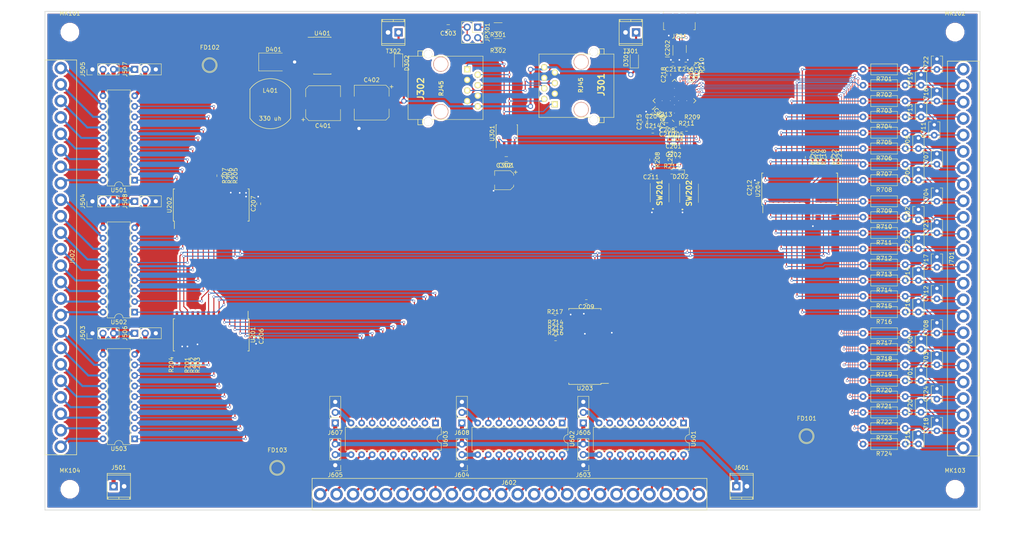
<source format=kicad_pcb>
(kicad_pcb (version 4) (host pcbnew 4.0.7+dfsg1-1ubuntu2)
  (layers (0 F.Cu signal) (31 B.Cu signal) (34 B.Paste user) (35 F.Paste user) (36 B.SilkS user) (37 F.SilkS user) (38 B.Mask user) (39 F.Mask user) (44 Edge.Cuts user))
  (net 0 "")
  (net 1 /MCU/VDD3P3)
  (net 2 GND)
  (net 3 +3V3)
  (net 4 /MCU/RESET)
  (net 5 "Net-(C214-Pad2)")
  (net 6 "Net-(C215-Pad2)")
  (net 7 /MCU/D-)
  (net 8 /MCU/D+)
  (net 9 "Net-(C218-Pad1)")
  (net 10 "Net-(C303-Pad1)")
  (net 11 "CAN +12V")
  (net 12 "Net-(C701-Pad1)")
  (net 13 "Net-(C702-Pad1)")
  (net 14 "Net-(C703-Pad1)")
  (net 15 "Net-(C704-Pad1)")
  (net 16 "Net-(C705-Pad1)")
  (net 17 "Net-(C706-Pad1)")
  (net 18 "Net-(C707-Pad1)")
  (net 19 "Net-(C708-Pad1)")
  (net 20 "Net-(C709-Pad1)")
  (net 21 "Net-(C710-Pad1)")
  (net 22 "Net-(C711-Pad1)")
  (net 23 "Net-(C712-Pad1)")
  (net 24 "Net-(C713-Pad1)")
  (net 25 "Net-(C714-Pad1)")
  (net 26 "Net-(C715-Pad1)")
  (net 27 "Net-(C716-Pad1)")
  (net 28 "Net-(C717-Pad1)")
  (net 29 "Net-(C718-Pad1)")
  (net 30 "Net-(C719-Pad1)")
  (net 31 "Net-(C720-Pad1)")
  (net 32 "Net-(C721-Pad1)")
  (net 33 "Net-(C722-Pad1)")
  (net 34 "Net-(C723-Pad1)")
  (net 35 "Net-(C724-Pad1)")
  (net 36 "Net-(D201-Pad2)")
  (net 37 "/MCU/GPIO15(Act1)")
  (net 38 "Net-(D202-Pad2)")
  (net 39 "/MCU/GPIO0(Act2)")
  (net 40 "Net-(D301-Pad2)")
  (net 41 "Net-(D302-Pad1)")
  (net 42 "Net-(D401-Pad1)")
  (net 43 "Net-(IC201-Pad1)")
  (net 44 "Net-(IC201-Pad6)")
  (net 45 /MCU/SDA)
  (net 46 /MCU/SCL)
  (net 47 "Net-(IC201-Pad11)")
  (net 48 "Net-(IC201-Pad12)")
  (net 49 /MCU/C2C0)
  (net 50 /MCU/C2C1)
  (net 51 /MCU/C2C2)
  (net 52 /MCU/C2C3)
  (net 53 /MCU/C2C4)
  (net 54 "Net-(IC201-Pad22)")
  (net 55 /MCU/C2C5)
  (net 56 /MCU/C2C6)
  (net 57 "Net-(IC201-Pad13)")
  (net 58 "Net-(IC201-Pad14)")
  (net 59 /MCU/C2C7)
  (net 60 "Net-(IC201-Pad28)")
  (net 61 "Net-(IC201-Pad42)")
  (net 62 "Net-(IC201-Pad41)")
  (net 63 "Net-(IC201-Pad39)")
  (net 64 "Net-(IC201-Pad38)")
  (net 65 "Net-(IC201-Pad40)")
  (net 66 "Net-(IC201-Pad35)")
  (net 67 "Net-(IC201-Pad34)")
  (net 68 "Net-(IC201-Pad33)")
  (net 69 "Net-(IC201-Pad36)")
  (net 70 "Net-(IC201-Pad37)")
  (net 71 "Net-(IC201-Pad30)")
  (net 72 "Net-(IC201-Pad31)")
  (net 73 "Net-(IC201-Pad32)")
  (net 74 "Net-(IC201-Pad51)")
  (net 75 "Net-(IC201-Pad49)")
  (net 76 "Net-(IC201-Pad52)")
  (net 77 "Net-(IC201-Pad50)")
  (net 78 "Net-(IC201-Pad54)")
  (net 79 "Net-(IC201-Pad45)")
  (net 80 "Net-(IC201-Pad47)")
  (net 81 "Net-(IC201-Pad44)")
  (net 82 "Net-(IC201-Pad43)")
  (net 83 "Net-(IC201-Pad48)")
  (net 84 "Net-(IC202-Pad4)")
  (net 85 "Net-(IC202-Pad6)")
  (net 86 VBUS)
  (net 87 "Net-(J201-Pad4)")
  (net 88 "/CAN Transciver/CANH")
  (net 89 "/CAN Transciver/CANL")
  (net 90 "Net-(J301-Pad4)")
  (net 91 "Net-(J301-Pad5)")
  (net 92 +VDC)
  (net 93 "Net-(J502-Pad1)")
  (net 94 "Net-(J502-Pad2)")
  (net 95 "Net-(J502-Pad3)")
  (net 96 "Net-(J502-Pad4)")
  (net 97 "Net-(J502-Pad5)")
  (net 98 "Net-(J502-Pad6)")
  (net 99 "Net-(J502-Pad7)")
  (net 100 "Net-(J502-Pad8)")
  (net 101 "Net-(J502-Pad9)")
  (net 102 "Net-(J502-Pad10)")
  (net 103 "Net-(J502-Pad11)")
  (net 104 "Net-(J502-Pad12)")
  (net 105 "Net-(J502-Pad13)")
  (net 106 "Net-(J502-Pad14)")
  (net 107 "Net-(J502-Pad15)")
  (net 108 "Net-(J502-Pad16)")
  (net 109 "Net-(J502-Pad17)")
  (net 110 "Net-(J502-Pad18)")
  (net 111 "Net-(J502-Pad19)")
  (net 112 "Net-(J502-Pad20)")
  (net 113 "Net-(J502-Pad21)")
  (net 114 "Net-(J502-Pad22)")
  (net 115 "Net-(J502-Pad23)")
  (net 116 "Net-(J502-Pad24)")
  (net 117 "Net-(J503-Pad2)")
  (net 118 "Net-(J504-Pad2)")
  (net 119 "Net-(J505-Pad2)")
  (net 120 "Net-(J506-Pad2)")
  (net 121 "Net-(J507-Pad2)")
  (net 122 "Net-(J508-Pad2)")
  (net 123 "Net-(J602-Pad1)")
  (net 124 "Net-(J602-Pad2)")
  (net 125 "Net-(J602-Pad3)")
  (net 126 "Net-(J602-Pad4)")
  (net 127 "Net-(J602-Pad5)")
  (net 128 "Net-(J602-Pad6)")
  (net 129 "Net-(J602-Pad7)")
  (net 130 "Net-(J602-Pad8)")
  (net 131 "Net-(J602-Pad9)")
  (net 132 "Net-(J602-Pad10)")
  (net 133 "Net-(J602-Pad11)")
  (net 134 "Net-(J602-Pad12)")
  (net 135 "Net-(J602-Pad13)")
  (net 136 "Net-(J602-Pad14)")
  (net 137 "Net-(J602-Pad15)")
  (net 138 "Net-(J602-Pad16)")
  (net 139 "Net-(J602-Pad17)")
  (net 140 "Net-(J602-Pad18)")
  (net 141 "Net-(J602-Pad19)")
  (net 142 "Net-(J602-Pad20)")
  (net 143 "Net-(J602-Pad21)")
  (net 144 "Net-(J602-Pad22)")
  (net 145 "Net-(J602-Pad23)")
  (net 146 "Net-(J602-Pad24)")
  (net 147 "Net-(J603-Pad2)")
  (net 148 "Net-(J604-Pad2)")
  (net 149 "Net-(J605-Pad2)")
  (net 150 "Net-(J606-Pad2)")
  (net 151 "Net-(J607-Pad2)")
  (net 152 "Net-(J608-Pad2)")
  (net 153 "Net-(JP301-Pad1)")
  (net 154 "Net-(JP301-Pad2)")
  (net 155 "Net-(R201-Pad2)")
  (net 156 "Net-(R202-Pad2)")
  (net 157 "Net-(R203-Pad2)")
  (net 158 "Net-(R204-Pad2)")
  (net 159 "Net-(R205-Pad2)")
  (net 160 "Net-(R206-Pad2)")
  (net 161 "Net-(R207-Pad2)")
  (net 162 "Net-(R214-Pad2)")
  (net 163 "Net-(R215-Pad2)")
  (net 164 "Net-(R216-Pad2)")
  (net 165 "Net-(R217-Pad2)")
  (net 166 "Net-(R218-Pad2)")
  (net 167 "Net-(R219-Pad2)")
  (net 168 "Net-(R220-Pad2)")
  (net 169 "Net-(R221-Pad2)")
  (net 170 "Net-(R222-Pad2)")
  (net 171 /MCU/C2A0)
  (net 172 /MCU/C2A1)
  (net 173 /MCU/C2A2)
  (net 174 /MCU/C2A3)
  (net 175 /MCU/C2A4)
  (net 176 /MCU/C2A5)
  (net 177 /MCU/C2A6)
  (net 178 /MCU/C2A7)
  (net 179 /MCU/C2B0)
  (net 180 /MCU/C2B1)
  (net 181 /MCU/C2B2)
  (net 182 /MCU/C2B3)
  (net 183 /MCU/C2B4)
  (net 184 /MCU/C2B5)
  (net 185 /MCU/C2B6)
  (net 186 /MCU/C2B7)
  (net 187 "/CAN Transciver/CAN_TX")
  (net 188 "/CAN Transciver/CAN_RX")
  (net 189 "Net-(U301-Pad5)")
  (net 190 "Net-(U301-Pad8)")
  (net 191 "Net-(U401-Pad1)")
  (net 192 "Net-(U401-Pad2)")
  (net 193 "Net-(U401-Pad7)")
  (net 194 "Net-(U401-Pad8)")
  (net 195 "Net-(U401-Pad9)")
  (net 196 "Net-(U401-Pad11)")
  (net 197 "Net-(U401-Pad13)")
  (net 198 "Net-(U401-Pad14)")
  (net 199 /MCU/C0A0)
  (net 200 /MCU/C0A2)
  (net 201 /MCU/C0A4)
  (net 202 /MCU/C0A6)
  (net 203 /MCU/C0B0)
  (net 204 /MCU/C0B2)
  (net 205 /MCU/C0B4)
  (net 206 /MCU/C0B6)
  (net 207 /MCU/C0C0)
  (net 208 /MCU/C0C2)
  (net 209 /MCU/C0C4)
  (net 210 /MCU/C0C6)
  (net 211 /MCU/C0B1)
  (net 212 /MCU/C0B3)
  (net 213 /MCU/C0B5)
  (net 214 /MCU/C0B7)
  (net 215 /MCU/C0C3)
  (net 216 /MCU/C0C5)
  (net 217 /MCU/C0C7)
  (net 218 /MCU/C0A1)
  (net 219 /MCU/C0A3)
  (net 220 /MCU/C0A5)
  (net 221 /MCU/C0A7)
  (net 222 /MCU/C0C1)
  (net 223 /MCU/C1A0)
  (net 224 /MCU/C1A2)
  (net 225 /MCU/C1A4)
  (net 226 /MCU/C1A6)
  (net 227 /MCU/C1B0)
  (net 228 /MCU/C1B2)
  (net 229 /MCU/C1B4)
  (net 230 /MCU/C1B6)
  (net 231 /MCU/C1C0)
  (net 232 /MCU/C1C2)
  (net 233 /MCU/C1C4)
  (net 234 /MCU/C1C6)
  (net 235 /MCU/C1B1)
  (net 236 /MCU/C1B3)
  (net 237 /MCU/C1B5)
  (net 238 /MCU/C1B7)
  (net 239 /MCU/C1C3)
  (net 240 /MCU/C1C5)
  (net 241 /MCU/C1C7)
  (net 242 /MCU/C1A1)
  (net 243 /MCU/C1A3)
  (net 244 /MCU/C1A5)
  (net 245 /MCU/C1A7)
  (net 246 /MCU/C1C1)
  (module Molex:Molex_KK_396_01x24_3.96mm_RightAngle (layer F.Cu) (at 149.8854 141.605 180)
    (fp_text reference J602 (at 0.127 2.794 180) (layer F.SilkS))
    (fp_text value "Card 1 -- Outputs")
    (pad 1 thru_hole circle (at -45.5676 0 180) (size 3 3) (drill 1.7) (layers *.Cu *.Mask) (net 123 "Net-(J602-Pad1)"))
    (pad 2 thru_hole circle (at -41.6052 0 180) (size 3 3) (drill 1.7) (layers *.Cu *.Mask) (net 124 "Net-(J602-Pad2)"))
    (pad 3 thru_hole circle (at -37.6428 0 180) (size 3 3) (drill 1.7) (layers *.Cu *.Mask) (net 125 "Net-(J602-Pad3)"))
    (pad 4 thru_hole circle (at -33.6804 0 180) (size 3 3) (drill 1.7) (layers *.Cu *.Mask) (net 126 "Net-(J602-Pad4)"))
    (pad 5 thru_hole circle (at -29.718 0 180) (size 3 3) (drill 1.7) (layers *.Cu *.Mask) (net 127 "Net-(J602-Pad5)"))
    (pad 6 thru_hole circle (at -25.7556 0 180) (size 3 3) (drill 1.7) (layers *.Cu *.Mask) (net 128 "Net-(J602-Pad6)"))
    (pad 7 thru_hole circle (at -21.7932 0 180) (size 3 3) (drill 1.7) (layers *.Cu *.Mask) (net 129 "Net-(J602-Pad7)"))
    (pad 8 thru_hole circle (at -17.8308 0 180) (size 3 3) (drill 1.7) (layers *.Cu *.Mask) (net 130 "Net-(J602-Pad8)"))
    (pad 9 thru_hole circle (at -13.8684 0 180) (size 3 3) (drill 1.7) (layers *.Cu *.Mask) (net 131 "Net-(J602-Pad9)"))
    (pad 10 thru_hole circle (at -9.906 0 180) (size 3 3) (drill 1.7) (layers *.Cu *.Mask) (net 132 "Net-(J602-Pad10)"))
    (pad 11 thru_hole circle (at -5.9436 0 180) (size 3 3) (drill 1.7) (layers *.Cu *.Mask) (net 133 "Net-(J602-Pad11)"))
    (pad 12 thru_hole circle (at -1.9812 0 180) (size 3 3) (drill 1.7) (layers *.Cu *.Mask) (net 134 "Net-(J602-Pad12)"))
    (pad 13 thru_hole circle (at 1.9812 0 180) (size 3 3) (drill 1.7) (layers *.Cu *.Mask) (net 135 "Net-(J602-Pad13)"))
    (pad 14 thru_hole circle (at 5.9436 0 180) (size 3 3) (drill 1.7) (layers *.Cu *.Mask) (net 136 "Net-(J602-Pad14)"))
    (pad 15 thru_hole circle (at 9.906 0 180) (size 3 3) (drill 1.7) (layers *.Cu *.Mask) (net 137 "Net-(J602-Pad15)"))
    (pad 16 thru_hole circle (at 13.8684 0 180) (size 3 3) (drill 1.7) (layers *.Cu *.Mask) (net 138 "Net-(J602-Pad16)"))
    (pad 17 thru_hole circle (at 17.8308 0 180) (size 3 3) (drill 1.7) (layers *.Cu *.Mask) (net 139 "Net-(J602-Pad17)"))
    (pad 18 thru_hole circle (at 21.7932 0 180) (size 3 3) (drill 1.7) (layers *.Cu *.Mask) (net 140 "Net-(J602-Pad18)"))
    (pad 19 thru_hole circle (at 25.7556 0 180) (size 3 3) (drill 1.7) (layers *.Cu *.Mask) (net 141 "Net-(J602-Pad19)"))
    (pad 20 thru_hole circle (at 29.718 0 180) (size 3 3) (drill 1.7) (layers *.Cu *.Mask) (net 142 "Net-(J602-Pad20)"))
    (pad 21 thru_hole circle (at 33.6804 0 180) (size 3 3) (drill 1.7) (layers *.Cu *.Mask) (net 143 "Net-(J602-Pad21)"))
    (pad 22 thru_hole circle (at 37.6428 0 180) (size 3 3) (drill 1.7) (layers *.Cu *.Mask) (net 144 "Net-(J602-Pad22)"))
    (pad 23 thru_hole circle (at 41.6052 0 180) (size 3 3) (drill 1.7) (layers *.Cu *.Mask) (net 145 "Net-(J602-Pad23)"))
    (pad 24 thru_hole circle (at 45.5676 0 180) (size 3 3) (drill 1.7) (layers *.Cu *.Mask) (net 146 "Net-(J602-Pad24)"))
  )
  (module Capacitors_SMD:C_0805 (layer F.Cu) (at 189.341 56.388 180)
    (fp_text reference C201 (at 0 -1.5 180) (layer F.SilkS))
    (fp_text value 10uf)
    (pad 1 smd rect (at -1 0 180) (size 1 1.25) (layers F.Cu F.Paste F.Mask) (net 1 /MCU/VDD3P3))
    (pad 2 smd rect (at 1 0 180) (size 1 1.25) (layers F.Cu F.Paste F.Mask) (net 2 GND))
  )
  (module Capacitors_SMD:C_0805 (layer F.Cu) (at 189.341 58.42 180)
    (fp_text reference C202 (at 0 -1.5 180) (layer F.SilkS))
    (fp_text value 10uf)
    (pad 1 smd rect (at -1 0 180) (size 1 1.25) (layers F.Cu F.Paste F.Mask) (net 1 /MCU/VDD3P3))
    (pad 2 smd rect (at 1 0 180) (size 1 1.25) (layers F.Cu F.Paste F.Mask) (net 2 GND))
  )
  (module Capacitors_SMD:C_0402 (layer F.Cu) (at 189.78 54.864 180)
    (fp_text reference C203 (at 0 -1.27 180) (layer F.SilkS))
    (fp_text value 1uf)
    (pad 1 smd rect (at -0.55 0 180) (size 0.6 0.5) (layers F.Cu F.Paste F.Mask) (net 1 /MCU/VDD3P3))
    (pad 2 smd rect (at 0.55 0 180) (size 0.6 0.5) (layers F.Cu F.Paste F.Mask) (net 2 GND))
  )
  (module Capacitors_SMD:C_0402 (layer F.Cu) (at 184.404 49.403 180)
    (fp_text reference C204 (at 0 -1.27 180) (layer F.SilkS))
    (fp_text value 100nf)
    (pad 1 smd rect (at -0.55 0 180) (size 0.6 0.5) (layers F.Cu F.Paste F.Mask) (net 3 +3V3))
    (pad 2 smd rect (at 0.55 0 180) (size 0.6 0.5) (layers F.Cu F.Paste F.Mask) (net 2 GND))
  )
  (module Capacitors_SMD:C_0402 (layer F.Cu) (at 189.907 53.721 180)
    (fp_text reference C205 (at 0 -1.27 180) (layer F.SilkS))
    (fp_text value 100nf)
    (pad 1 smd rect (at -0.55 0 180) (size 0.6 0.5) (layers F.Cu F.Paste F.Mask) (net 1 /MCU/VDD3P3))
    (pad 2 smd rect (at 0.55 0 180) (size 0.6 0.5) (layers F.Cu F.Paste F.Mask) (net 2 GND))
  )
  (module Capacitors_SMD:C_0402 (layer F.Cu) (at 88.9 103.59 270)
    (fp_text reference C206 (at 0 -1.27 270) (layer F.SilkS))
    (fp_text value 100nf)
    (pad 1 smd rect (at -0.55 0 270) (size 0.6 0.5) (layers F.Cu F.Paste F.Mask) (net 3 +3V3))
    (pad 2 smd rect (at 0.55 0 270) (size 0.6 0.5) (layers F.Cu F.Paste F.Mask) (net 2 GND))
  )
  (module Capacitors_SMD:C_0402 (layer F.Cu) (at 89.535 71.713 90)
    (fp_text reference C207 (at 0 -1.27 90) (layer F.SilkS))
    (fp_text value 100nf)
    (pad 1 smd rect (at -0.55 0 90) (size 0.6 0.5) (layers F.Cu F.Paste F.Mask) (net 3 +3V3))
    (pad 2 smd rect (at 0.55 0 90) (size 0.6 0.5) (layers F.Cu F.Paste F.Mask) (net 2 GND))
  )
  (module Capacitors_SMD:C_0402 (layer F.Cu) (at 187.791 52.705 180)
    (fp_text reference C208 (at 0 -1.27 180) (layer F.SilkS))
    (fp_text value 1uf)
    (pad 1 smd rect (at -0.55 0 180) (size 0.6 0.5) (layers F.Cu F.Paste F.Mask) (net 3 +3V3))
    (pad 2 smd rect (at 0.55 0 180) (size 0.6 0.5) (layers F.Cu F.Paste F.Mask) (net 2 GND))
  )
  (module Capacitors_SMD:C_0402 (layer F.Cu) (at 168.36 95.25 180)
    (fp_text reference C209 (at 0 -1.27 180) (layer F.SilkS))
    (fp_text value 100nf)
    (pad 1 smd rect (at -0.55 0 180) (size 0.6 0.5) (layers F.Cu F.Paste F.Mask) (net 3 +3V3))
    (pad 2 smd rect (at 0.55 0 180) (size 0.6 0.5) (layers F.Cu F.Paste F.Mask) (net 2 GND))
  )
  (module Capacitors_SMD:C_0402 (layer F.Cu) (at 187.791 53.721 180)
    (fp_text reference C210 (at 0 -1.27 180) (layer F.SilkS))
    (fp_text value 100pf)
    (pad 1 smd rect (at -0.55 0 180) (size 0.6 0.5) (layers F.Cu F.Paste F.Mask) (net 3 +3V3))
    (pad 2 smd rect (at 0.55 0 180) (size 0.6 0.5) (layers F.Cu F.Paste F.Mask) (net 2 GND))
  )
  (module Capacitors_SMD:C_0402 (layer F.Cu) (at 183.938 64.008 180)
    (fp_text reference C211 (at 0 -1.27 180) (layer F.SilkS))
    (fp_text value 1uf)
    (pad 1 smd rect (at -0.55 0 180) (size 0.6 0.5) (layers F.Cu F.Paste F.Mask) (net 4 /MCU/RESET))
    (pad 2 smd rect (at 0.55 0 180) (size 0.6 0.5) (layers F.Cu F.Paste F.Mask) (net 2 GND))
  )
  (module Capacitors_SMD:C_0402 (layer F.Cu) (at 208.915 67.86 90)
    (fp_text reference C212 (at 0 -1.27 90) (layer F.SilkS))
    (fp_text value 100nf)
    (pad 1 smd rect (at -0.55 0 90) (size 0.6 0.5) (layers F.Cu F.Paste F.Mask) (net 3 +3V3))
    (pad 2 smd rect (at 0.55 0 90) (size 0.6 0.5) (layers F.Cu F.Paste F.Mask) (net 2 GND))
  )
  (module Capacitors_SMD:C_0402 (layer F.Cu) (at 196.342 39.412 90)
    (fp_text reference C213 (at 0 -1.27 90) (layer F.SilkS))
    (fp_text value 100nf)
    (pad 1 smd rect (at -0.55 0 90) (size 0.6 0.5) (layers F.Cu F.Paste F.Mask) (net 3 +3V3))
    (pad 2 smd rect (at 0.55 0 90) (size 0.6 0.5) (layers F.Cu F.Paste F.Mask) (net 2 GND))
  )
  (module Capacitors_SMD:C_0402 (layer F.Cu) (at 184.362 54.229)
    (fp_text reference C214 (at 0 -1.27) (layer F.SilkS))
    (fp_text value 22pf)
    (pad 1 smd rect (at -0.55 0) (size 0.6 0.5) (layers F.Cu F.Paste F.Mask) (net 2 GND))
    (pad 2 smd rect (at 0.55 0) (size 0.6 0.5) (layers F.Cu F.Paste F.Mask) (net 5 "Net-(C214-Pad2)"))
  )
  (module Capacitors_SMD:C_0402 (layer F.Cu) (at 182.372 52.028 90)
    (fp_text reference C215 (at 0 -1.27 90) (layer F.SilkS))
    (fp_text value 22pf)
    (pad 1 smd rect (at -0.55 0 90) (size 0.6 0.5) (layers F.Cu F.Paste F.Mask) (net 2 GND))
    (pad 2 smd rect (at 0.55 0 90) (size 0.6 0.5) (layers F.Cu F.Paste F.Mask) (net 6 "Net-(C215-Pad2)"))
  )
  (module Capacitors_SMD:C_0402 (layer F.Cu) (at 192.32 38.1 180)
    (fp_text reference C216 (at 0 -1.27 180) (layer F.SilkS))
    (fp_text value 22pf)
    (pad 1 smd rect (at -0.55 0 180) (size 0.6 0.5) (layers F.Cu F.Paste F.Mask) (net 2 GND))
    (pad 2 smd rect (at 0.55 0 180) (size 0.6 0.5) (layers F.Cu F.Paste F.Mask) (net 7 /MCU/D-))
  )
  (module Capacitors_SMD:C_0402 (layer F.Cu) (at 189.23 38.1 180)
    (fp_text reference C217 (at 0 -1.27 180) (layer F.SilkS))
    (fp_text value 22pf)
    (pad 1 smd rect (at -0.55 0 180) (size 0.6 0.5) (layers F.Cu F.Paste F.Mask) (net 8 /MCU/D+))
    (pad 2 smd rect (at 0.55 0 180) (size 0.6 0.5) (layers F.Cu F.Paste F.Mask) (net 2 GND))
  )
  (module Capacitors_SMD:C_0402 (layer F.Cu) (at 188.214 40.682 90)
    (fp_text reference C218 (at 0 -1.27 90) (layer F.SilkS))
    (fp_text value 1uf)
    (pad 1 smd rect (at -0.55 0 90) (size 0.6 0.5) (layers F.Cu F.Paste F.Mask) (net 9 "Net-(C218-Pad1)"))
    (pad 2 smd rect (at 0.55 0 90) (size 0.6 0.5) (layers F.Cu F.Paste F.Mask) (net 2 GND))
  )
  (module Capacitors_SMD:C_0603 (layer F.Cu) (at 149.11 60.96 180)
    (fp_text reference C301 (at 0 -1.5 180) (layer F.SilkS))
    (fp_text value ".1 uf")
    (pad 2 smd rect (at 0.75 0 180) (size 0.8 0.75) (layers F.Cu F.Paste F.Mask) (net 2 GND))
    (pad 1 smd rect (at -0.75 0 180) (size 0.8 0.75) (layers F.Cu F.Paste F.Mask) (net 3 +3V3))
  )
  (module Capacitors_SMD:CP_Elec_4x5.7 (layer F.Cu) (at 148.59 66.04 180)
    (fp_text reference C302 (at 0 3.54 180) (layer F.SilkS))
    (fp_text value "15 uf 15V")
    (fp_text user + (at -2.77 2.01 180) (layer F.SilkS))
    (pad 1 smd rect (at -1.8 0) (size 2.6 1.6) (layers F.Cu F.Paste F.Mask) (net 3 +3V3))
    (pad 2 smd rect (at 1.8 0) (size 2.6 1.6) (layers F.Cu F.Paste F.Mask) (net 2 GND))
  )
  (module Capacitors_SMD:C_0603 (layer F.Cu) (at 135.14 29.21 180)
    (fp_text reference C303 (at 0 -1.5 180) (layer F.SilkS))
    (fp_text value "47 nf")
    (pad 2 smd rect (at 0.75 0 180) (size 0.8 0.75) (layers F.Cu F.Paste F.Mask) (net 2 GND))
    (pad 1 smd rect (at -0.75 0 180) (size 0.8 0.75) (layers F.Cu F.Paste F.Mask) (net 10 "Net-(C303-Pad1)"))
  )
  (module Capacitors_SMD:CP_Elec_8x10 (layer F.Cu) (at 105.027 47.498)
    (fp_text reference C401 (at 0 5.45) (layer F.SilkS))
    (fp_text value "220 uf 25V")
    (fp_text user + (at -4.78 3.9) (layer F.SilkS))
    (pad 1 smd rect (at -3.05 0 180) (size 4 2.5) (layers F.Cu F.Paste F.Mask) (net 3 +3V3))
    (pad 2 smd rect (at 3.05 0 180) (size 4 2.5) (layers F.Cu F.Paste F.Mask) (net 2 GND))
  )
  (module Capacitors_SMD:CP_Elec_8x10 (layer F.Cu) (at 116.715 47.371 180)
    (fp_text reference C402 (at 0 5.45 180) (layer F.SilkS))
    (fp_text value "22 uf 100V")
    (fp_text user + (at -4.78 3.9 180) (layer F.SilkS))
    (pad 1 smd rect (at -3.05 0) (size 4 2.5) (layers F.Cu F.Paste F.Mask) (net 11 "CAN +12V"))
    (pad 2 smd rect (at 3.05 0) (size 4 2.5) (layers F.Cu F.Paste F.Mask) (net 2 GND))
  )
  (module Capacitors_THT:C_Disc_D3.8mm_W2.6mm_P2.50mm (layer F.Cu) (at 248.92 114.26 90)
    (fp_text reference C701 (at 1.25 -2.61 90) (layer F.SilkS))
    (fp_text value C)
    (pad 1 thru_hole circle (at 0 0 90) (size 1.6 1.6) (drill 0.8) (layers *.Cu *.Mask) (net 12 "Net-(C701-Pad1)"))
    (pad 2 thru_hole circle (at 2.5 0 90) (size 1.6 1.6) (drill 0.8) (layers *.Cu *.Mask) (net 2 GND))
  )
  (module Capacitors_THT:C_Disc_D3.8mm_W2.6mm_P2.50mm (layer F.Cu) (at 248.285 75.565 90)
    (fp_text reference C702 (at 1.25 -2.61 90) (layer F.SilkS))
    (fp_text value C)
    (pad 1 thru_hole circle (at 0 0 90) (size 1.6 1.6) (drill 0.8) (layers *.Cu *.Mask) (net 13 "Net-(C702-Pad1)"))
    (pad 2 thru_hole circle (at 2.5 0 90) (size 1.6 1.6) (drill 0.8) (layers *.Cu *.Mask) (net 2 GND))
  )
  (module Capacitors_THT:C_Disc_D3.8mm_W2.6mm_P2.50mm (layer F.Cu) (at 252.73 110.45 90)
    (fp_text reference C703 (at 1.25 -2.61 90) (layer F.SilkS))
    (fp_text value C)
    (pad 1 thru_hole circle (at 0 0 90) (size 1.6 1.6) (drill 0.8) (layers *.Cu *.Mask) (net 14 "Net-(C703-Pad1)"))
    (pad 2 thru_hole circle (at 2.5 0 90) (size 1.6 1.6) (drill 0.8) (layers *.Cu *.Mask) (net 2 GND))
  )
  (module Capacitors_THT:C_Disc_D3.8mm_W2.6mm_P2.50mm (layer F.Cu) (at 252.73 71.12 90)
    (fp_text reference C704 (at 1.25 -2.61 90) (layer F.SilkS))
    (fp_text value C)
    (pad 1 thru_hole circle (at 0 0 90) (size 1.6 1.6) (drill 0.8) (layers *.Cu *.Mask) (net 15 "Net-(C704-Pad1)"))
    (pad 2 thru_hole circle (at 2.5 0 90) (size 1.6 1.6) (drill 0.8) (layers *.Cu *.Mask) (net 2 GND))
  )
  (module Capacitors_THT:C_Disc_D3.8mm_W2.6mm_P2.50mm (layer F.Cu) (at 248.285 66 90)
    (fp_text reference C705 (at 1.25 -2.61 90) (layer F.SilkS))
    (fp_text value C)
    (pad 1 thru_hole circle (at 0 0 90) (size 1.6 1.6) (drill 0.8) (layers *.Cu *.Mask) (net 16 "Net-(C705-Pad1)"))
    (pad 2 thru_hole circle (at 2.5 0 90) (size 1.6 1.6) (drill 0.8) (layers *.Cu *.Mask) (net 2 GND))
  )
  (module Capacitors_THT:C_Disc_D3.8mm_W2.6mm_P2.50mm (layer F.Cu) (at 248.92 106.68 90)
    (fp_text reference C706 (at 1.25 -2.61 90) (layer F.SilkS))
    (fp_text value C)
    (pad 1 thru_hole circle (at 0 0 90) (size 1.6 1.6) (drill 0.8) (layers *.Cu *.Mask) (net 17 "Net-(C706-Pad1)"))
    (pad 2 thru_hole circle (at 2.5 0 90) (size 1.6 1.6) (drill 0.8) (layers *.Cu *.Mask) (net 2 GND))
  )
  (module Capacitors_THT:C_Disc_D3.8mm_W2.6mm_P2.50mm (layer F.Cu) (at 252.73 62.19 90)
    (fp_text reference C707 (at 1.25 -2.61 90) (layer F.SilkS))
    (fp_text value C)
    (pad 1 thru_hole circle (at 0 0 90) (size 1.6 1.6) (drill 0.8) (layers *.Cu *.Mask) (net 18 "Net-(C707-Pad1)"))
    (pad 2 thru_hole circle (at 2.5 0 90) (size 1.6 1.6) (drill 0.8) (layers *.Cu *.Mask) (net 2 GND))
  )
  (module Capacitors_THT:C_Disc_D3.8mm_W2.6mm_P2.50mm (layer F.Cu) (at 252.73 102.83 90)
    (fp_text reference C708 (at 1.25 -2.61 90) (layer F.SilkS))
    (fp_text value C)
    (pad 1 thru_hole circle (at 0 0 90) (size 1.6 1.6) (drill 0.8) (layers *.Cu *.Mask) (net 19 "Net-(C708-Pad1)"))
    (pad 2 thru_hole circle (at 2.5 0 90) (size 1.6 1.6) (drill 0.8) (layers *.Cu *.Mask) (net 2 GND))
  )
  (module Capacitors_THT:C_Disc_D3.8mm_W2.6mm_P2.50mm (layer F.Cu) (at 248.285 58.42 90)
    (fp_text reference C709 (at 1.25 -2.61 90) (layer F.SilkS))
    (fp_text value C)
    (pad 1 thru_hole circle (at 0 0 90) (size 1.6 1.6) (drill 0.8) (layers *.Cu *.Mask) (net 20 "Net-(C709-Pad1)"))
    (pad 2 thru_hole circle (at 2.5 0 90) (size 1.6 1.6) (drill 0.8) (layers *.Cu *.Mask) (net 2 GND))
  )
  (module Capacitors_THT:C_Disc_D3.8mm_W2.6mm_P2.50mm (layer F.Cu) (at 248.285 97.75 90)
    (fp_text reference C710 (at 1.25 -2.61 90) (layer F.SilkS))
    (fp_text value C)
    (pad 1 thru_hole circle (at 0 0 90) (size 1.6 1.6) (drill 0.8) (layers *.Cu *.Mask) (net 21 "Net-(C710-Pad1)"))
    (pad 2 thru_hole circle (at 2.5 0 90) (size 1.6 1.6) (drill 0.8) (layers *.Cu *.Mask) (net 2 GND))
  )
  (module Capacitors_THT:C_Disc_D3.8mm_W2.6mm_P2.50mm (layer F.Cu) (at 252.095 55.205 90)
    (fp_text reference C711 (at 1.25 -2.61 90) (layer F.SilkS))
    (fp_text value C)
    (pad 1 thru_hole circle (at 0 0 90) (size 1.6 1.6) (drill 0.8) (layers *.Cu *.Mask) (net 22 "Net-(C711-Pad1)"))
    (pad 2 thru_hole circle (at 2.5 0 90) (size 1.6 1.6) (drill 0.8) (layers *.Cu *.Mask) (net 2 GND))
  )
  (module Capacitors_THT:C_Disc_D3.8mm_W2.6mm_P2.50mm (layer F.Cu) (at 252.73 94.575 90)
    (fp_text reference C712 (at 1.25 -2.61 90) (layer F.SilkS))
    (fp_text value C)
    (pad 1 thru_hole circle (at 0 0 90) (size 1.6 1.6) (drill 0.8) (layers *.Cu *.Mask) (net 23 "Net-(C712-Pad1)"))
    (pad 2 thru_hole circle (at 2.5 0 90) (size 1.6 1.6) (drill 0.8) (layers *.Cu *.Mask) (net 2 GND))
  )
  (module Capacitors_THT:C_Disc_D3.8mm_W2.6mm_P2.50mm (layer F.Cu) (at 248.92 50.8 90)
    (fp_text reference C713 (at 1.25 -2.61 90) (layer F.SilkS))
    (fp_text value C)
    (pad 1 thru_hole circle (at 0 0 90) (size 1.6 1.6) (drill 0.8) (layers *.Cu *.Mask) (net 24 "Net-(C713-Pad1)"))
    (pad 2 thru_hole circle (at 2.5 0 90) (size 1.6 1.6) (drill 0.8) (layers *.Cu *.Mask) (net 2 GND))
  )
  (module Capacitors_THT:C_Disc_D3.8mm_W2.6mm_P2.50mm (layer F.Cu) (at 248.285 90.13 90)
    (fp_text reference C714 (at 1.25 -2.61 90) (layer F.SilkS))
    (fp_text value C)
    (pad 1 thru_hole circle (at 0 0 90) (size 1.6 1.6) (drill 0.8) (layers *.Cu *.Mask) (net 25 "Net-(C714-Pad1)"))
    (pad 2 thru_hole circle (at 2.5 0 90) (size 1.6 1.6) (drill 0.8) (layers *.Cu *.Mask) (net 2 GND))
  )
  (module Capacitors_THT:C_Disc_D3.8mm_W2.6mm_P2.50mm (layer F.Cu) (at 248.285 129.5 90)
    (fp_text reference C715 (at 1.25 -2.61 90) (layer F.SilkS))
    (fp_text value C)
    (pad 1 thru_hole circle (at 0 0 90) (size 1.6 1.6) (drill 0.8) (layers *.Cu *.Mask) (net 26 "Net-(C715-Pad1)"))
    (pad 2 thru_hole circle (at 2.5 0 90) (size 1.6 1.6) (drill 0.8) (layers *.Cu *.Mask) (net 2 GND))
  )
  (module Capacitors_THT:C_Disc_D3.8mm_W2.6mm_P2.50mm (layer F.Cu) (at 252.73 46.99 90)
    (fp_text reference C716 (at 1.25 -2.61 90) (layer F.SilkS))
    (fp_text value C)
    (pad 1 thru_hole circle (at 0 0 90) (size 1.6 1.6) (drill 0.8) (layers *.Cu *.Mask) (net 27 "Net-(C716-Pad1)"))
    (pad 2 thru_hole circle (at 2.5 0 90) (size 1.6 1.6) (drill 0.8) (layers *.Cu *.Mask) (net 2 GND))
  )
  (module Capacitors_THT:C_Disc_D3.8mm_W2.6mm_P2.50mm (layer F.Cu) (at 252.73 86.995 90)
    (fp_text reference C717 (at 1.25 -2.61 90) (layer F.SilkS))
    (fp_text value C)
    (pad 1 thru_hole circle (at 0 0 90) (size 1.6 1.6) (drill 0.8) (layers *.Cu *.Mask) (net 28 "Net-(C717-Pad1)"))
    (pad 2 thru_hole circle (at 2.5 0 90) (size 1.6 1.6) (drill 0.8) (layers *.Cu *.Mask) (net 2 GND))
  )
  (module Capacitors_THT:C_Disc_D3.8mm_W2.6mm_P2.50mm (layer F.Cu) (at 252.73 126.325 90)
    (fp_text reference C718 (at 1.25 -2.61 90) (layer F.SilkS))
    (fp_text value C)
    (pad 1 thru_hole circle (at 0 0 90) (size 1.6 1.6) (drill 0.8) (layers *.Cu *.Mask) (net 29 "Net-(C718-Pad1)"))
    (pad 2 thru_hole circle (at 2.5 0 90) (size 1.6 1.6) (drill 0.8) (layers *.Cu *.Mask) (net 2 GND))
  )
  (module Capacitors_THT:C_Disc_D3.8mm_W2.6mm_P2.50mm (layer F.Cu) (at 248.92 43.18 90)
    (fp_text reference C719 (at 1.25 -2.61 90) (layer F.SilkS))
    (fp_text value C)
    (pad 1 thru_hole circle (at 0 0 90) (size 1.6 1.6) (drill 0.8) (layers *.Cu *.Mask) (net 30 "Net-(C719-Pad1)"))
    (pad 2 thru_hole circle (at 2.5 0 90) (size 1.6 1.6) (drill 0.8) (layers *.Cu *.Mask) (net 2 GND))
  )
  (module Capacitors_THT:C_Disc_D3.8mm_W2.6mm_P2.50mm (layer F.Cu) (at 248.92 121.88 90)
    (fp_text reference C720 (at 1.25 -2.61 90) (layer F.SilkS))
    (fp_text value C)
    (pad 1 thru_hole circle (at 0 0 90) (size 1.6 1.6) (drill 0.8) (layers *.Cu *.Mask) (net 31 "Net-(C720-Pad1)"))
    (pad 2 thru_hole circle (at 2.5 0 90) (size 1.6 1.6) (drill 0.8) (layers *.Cu *.Mask) (net 2 GND))
  )
  (module Capacitors_THT:C_Disc_D3.8mm_W2.6mm_P2.50mm (layer F.Cu) (at 248.285 82.51 90)
    (fp_text reference C721 (at 1.25 -2.61 90) (layer F.SilkS))
    (fp_text value C)
    (pad 1 thru_hole circle (at 0 0 90) (size 1.6 1.6) (drill 0.8) (layers *.Cu *.Mask) (net 32 "Net-(C721-Pad1)"))
    (pad 2 thru_hole circle (at 2.5 0 90) (size 1.6 1.6) (drill 0.8) (layers *.Cu *.Mask) (net 2 GND))
  )
  (module Capacitors_THT:C_Disc_D3.8mm_W2.6mm_P2.50mm (layer F.Cu) (at 252.73 39.37 90)
    (fp_text reference C722 (at 1.25 -2.61 90) (layer F.SilkS))
    (fp_text value C)
    (pad 1 thru_hole circle (at 0 0 90) (size 1.6 1.6) (drill 0.8) (layers *.Cu *.Mask) (net 33 "Net-(C722-Pad1)"))
    (pad 2 thru_hole circle (at 2.5 0 90) (size 1.6 1.6) (drill 0.8) (layers *.Cu *.Mask) (net 2 GND))
  )
  (module Capacitors_THT:C_Disc_D3.8mm_W2.6mm_P2.50mm (layer F.Cu) (at 252.73 78.7 90)
    (fp_text reference C723 (at 1.25 -2.61 90) (layer F.SilkS))
    (fp_text value C)
    (pad 1 thru_hole circle (at 0 0 90) (size 1.6 1.6) (drill 0.8) (layers *.Cu *.Mask) (net 34 "Net-(C723-Pad1)"))
    (pad 2 thru_hole circle (at 2.5 0 90) (size 1.6 1.6) (drill 0.8) (layers *.Cu *.Mask) (net 2 GND))
  )
  (module Capacitors_THT:C_Disc_D3.8mm_W2.6mm_P2.50mm (layer F.Cu) (at 252.73 118.705 90)
    (fp_text reference C724 (at 1.25 -2.61 90) (layer F.SilkS))
    (fp_text value C)
    (pad 1 thru_hole circle (at 0 0 90) (size 1.6 1.6) (drill 0.8) (layers *.Cu *.Mask) (net 35 "Net-(C724-Pad1)"))
    (pad 2 thru_hole circle (at 2.5 0 90) (size 1.6 1.6) (drill 0.8) (layers *.Cu *.Mask) (net 2 GND))
  )
  (module LEDs:LED_0402 (layer F.Cu) (at 194.818 40.682 90)
    (fp_text reference D201 (at 0 -1.2 90) (layer F.SilkS))
    (fp_text value ACT1)
    (pad 2 smd rect (at 0.55 0 270) (size 0.6 0.7) (layers F.Cu F.Paste F.Mask) (net 36 "Net-(D201-Pad2)"))
    (pad 1 smd rect (at -0.55 0 270) (size 0.6 0.7) (layers F.Cu F.Paste F.Mask) (net 37 "/MCU/GPIO15(Act1)"))
  )
  (module LEDs:LED_0402 (layer F.Cu) (at 191.05 64.008 180)
    (fp_text reference D202 (at 0 -1.2 180) (layer F.SilkS))
    (fp_text value ACT2)
    (pad 2 smd rect (at 0.55 0) (size 0.6 0.7) (layers F.Cu F.Paste F.Mask) (net 38 "Net-(D202-Pad2)"))
    (pad 1 smd rect (at -0.55 0) (size 0.6 0.7) (layers F.Cu F.Paste F.Mask) (net 39 "/MCU/GPIO0(Act2)"))
  )
  (module Diodes_SMD:D_PowerDI-123 (layer F.Cu) (at 179.92 36.83 90)
    (fp_text reference D301 (at 0 -2 90) (layer F.SilkS))
    (fp_text value DFLS240-7)
    (pad 1 smd rect (at -0.85 0 270) (size 2.4 1.5) (layers F.Cu F.Paste F.Mask) (net 11 "CAN +12V"))
    (pad 2 smd rect (at 1.525 0 270) (size 1.05 1.5) (layers F.Cu F.Paste F.Mask) (net 40 "Net-(D301-Pad2)"))
  )
  (module Diodes_SMD:D_PowerDI-123 (layer F.Cu) (at 123.19 37.845 270)
    (fp_text reference D302 (at 0 -2 270) (layer F.SilkS))
    (fp_text value DFLS240-7)
    (pad 1 smd rect (at -0.85 0 90) (size 2.4 1.5) (layers F.Cu F.Paste F.Mask) (net 41 "Net-(D302-Pad1)"))
    (pad 2 smd rect (at 1.525 0 90) (size 1.05 1.5) (layers F.Cu F.Paste F.Mask) (net 11 "CAN +12V"))
  )
  (module Diodes_SMD:D_SMB (layer F.Cu) (at 93.091 37.592)
    (fp_text reference D401 (at 0 -3) (layer F.SilkS))
    (fp_text value "CMSH1-60 TR13")
    (pad 1 smd rect (at -2.15 0) (size 2.5 2.3) (layers F.Cu F.Paste F.Mask) (net 42 "Net-(D401-Pad1)"))
    (pad 2 smd rect (at 2.15 0) (size 2.5 2.3) (layers F.Cu F.Paste F.Mask) (net 2 GND))
  )
  (module Housings_DFN_QFN:QFN-56-1EP_7x7mm_Pitch0.4mm (layer F.Cu) (at 189.575177 46.915101 135)
    (fp_text reference IC201 (at 0.3 -4.75 135) (layer F.SilkS))
    (fp_text value ESP32-S3FN8)
    (pad 1 smd rect (at -3.5 -2.6 135) (size 0.8 0.2) (layers F.Cu F.Paste F.Mask) (net 43 "Net-(IC201-Pad1)"))
    (pad 2 smd rect (at -3.5 -2.2 135) (size 0.8 0.2) (layers F.Cu F.Paste F.Mask) (net 1 /MCU/VDD3P3))
    (pad 3 smd rect (at -3.5 -1.8 135) (size 0.8 0.2) (layers F.Cu F.Paste F.Mask) (net 1 /MCU/VDD3P3))
    (pad 4 smd rect (at -3.5 -1.4 135) (size 0.8 0.2) (layers F.Cu F.Paste F.Mask) (net 4 /MCU/RESET))
    (pad 5 smd rect (at -3.5 -1 135) (size 0.8 0.2) (layers F.Cu F.Paste F.Mask) (net 39 "/MCU/GPIO0(Act2)"))
    (pad 6 smd rect (at -3.5 -0.6 135) (size 0.8 0.2) (layers F.Cu F.Paste F.Mask) (net 44 "Net-(IC201-Pad6)"))
    (pad 7 smd rect (at -3.5 -0.2 135) (size 0.8 0.2) (layers F.Cu F.Paste F.Mask) (net 45 /MCU/SDA))
    (pad 8 smd rect (at -3.5 0.2 135) (size 0.8 0.2) (layers F.Cu F.Paste F.Mask) (net 46 /MCU/SCL))
    (pad 9 smd rect (at -3.5 0.6 135) (size 0.8 0.2) (layers F.Cu F.Paste F.Mask) (net 188 "/CAN Transciver/CAN_RX"))
    (pad 10 smd rect (at -3.5 1 135) (size 0.8 0.2) (layers F.Cu F.Paste F.Mask) (net 187 "/CAN Transciver/CAN_TX"))
    (pad 11 smd rect (at -3.5 1.4 135) (size 0.8 0.2) (layers F.Cu F.Paste F.Mask) (net 47 "Net-(IC201-Pad11)"))
    (pad 12 smd rect (at -3.5 1.8 135) (size 0.8 0.2) (layers F.Cu F.Paste F.Mask) (net 48 "Net-(IC201-Pad12)"))
    (pad 15 smd rect (at -2.6 3.5 225) (size 0.8 0.2) (layers F.Cu F.Paste F.Mask) (net 49 /MCU/C2C0))
    (pad 16 smd rect (at -2.2 3.5 225) (size 0.8 0.2) (layers F.Cu F.Paste F.Mask) (net 50 /MCU/C2C1))
    (pad 17 smd rect (at -1.8 3.5 225) (size 0.8 0.2) (layers F.Cu F.Paste F.Mask) (net 51 /MCU/C2C2))
    (pad 18 smd rect (at -1.4 3.5 225) (size 0.8 0.2) (layers F.Cu F.Paste F.Mask) (net 52 /MCU/C2C3))
    (pad 19 smd rect (at -1 3.5 225) (size 0.8 0.2) (layers F.Cu F.Paste F.Mask) (net 53 /MCU/C2C4))
    (pad 20 smd rect (at -0.6 3.5 225) (size 0.8 0.2) (layers F.Cu F.Paste F.Mask) (net 3 +3V3))
    (pad 21 smd rect (at -0.2 3.5 225) (size 0.8 0.2) (layers F.Cu F.Paste F.Mask) (net 37 "/MCU/GPIO15(Act1)"))
    (pad 22 smd rect (at 0.2 3.5 225) (size 0.8 0.2) (layers F.Cu F.Paste F.Mask) (net 54 "Net-(IC201-Pad22)"))
    (pad 23 smd rect (at 0.6 3.5 225) (size 0.8 0.2) (layers F.Cu F.Paste F.Mask) (net 55 /MCU/C2C5))
    (pad 24 smd rect (at 1 3.5 225) (size 0.8 0.2) (layers F.Cu F.Paste F.Mask) (net 56 /MCU/C2C6))
    (pad 57 smd rect (at -2.1 -2.1 135) (size 1.4 1.4) (layers F.Cu F.Paste F.Mask) (net 2 GND))
    (pad 13 smd rect (at -3.5 2.2 135) (size 0.8 0.2) (layers F.Cu F.Paste F.Mask) (net 57 "Net-(IC201-Pad13)"))
    (pad 14 smd rect (at -3.5 2.6 135) (size 0.8 0.2) (layers F.Cu F.Paste F.Mask) (net 58 "Net-(IC201-Pad14)"))
    (pad 25 smd rect (at 1.4 3.5 225) (size 0.8 0.2) (layers F.Cu F.Paste F.Mask) (net 7 /MCU/D-))
    (pad 26 smd rect (at 1.8 3.5 225) (size 0.8 0.2) (layers F.Cu F.Paste F.Mask) (net 8 /MCU/D+))
    (pad 27 smd rect (at 2.2 3.5 225) (size 0.8 0.2) (layers F.Cu F.Paste F.Mask) (net 59 /MCU/C2C7))
    (pad 28 smd rect (at 2.6 3.5 225) (size 0.8 0.2) (layers F.Cu F.Paste F.Mask) (net 60 "Net-(IC201-Pad28)"))
    (pad 42 smd rect (at 3.5 -2.6 135) (size 0.8 0.2) (layers F.Cu F.Paste F.Mask) (net 61 "Net-(IC201-Pad42)"))
    (pad 41 smd rect (at 3.5 -2.2 135) (size 0.8 0.2) (layers F.Cu F.Paste F.Mask) (net 62 "Net-(IC201-Pad41)"))
    (pad 39 smd rect (at 3.5 -1.4 135) (size 0.8 0.2) (layers F.Cu F.Paste F.Mask) (net 63 "Net-(IC201-Pad39)"))
    (pad 38 smd rect (at 3.5 -1 135) (size 0.8 0.2) (layers F.Cu F.Paste F.Mask) (net 64 "Net-(IC201-Pad38)"))
    (pad 40 smd rect (at 3.5 -1.8 135) (size 0.8 0.2) (layers F.Cu F.Paste F.Mask) (net 65 "Net-(IC201-Pad40)"))
    (pad 35 smd rect (at 3.5 0.2 135) (size 0.8 0.2) (layers F.Cu F.Paste F.Mask) (net 66 "Net-(IC201-Pad35)"))
    (pad 34 smd rect (at 3.5 0.6 135) (size 0.8 0.2) (layers F.Cu F.Paste F.Mask) (net 67 "Net-(IC201-Pad34)"))
    (pad 33 smd rect (at 3.5 1 135) (size 0.8 0.2) (layers F.Cu F.Paste F.Mask) (net 68 "Net-(IC201-Pad33)"))
    (pad 36 smd rect (at 3.5 -0.2 135) (size 0.8 0.2) (layers F.Cu F.Paste F.Mask) (net 69 "Net-(IC201-Pad36)"))
    (pad 37 smd rect (at 3.5 -0.6 135) (size 0.8 0.2) (layers F.Cu F.Paste F.Mask) (net 70 "Net-(IC201-Pad37)"))
    (pad 30 smd rect (at 3.5 2.2 135) (size 0.8 0.2) (layers F.Cu F.Paste F.Mask) (net 71 "Net-(IC201-Pad30)"))
    (pad 31 smd rect (at 3.5 1.8 135) (size 0.8 0.2) (layers F.Cu F.Paste F.Mask) (net 72 "Net-(IC201-Pad31)"))
    (pad 32 smd rect (at 3.5 1.4 135) (size 0.8 0.2) (layers F.Cu F.Paste F.Mask) (net 73 "Net-(IC201-Pad32)"))
    (pad 29 smd rect (at 3.5 2.6 135) (size 0.8 0.2) (layers F.Cu F.Paste F.Mask) (net 9 "Net-(C218-Pad1)"))
    (pad 55 smd rect (at -2.2 -3.5 225) (size 0.8 0.2) (layers F.Cu F.Paste F.Mask) (net 3 +3V3))
    (pad 56 smd rect (at -2.6 -3.5 225) (size 0.8 0.2) (layers F.Cu F.Paste F.Mask) (net 3 +3V3))
    (pad 51 smd rect (at -0.6 -3.5 225) (size 0.8 0.2) (layers F.Cu F.Paste F.Mask) (net 74 "Net-(IC201-Pad51)"))
    (pad 49 smd rect (at 0.2 -3.5 225) (size 0.8 0.2) (layers F.Cu F.Paste F.Mask) (net 75 "Net-(IC201-Pad49)"))
    (pad 52 smd rect (at -1 -3.5 225) (size 0.8 0.2) (layers F.Cu F.Paste F.Mask) (net 76 "Net-(IC201-Pad52)"))
    (pad 53 smd rect (at -1.4 -3.5 225) (size 0.8 0.2) (layers F.Cu F.Paste F.Mask) (net 6 "Net-(C215-Pad2)"))
    (pad 50 smd rect (at -0.2 -3.5 225) (size 0.8 0.2) (layers F.Cu F.Paste F.Mask) (net 77 "Net-(IC201-Pad50)"))
    (pad 54 smd rect (at -1.8 -3.5 225) (size 0.8 0.2) (layers F.Cu F.Paste F.Mask) (net 78 "Net-(IC201-Pad54)"))
    (pad 45 smd rect (at 1.8 -3.5 225) (size 0.8 0.2) (layers F.Cu F.Paste F.Mask) (net 79 "Net-(IC201-Pad45)"))
    (pad 47 smd rect (at 1 -3.5 225) (size 0.8 0.2) (layers F.Cu F.Paste F.Mask) (net 80 "Net-(IC201-Pad47)"))
    (pad 46 smd rect (at 1.4 -3.5 225) (size 0.8 0.2) (layers F.Cu F.Paste F.Mask) (net 3 +3V3))
    (pad 44 smd rect (at 2.2 -3.5 225) (size 0.8 0.2) (layers F.Cu F.Paste F.Mask) (net 81 "Net-(IC201-Pad44)"))
    (pad 43 smd rect (at 2.6 -3.5 225) (size 0.8 0.2) (layers F.Cu F.Paste F.Mask) (net 82 "Net-(IC201-Pad43)"))
    (pad 48 smd rect (at 0.6 -3.5 225) (size 0.8 0.2) (layers F.Cu F.Paste F.Mask) (net 83 "Net-(IC201-Pad48)"))
    (pad 57 smd rect (at -0.7 -2.1 135) (size 1.4 1.4) (layers F.Cu F.Paste F.Mask) (net 2 GND))
    (pad 57 smd rect (at 0.7 -2.1 135) (size 1.4 1.4) (layers F.Cu F.Paste F.Mask) (net 2 GND))
    (pad 57 smd rect (at 2.1 -2.1 135) (size 1.4 1.4) (layers F.Cu F.Paste F.Mask) (net 2 GND))
    (pad 57 smd rect (at 2.1 -0.7 135) (size 1.4 1.4) (layers F.Cu F.Paste F.Mask) (net 2 GND))
    (pad 57 smd rect (at 0.7 -0.7 135) (size 1.4 1.4) (layers F.Cu F.Paste F.Mask) (net 2 GND))
    (pad 57 smd rect (at -2.1 -0.7 135) (size 1.4 1.4) (layers F.Cu F.Paste F.Mask) (net 2 GND))
    (pad 57 smd rect (at -0.7 -0.7 135) (size 1.4 1.4) (layers F.Cu F.Paste F.Mask) (net 2 GND))
    (pad 57 smd rect (at 2.1 0.7 135) (size 1.4 1.4) (layers F.Cu F.Paste F.Mask) (net 2 GND))
    (pad 57 smd rect (at 0.7 0.7 135) (size 1.4 1.4) (layers F.Cu F.Paste F.Mask) (net 2 GND))
    (pad 57 smd rect (at -2.1 0.7 135) (size 1.4 1.4) (layers F.Cu F.Paste F.Mask) (net 2 GND))
    (pad 57 smd rect (at -0.7 0.7 135) (size 1.4 1.4) (layers F.Cu F.Paste F.Mask) (net 2 GND))
    (pad 57 smd rect (at 2.1 2.1 135) (size 1.4 1.4) (layers F.Cu F.Paste F.Mask) (net 2 GND))
    (pad 57 smd rect (at 0.7 2.1 135) (size 1.4 1.4) (layers F.Cu F.Paste F.Mask) (net 2 GND))
    (pad 57 smd rect (at -2.1 2.1 135) (size 1.4 1.4) (layers F.Cu F.Paste F.Mask) (net 2 GND))
    (pad 57 smd rect (at -0.7 2.1 135) (size 1.4 1.4) (layers F.Cu F.Paste F.Mask) (net 2 GND))
  )
  (module TO_SOT_Packages_SMD:SOT-23-6 (layer F.Cu) (at 190.82 34.46 90)
    (fp_text reference IC202 (at 0 -2.9 90) (layer F.SilkS))
    (fp_text value USBLC6-2SC6)
    (pad 1 smd rect (at -1.1 -0.95 90) (size 1.06 0.65) (layers F.Cu F.Paste F.Mask) (net 8 /MCU/D+))
    (pad 2 smd rect (at -1.1 0 90) (size 1.06 0.65) (layers F.Cu F.Paste F.Mask) (net 2 GND))
    (pad 3 smd rect (at -1.1 0.95 90) (size 1.06 0.65) (layers F.Cu F.Paste F.Mask) (net 7 /MCU/D-))
    (pad 4 smd rect (at 1.1 0.95 90) (size 1.06 0.65) (layers F.Cu F.Paste F.Mask) (net 84 "Net-(IC202-Pad4)"))
    (pad 6 smd rect (at 1.1 -0.95 90) (size 1.06 0.65) (layers F.Cu F.Paste F.Mask) (net 85 "Net-(IC202-Pad6)"))
    (pad 5 smd rect (at 1.1 0 90) (size 1.06 0.65) (layers F.Cu F.Paste F.Mask) (net 86 VBUS))
  )
  (module Connectors_USB:USB_Micro-B_Molex_47346-0001 (layer F.Cu) (at 190.754 26.924 180)
    (fp_text reference J201 (at 0 -4.5 360) (layer F.SilkS))
    (fp_text value USB_OTG)
    (pad 1 smd rect (at -1.3 -2.66 180) (size 0.45 1.38) (layers F.Cu F.Paste F.Mask) (net 86 VBUS))
    (pad 2 smd rect (at -0.65 -2.66 180) (size 0.45 1.38) (layers F.Cu F.Paste F.Mask) (net 84 "Net-(IC202-Pad4)"))
    (pad 3 smd rect (at 0 -2.66 180) (size 0.45 1.38) (layers F.Cu F.Paste F.Mask) (net 85 "Net-(IC202-Pad6)"))
    (pad 4 smd rect (at 0.65 -2.66 180) (size 0.45 1.38) (layers F.Cu F.Paste F.Mask) (net 87 "Net-(J201-Pad4)"))
    (pad 5 smd rect (at 1.3 -2.66 180) (size 0.45 1.38) (layers F.Cu F.Paste F.Mask) (net 2 GND))
    (pad 6 smd rect (at -2.4625 -2.3 180) (size 1.475 2.1) (layers F.Cu F.Paste F.Mask) (net 2 GND))
    (pad 6 smd rect (at 2.4625 -2.3 180) (size 1.475 2.1) (layers F.Cu F.Paste F.Mask) (net 2 GND))
    (pad 6 smd rect (at -2.91 0 180) (size 2.375 1.9) (layers F.Cu F.Paste F.Mask) (net 2 GND))
    (pad 6 smd rect (at 2.91 0 180) (size 2.375 1.9) (layers F.Cu F.Paste F.Mask) (net 2 GND))
    (pad 6 smd rect (at -0.84 0 180) (size 1.175 1.9) (layers F.Cu F.Paste F.Mask) (net 2 GND))
    (pad 6 smd rect (at 0.84 0 180) (size 1.175 1.9) (layers F.Cu F.Paste F.Mask) (net 2 GND))
  )
  (module RJ45-8N-S:RJ45_8N-S (layer F.Cu) (at 167.132 43.307 90)
    (fp_text reference J301 (at 0.254 4.826 90) (layer F.SilkS) (effects (font (thickness 0.3048))))
    (fp_text value RJ45 (at 0.14224 -0.1016 90) (layer F.SilkS) (effects (font (size 1.00076 1.00076) (thickness 0.2032))))
    (pad "" np_thru_hole circle (at 5.715 0 90) (size 3.64998 3.64998) (drill 3.2512) (layers *.Cu *.SilkS *.Mask))
    (pad "" np_thru_hole circle (at -5.715 0 90) (size 3.64998 3.64998) (drill 3.2512) (layers *.Cu *.SilkS *.Mask))
    (pad 1 thru_hole rect (at -4.445 -6.35 90) (size 1.50114 1.50114) (drill 0.89916) (layers *.Cu *.Mask F.SilkS) (net 88 "/CAN Transciver/CANH"))
    (pad 2 thru_hole circle (at -3.175 -8.89 90) (size 1.50114 1.50114) (drill 0.89916) (layers *.Cu *.Mask F.SilkS) (net 89 "/CAN Transciver/CANL"))
    (pad 3 thru_hole circle (at -1.905 -6.35 90) (size 1.50114 1.50114) (drill 0.89916) (layers *.Cu *.Mask F.SilkS) (net 2 GND))
    (pad 4 thru_hole circle (at -0.635 -8.89 90) (size 1.50114 1.50114) (drill 0.89916) (layers *.Cu *.Mask F.SilkS) (net 90 "Net-(J301-Pad4)"))
    (pad 5 thru_hole circle (at 0.635 -6.35 90) (size 1.50114 1.50114) (drill 0.89916) (layers *.Cu *.Mask F.SilkS) (net 91 "Net-(J301-Pad5)"))
    (pad 6 thru_hole circle (at 1.905 -8.89 90) (size 1.50114 1.50114) (drill 0.89916) (layers *.Cu *.Mask F.SilkS) (net 2 GND))
    (pad 7 thru_hole circle (at 3.175 -6.35 90) (size 1.50114 1.50114) (drill 0.89916) (layers *.Cu *.Mask F.SilkS) (net 2 GND))
    (pad 8 thru_hole circle (at 4.445 -8.89 90) (size 1.50114 1.50114) (drill 0.89916) (layers *.Cu *.Mask F.SilkS) (net 11 "CAN +12V"))
    (pad "" thru_hole circle (at -8.128 3.048 90) (size 1.9304 1.9304) (drill 1.9304) (layers *.Cu *.Mask F.SilkS))
    (pad "" thru_hole circle (at 8.128 3.048 90) (size 1.9304 1.9304) (drill 1.9304) (layers *.Cu *.Mask F.SilkS))
  )
  (module RJ45-8N-S:RJ45_8N-S (layer F.Cu) (at 133.35 43.815 270)
    (fp_text reference J302 (at 0.254 4.826 270) (layer F.SilkS) (effects (font (thickness 0.3048))))
    (fp_text value RJ45 (at 0.14224 -0.1016 270) (layer F.SilkS) (effects (font (size 1.00076 1.00076) (thickness 0.2032))))
    (pad "" np_thru_hole circle (at 5.715 0 270) (size 3.64998 3.64998) (drill 3.2512) (layers *.Cu *.SilkS *.Mask))
    (pad "" np_thru_hole circle (at -5.715 0 270) (size 3.64998 3.64998) (drill 3.2512) (layers *.Cu *.SilkS *.Mask))
    (pad 1 thru_hole rect (at -4.445 -6.35 270) (size 1.50114 1.50114) (drill 0.89916) (layers *.Cu *.Mask F.SilkS) (net 88 "/CAN Transciver/CANH"))
    (pad 2 thru_hole circle (at -3.175 -8.89 270) (size 1.50114 1.50114) (drill 0.89916) (layers *.Cu *.Mask F.SilkS) (net 89 "/CAN Transciver/CANL"))
    (pad 3 thru_hole circle (at -1.905 -6.35 270) (size 1.50114 1.50114) (drill 0.89916) (layers *.Cu *.Mask F.SilkS) (net 2 GND))
    (pad 4 thru_hole circle (at -0.635 -8.89 270) (size 1.50114 1.50114) (drill 0.89916) (layers *.Cu *.Mask F.SilkS) (net 90 "Net-(J301-Pad4)"))
    (pad 5 thru_hole circle (at 0.635 -6.35 270) (size 1.50114 1.50114) (drill 0.89916) (layers *.Cu *.Mask F.SilkS) (net 91 "Net-(J301-Pad5)"))
    (pad 6 thru_hole circle (at 1.905 -8.89 270) (size 1.50114 1.50114) (drill 0.89916) (layers *.Cu *.Mask F.SilkS) (net 2 GND))
    (pad 7 thru_hole circle (at 3.175 -6.35 270) (size 1.50114 1.50114) (drill 0.89916) (layers *.Cu *.Mask F.SilkS) (net 2 GND))
    (pad 8 thru_hole circle (at 4.445 -8.89 270) (size 1.50114 1.50114) (drill 0.89916) (layers *.Cu *.Mask F.SilkS) (net 11 "CAN +12V"))
    (pad "" thru_hole circle (at -8.128 3.048 270) (size 1.9304 1.9304) (drill 1.9304) (layers *.Cu *.Mask F.SilkS))
    (pad "" thru_hole circle (at 8.128 3.048 270) (size 1.9304 1.9304) (drill 1.9304) (layers *.Cu *.Mask F.SilkS))
  )
  (module Connectors_Terminal_Blocks:TerminalBlock_Pheonix_MPT-2.54mm_2pol (layer F.Cu) (at 54.61 139.7)
    (fp_text reference J501 (at 1.27 -4.50088) (layer F.SilkS))
    (fp_text value "- PWD +")
    (pad 2 thru_hole oval (at 2.54 0) (size 1.99898 1.99898) (drill 1.09728) (layers *.Cu *.Mask) (net 2 GND))
    (pad 1 thru_hole rect (at 0 0) (size 1.99898 1.99898) (drill 1.09728) (layers *.Cu *.Mask) (net 92 +VDC))
  )
  (module Molex:Molex_KK_396_01x24_3.96mm_RightAngle (layer F.Cu) (at 41.91 84.6074 90)
    (fp_text reference J502 (at 0.127 2.794 90) (layer F.SilkS))
    (fp_text value "Card 0 -- Outputs")
    (pad 1 thru_hole circle (at -45.5676 0 90) (size 3 3) (drill 1.7) (layers *.Cu *.Mask) (net 93 "Net-(J502-Pad1)"))
    (pad 2 thru_hole circle (at -41.6052 0 90) (size 3 3) (drill 1.7) (layers *.Cu *.Mask) (net 94 "Net-(J502-Pad2)"))
    (pad 3 thru_hole circle (at -37.6428 0 90) (size 3 3) (drill 1.7) (layers *.Cu *.Mask) (net 95 "Net-(J502-Pad3)"))
    (pad 4 thru_hole circle (at -33.6804 0 90) (size 3 3) (drill 1.7) (layers *.Cu *.Mask) (net 96 "Net-(J502-Pad4)"))
    (pad 5 thru_hole circle (at -29.718 0 90) (size 3 3) (drill 1.7) (layers *.Cu *.Mask) (net 97 "Net-(J502-Pad5)"))
    (pad 6 thru_hole circle (at -25.7556 0 90) (size 3 3) (drill 1.7) (layers *.Cu *.Mask) (net 98 "Net-(J502-Pad6)"))
    (pad 7 thru_hole circle (at -21.7932 0 90) (size 3 3) (drill 1.7) (layers *.Cu *.Mask) (net 99 "Net-(J502-Pad7)"))
    (pad 8 thru_hole circle (at -17.8308 0 90) (size 3 3) (drill 1.7) (layers *.Cu *.Mask) (net 100 "Net-(J502-Pad8)"))
    (pad 9 thru_hole circle (at -13.8684 0 90) (size 3 3) (drill 1.7) (layers *.Cu *.Mask) (net 101 "Net-(J502-Pad9)"))
    (pad 10 thru_hole circle (at -9.906 0 90) (size 3 3) (drill 1.7) (layers *.Cu *.Mask) (net 102 "Net-(J502-Pad10)"))
    (pad 11 thru_hole circle (at -5.9436 0 90) (size 3 3) (drill 1.7) (layers *.Cu *.Mask) (net 103 "Net-(J502-Pad11)"))
    (pad 12 thru_hole circle (at -1.9812 0 90) (size 3 3) (drill 1.7) (layers *.Cu *.Mask) (net 104 "Net-(J502-Pad12)"))
    (pad 13 thru_hole circle (at 1.9812 0 90) (size 3 3) (drill 1.7) (layers *.Cu *.Mask) (net 105 "Net-(J502-Pad13)"))
    (pad 14 thru_hole circle (at 5.9436 0 90) (size 3 3) (drill 1.7) (layers *.Cu *.Mask) (net 106 "Net-(J502-Pad14)"))
    (pad 15 thru_hole circle (at 9.906 0 90) (size 3 3) (drill 1.7) (layers *.Cu *.Mask) (net 107 "Net-(J502-Pad15)"))
    (pad 16 thru_hole circle (at 13.8684 0 90) (size 3 3) (drill 1.7) (layers *.Cu *.Mask) (net 108 "Net-(J502-Pad16)"))
    (pad 17 thru_hole circle (at 17.8308 0 90) (size 3 3) (drill 1.7) (layers *.Cu *.Mask) (net 109 "Net-(J502-Pad17)"))
    (pad 18 thru_hole circle (at 21.7932 0 90) (size 3 3) (drill 1.7) (layers *.Cu *.Mask) (net 110 "Net-(J502-Pad18)"))
    (pad 19 thru_hole circle (at 25.7556 0 90) (size 3 3) (drill 1.7) (layers *.Cu *.Mask) (net 111 "Net-(J502-Pad19)"))
    (pad 20 thru_hole circle (at 29.718 0 90) (size 3 3) (drill 1.7) (layers *.Cu *.Mask) (net 112 "Net-(J502-Pad20)"))
    (pad 21 thru_hole circle (at 33.6804 0 90) (size 3 3) (drill 1.7) (layers *.Cu *.Mask) (net 113 "Net-(J502-Pad21)"))
    (pad 22 thru_hole circle (at 37.6428 0 90) (size 3 3) (drill 1.7) (layers *.Cu *.Mask) (net 114 "Net-(J502-Pad22)"))
    (pad 23 thru_hole circle (at 41.6052 0 90) (size 3 3) (drill 1.7) (layers *.Cu *.Mask) (net 115 "Net-(J502-Pad23)"))
    (pad 24 thru_hole circle (at 45.5676 0 90) (size 3 3) (drill 1.7) (layers *.Cu *.Mask) (net 116 "Net-(J502-Pad24)"))
  )
  (module Pin_Headers:Pin_Header_Straight_1x03_Pitch2.54mm (layer F.Cu) (at 49.53 102.87 90)
    (fp_text reference J503 (at 0 -2.33 90) (layer F.SilkS))
    (fp_text value "Sink Source")
    (pad 1 thru_hole rect (at 0 0 90) (size 1.7 1.7) (drill 1) (layers *.Cu *.Mask) (net 2 GND))
    (pad 2 thru_hole oval (at 0 2.54 90) (size 1.7 1.7) (drill 1) (layers *.Cu *.Mask) (net 117 "Net-(J503-Pad2)"))
    (pad 3 thru_hole oval (at 0 5.08 90) (size 1.7 1.7) (drill 1) (layers *.Cu *.Mask) (net 92 +VDC))
  )
  (module Pin_Headers:Pin_Header_Straight_1x03_Pitch2.54mm (layer F.Cu) (at 49.53 71.12 90)
    (fp_text reference J504 (at 0 -2.33 90) (layer F.SilkS))
    (fp_text value "Sink Source")
    (pad 1 thru_hole rect (at 0 0 90) (size 1.7 1.7) (drill 1) (layers *.Cu *.Mask) (net 2 GND))
    (pad 2 thru_hole oval (at 0 2.54 90) (size 1.7 1.7) (drill 1) (layers *.Cu *.Mask) (net 118 "Net-(J504-Pad2)"))
    (pad 3 thru_hole oval (at 0 5.08 90) (size 1.7 1.7) (drill 1) (layers *.Cu *.Mask) (net 92 +VDC))
  )
  (module Pin_Headers:Pin_Header_Straight_1x03_Pitch2.54mm (layer F.Cu) (at 49.53 39.37 90)
    (fp_text reference J505 (at 0 -2.33 90) (layer F.SilkS))
    (fp_text value "Sink Source")
    (pad 1 thru_hole rect (at 0 0 90) (size 1.7 1.7) (drill 1) (layers *.Cu *.Mask) (net 2 GND))
    (pad 2 thru_hole oval (at 0 2.54 90) (size 1.7 1.7) (drill 1) (layers *.Cu *.Mask) (net 119 "Net-(J505-Pad2)"))
    (pad 3 thru_hole oval (at 0 5.08 90) (size 1.7 1.7) (drill 1) (layers *.Cu *.Mask) (net 92 +VDC))
  )
  (module Pin_Headers:Pin_Header_Straight_1x03_Pitch2.54mm (layer F.Cu) (at 59.69 102.87 90)
    (fp_text reference J506 (at 0 -2.33 90) (layer F.SilkS))
    (fp_text value "Source Sink")
    (pad 1 thru_hole rect (at 0 0 90) (size 1.7 1.7) (drill 1) (layers *.Cu *.Mask) (net 92 +VDC))
    (pad 2 thru_hole oval (at 0 2.54 90) (size 1.7 1.7) (drill 1) (layers *.Cu *.Mask) (net 120 "Net-(J506-Pad2)"))
    (pad 3 thru_hole oval (at 0 5.08 90) (size 1.7 1.7) (drill 1) (layers *.Cu *.Mask) (net 2 GND))
  )
  (module Pin_Headers:Pin_Header_Straight_1x03_Pitch2.54mm (layer F.Cu) (at 59.69 39.37 90)
    (fp_text reference J507 (at 0 -2.33 90) (layer F.SilkS))
    (fp_text value "Source Sink")
    (pad 1 thru_hole rect (at 0 0 90) (size 1.7 1.7) (drill 1) (layers *.Cu *.Mask) (net 92 +VDC))
    (pad 2 thru_hole oval (at 0 2.54 90) (size 1.7 1.7) (drill 1) (layers *.Cu *.Mask) (net 121 "Net-(J507-Pad2)"))
    (pad 3 thru_hole oval (at 0 5.08 90) (size 1.7 1.7) (drill 1) (layers *.Cu *.Mask) (net 2 GND))
  )
  (module Pin_Headers:Pin_Header_Straight_1x03_Pitch2.54mm (layer F.Cu) (at 59.69 71.12 90)
    (fp_text reference J508 (at 0 -2.33 90) (layer F.SilkS))
    (fp_text value "Source Sink")
    (pad 1 thru_hole rect (at 0 0 90) (size 1.7 1.7) (drill 1) (layers *.Cu *.Mask) (net 92 +VDC))
    (pad 2 thru_hole oval (at 0 2.54 90) (size 1.7 1.7) (drill 1) (layers *.Cu *.Mask) (net 122 "Net-(J508-Pad2)"))
    (pad 3 thru_hole oval (at 0 5.08 90) (size 1.7 1.7) (drill 1) (layers *.Cu *.Mask) (net 2 GND))
  )
  (module Connectors_Terminal_Blocks:TerminalBlock_Pheonix_MPT-2.54mm_2pol (layer F.Cu) (at 204.47 139.7)
    (fp_text reference J601 (at 1.27 -4.50088) (layer F.SilkS))
    (fp_text value "- PWD +")
    (pad 2 thru_hole oval (at 2.54 0) (size 1.99898 1.99898) (drill 1.09728) (layers *.Cu *.Mask) (net 2 GND))
    (pad 1 thru_hole rect (at 0 0) (size 1.99898 1.99898) (drill 1.09728) (layers *.Cu *.Mask) (net 92 +VDC))
  )
  (module Pin_Headers:Pin_Header_Straight_1x03_Pitch2.54mm (layer F.Cu) (at 167.64 134.62 180)
    (fp_text reference J603 (at 0 -2.33 180) (layer F.SilkS))
    (fp_text value "Sink Source")
    (pad 1 thru_hole rect (at 0 0 180) (size 1.7 1.7) (drill 1) (layers *.Cu *.Mask) (net 2 GND))
    (pad 2 thru_hole oval (at 0 2.54 180) (size 1.7 1.7) (drill 1) (layers *.Cu *.Mask) (net 147 "Net-(J603-Pad2)"))
    (pad 3 thru_hole oval (at 0 5.08 180) (size 1.7 1.7) (drill 1) (layers *.Cu *.Mask) (net 92 +VDC))
  )
  (module Pin_Headers:Pin_Header_Straight_1x03_Pitch2.54mm (layer F.Cu) (at 138.43 134.62 180)
    (fp_text reference J604 (at 0 -2.33 180) (layer F.SilkS))
    (fp_text value "Sink Source")
    (pad 1 thru_hole rect (at 0 0 180) (size 1.7 1.7) (drill 1) (layers *.Cu *.Mask) (net 2 GND))
    (pad 2 thru_hole oval (at 0 2.54 180) (size 1.7 1.7) (drill 1) (layers *.Cu *.Mask) (net 148 "Net-(J604-Pad2)"))
    (pad 3 thru_hole oval (at 0 5.08 180) (size 1.7 1.7) (drill 1) (layers *.Cu *.Mask) (net 92 +VDC))
  )
  (module Pin_Headers:Pin_Header_Straight_1x03_Pitch2.54mm (layer F.Cu) (at 107.95 134.62 180)
    (fp_text reference J605 (at 0 -2.33 180) (layer F.SilkS))
    (fp_text value "Sink Source")
    (pad 1 thru_hole rect (at 0 0 180) (size 1.7 1.7) (drill 1) (layers *.Cu *.Mask) (net 2 GND))
    (pad 2 thru_hole oval (at 0 2.54 180) (size 1.7 1.7) (drill 1) (layers *.Cu *.Mask) (net 149 "Net-(J605-Pad2)"))
    (pad 3 thru_hole oval (at 0 5.08 180) (size 1.7 1.7) (drill 1) (layers *.Cu *.Mask) (net 92 +VDC))
  )
  (module Pin_Headers:Pin_Header_Straight_1x03_Pitch2.54mm (layer F.Cu) (at 167.64 124.46 180)
    (fp_text reference J606 (at 0 -2.33 180) (layer F.SilkS))
    (fp_text value "Source Sink")
    (pad 1 thru_hole rect (at 0 0 180) (size 1.7 1.7) (drill 1) (layers *.Cu *.Mask) (net 92 +VDC))
    (pad 2 thru_hole oval (at 0 2.54 180) (size 1.7 1.7) (drill 1) (layers *.Cu *.Mask) (net 150 "Net-(J606-Pad2)"))
    (pad 3 thru_hole oval (at 0 5.08 180) (size 1.7 1.7) (drill 1) (layers *.Cu *.Mask) (net 2 GND))
  )
  (module Pin_Headers:Pin_Header_Straight_1x03_Pitch2.54mm (layer F.Cu) (at 107.95 124.46 180)
    (fp_text reference J607 (at 0 -2.33 180) (layer F.SilkS))
    (fp_text value "Source Sink")
    (pad 1 thru_hole rect (at 0 0 180) (size 1.7 1.7) (drill 1) (layers *.Cu *.Mask) (net 92 +VDC))
    (pad 2 thru_hole oval (at 0 2.54 180) (size 1.7 1.7) (drill 1) (layers *.Cu *.Mask) (net 151 "Net-(J607-Pad2)"))
    (pad 3 thru_hole oval (at 0 5.08 180) (size 1.7 1.7) (drill 1) (layers *.Cu *.Mask) (net 2 GND))
  )
  (module Pin_Headers:Pin_Header_Straight_1x03_Pitch2.54mm (layer F.Cu) (at 138.43 124.46 180)
    (fp_text reference J608 (at 0 -2.33 180) (layer F.SilkS))
    (fp_text value "Source Sink")
    (pad 1 thru_hole rect (at 0 0 180) (size 1.7 1.7) (drill 1) (layers *.Cu *.Mask) (net 92 +VDC))
    (pad 2 thru_hole oval (at 0 2.54 180) (size 1.7 1.7) (drill 1) (layers *.Cu *.Mask) (net 152 "Net-(J608-Pad2)"))
    (pad 3 thru_hole oval (at 0 5.08 180) (size 1.7 1.7) (drill 1) (layers *.Cu *.Mask) (net 2 GND))
  )
  (module Molex:Molex_KK_396_01x24_3.96mm_RightAngle (layer F.Cu) (at 259.08 84.8868 270)
    (fp_text reference J701 (at 0.127 2.794 270) (layer F.SilkS))
    (fp_text value "Card 2 -- Inputs")
    (pad 1 thru_hole circle (at -45.5676 0 270) (size 3 3) (drill 1.7) (layers *.Cu *.Mask) (net 33 "Net-(C722-Pad1)"))
    (pad 2 thru_hole circle (at -41.6052 0 270) (size 3 3) (drill 1.7) (layers *.Cu *.Mask) (net 30 "Net-(C719-Pad1)"))
    (pad 3 thru_hole circle (at -37.6428 0 270) (size 3 3) (drill 1.7) (layers *.Cu *.Mask) (net 27 "Net-(C716-Pad1)"))
    (pad 4 thru_hole circle (at -33.6804 0 270) (size 3 3) (drill 1.7) (layers *.Cu *.Mask) (net 24 "Net-(C713-Pad1)"))
    (pad 5 thru_hole circle (at -29.718 0 270) (size 3 3) (drill 1.7) (layers *.Cu *.Mask) (net 22 "Net-(C711-Pad1)"))
    (pad 6 thru_hole circle (at -25.7556 0 270) (size 3 3) (drill 1.7) (layers *.Cu *.Mask) (net 20 "Net-(C709-Pad1)"))
    (pad 7 thru_hole circle (at -21.7932 0 270) (size 3 3) (drill 1.7) (layers *.Cu *.Mask) (net 18 "Net-(C707-Pad1)"))
    (pad 8 thru_hole circle (at -17.8308 0 270) (size 3 3) (drill 1.7) (layers *.Cu *.Mask) (net 16 "Net-(C705-Pad1)"))
    (pad 9 thru_hole circle (at -13.8684 0 270) (size 3 3) (drill 1.7) (layers *.Cu *.Mask) (net 15 "Net-(C704-Pad1)"))
    (pad 10 thru_hole circle (at -9.906 0 270) (size 3 3) (drill 1.7) (layers *.Cu *.Mask) (net 13 "Net-(C702-Pad1)"))
    (pad 11 thru_hole circle (at -5.9436 0 270) (size 3 3) (drill 1.7) (layers *.Cu *.Mask) (net 34 "Net-(C723-Pad1)"))
    (pad 12 thru_hole circle (at -1.9812 0 270) (size 3 3) (drill 1.7) (layers *.Cu *.Mask) (net 32 "Net-(C721-Pad1)"))
    (pad 13 thru_hole circle (at 1.9812 0 270) (size 3 3) (drill 1.7) (layers *.Cu *.Mask) (net 28 "Net-(C717-Pad1)"))
    (pad 14 thru_hole circle (at 5.9436 0 270) (size 3 3) (drill 1.7) (layers *.Cu *.Mask) (net 25 "Net-(C714-Pad1)"))
    (pad 15 thru_hole circle (at 9.906 0 270) (size 3 3) (drill 1.7) (layers *.Cu *.Mask) (net 23 "Net-(C712-Pad1)"))
    (pad 16 thru_hole circle (at 13.8684 0 270) (size 3 3) (drill 1.7) (layers *.Cu *.Mask) (net 21 "Net-(C710-Pad1)"))
    (pad 17 thru_hole circle (at 17.8308 0 270) (size 3 3) (drill 1.7) (layers *.Cu *.Mask) (net 19 "Net-(C708-Pad1)"))
    (pad 18 thru_hole circle (at 21.7932 0 270) (size 3 3) (drill 1.7) (layers *.Cu *.Mask) (net 17 "Net-(C706-Pad1)"))
    (pad 19 thru_hole circle (at 25.7556 0 270) (size 3 3) (drill 1.7) (layers *.Cu *.Mask) (net 14 "Net-(C703-Pad1)"))
    (pad 20 thru_hole circle (at 29.718 0 270) (size 3 3) (drill 1.7) (layers *.Cu *.Mask) (net 12 "Net-(C701-Pad1)"))
    (pad 21 thru_hole circle (at 33.6804 0 270) (size 3 3) (drill 1.7) (layers *.Cu *.Mask) (net 35 "Net-(C724-Pad1)"))
    (pad 22 thru_hole circle (at 37.6428 0 270) (size 3 3) (drill 1.7) (layers *.Cu *.Mask) (net 31 "Net-(C720-Pad1)"))
    (pad 23 thru_hole circle (at 41.6052 0 270) (size 3 3) (drill 1.7) (layers *.Cu *.Mask) (net 29 "Net-(C718-Pad1)"))
    (pad 24 thru_hole circle (at 45.5676 0 270) (size 3 3) (drill 1.7) (layers *.Cu *.Mask) (net 26 "Net-(C715-Pad1)"))
  )
  (module Pin_Headers:Pin_Header_Straight_2x02_Pitch2.54mm (layer F.Cu) (at 142.24 29.21 270)
    (fp_text reference JP301 (at 1.27 -2.33 270) (layer F.SilkS))
    (fp_text value Termination)
    (pad 1 thru_hole rect (at 0 0 270) (size 1.7 1.7) (drill 1) (layers *.Cu *.Mask) (net 153 "Net-(JP301-Pad1)"))
    (pad 2 thru_hole oval (at 2.54 0 270) (size 1.7 1.7) (drill 1) (layers *.Cu *.Mask) (net 154 "Net-(JP301-Pad2)"))
    (pad 3 thru_hole oval (at 0 2.54 270) (size 1.7 1.7) (drill 1) (layers *.Cu *.Mask) (net 10 "Net-(C303-Pad1)"))
    (pad 4 thru_hole oval (at 2.54 2.54 270) (size 1.7 1.7) (drill 1) (layers *.Cu *.Mask) (net 10 "Net-(C303-Pad1)"))
  )
  (module Inductors_SMD:L_0402 (layer F.Cu) (at 190.373 60.521 90)
    (fp_text reference L201 (at 0 -1.8 90) (layer F.SilkS))
    (fp_text value 2.0nH)
    (pad 1 smd rect (at -0.45 0 90) (size 0.4 0.6) (layers F.Cu F.Paste F.Mask) (net 3 +3V3))
    (pad 2 smd rect (at 0.45 0 90) (size 0.4 0.6) (layers F.Cu F.Paste F.Mask) (net 1 /MCU/VDD3P3))
  )
  (module SRN1060:SRN1060 (layer F.Cu) (at 92.331 47.625)
    (fp_text reference L401 (at -0.01524 -3.1623) (layer F.SilkS))
    (fp_text value "330 uh" (at -0.0381 3.556) (layer F.SilkS))
    (pad 1 smd rect (at -3.3 0) (size 3.5 10.2) (layers F.Cu F.Paste F.Mask) (net 42 "Net-(D401-Pad1)"))
    (pad 2 smd rect (at 3.3 0) (size 3.5 10.2) (layers F.Cu F.Paste F.Mask) (net 3 +3V3))
  )
  (module Resistors_SMD:R_0402 (layer F.Cu) (at 73.66 110.548 90)
    (fp_text reference R201 (at 0 -1.35 90) (layer F.SilkS))
    (fp_text value 10K)
    (pad 1 smd rect (at -0.45 0 90) (size 0.4 0.6) (layers F.Cu F.Paste F.Mask) (net 3 +3V3))
    (pad 2 smd rect (at 0.45 0 90) (size 0.4 0.6) (layers F.Cu F.Paste F.Mask) (net 155 "Net-(R201-Pad2)"))
  )
  (module Resistors_SMD:R_0402 (layer F.Cu) (at 74.93 110.548 90)
    (fp_text reference R202 (at 0 -1.35 90) (layer F.SilkS))
    (fp_text value 10K)
    (pad 1 smd rect (at -0.45 0 90) (size 0.4 0.6) (layers F.Cu F.Paste F.Mask) (net 3 +3V3))
    (pad 2 smd rect (at 0.45 0 90) (size 0.4 0.6) (layers F.Cu F.Paste F.Mask) (net 156 "Net-(R202-Pad2)"))
  )
  (module Resistors_SMD:R_0402 (layer F.Cu) (at 76.2 110.548 90)
    (fp_text reference R203 (at 0 -1.35 90) (layer F.SilkS))
    (fp_text value 10K)
    (pad 1 smd rect (at -0.45 0 90) (size 0.4 0.6) (layers F.Cu F.Paste F.Mask) (net 3 +3V3))
    (pad 2 smd rect (at 0.45 0 90) (size 0.4 0.6) (layers F.Cu F.Paste F.Mask) (net 157 "Net-(R203-Pad2)"))
  )
  (module Resistors_SMD:R_0402 (layer F.Cu) (at 69.85 110.421 90)
    (fp_text reference R204 (at 0 -1.35 90) (layer F.SilkS))
    (fp_text value 10K)
    (pad 1 smd rect (at -0.45 0 90) (size 0.4 0.6) (layers F.Cu F.Paste F.Mask) (net 3 +3V3))
    (pad 2 smd rect (at 0.45 0 90) (size 0.4 0.6) (layers F.Cu F.Paste F.Mask) (net 158 "Net-(R204-Pad2)"))
  )
  (module Resistors_SMD:R_0402 (layer F.Cu) (at 82.55 64.966 270)
    (fp_text reference R205 (at 0 -1.35 270) (layer F.SilkS))
    (fp_text value 10K)
    (pad 1 smd rect (at -0.45 0 270) (size 0.4 0.6) (layers F.Cu F.Paste F.Mask) (net 3 +3V3))
    (pad 2 smd rect (at 0.45 0 270) (size 0.4 0.6) (layers F.Cu F.Paste F.Mask) (net 159 "Net-(R205-Pad2)"))
  )
  (module Resistors_SMD:R_0402 (layer F.Cu) (at 81.28 64.966 270)
    (fp_text reference R206 (at 0 -1.35 270) (layer F.SilkS))
    (fp_text value 10K)
    (pad 1 smd rect (at -0.45 0 270) (size 0.4 0.6) (layers F.Cu F.Paste F.Mask) (net 3 +3V3))
    (pad 2 smd rect (at 0.45 0 270) (size 0.4 0.6) (layers F.Cu F.Paste F.Mask) (net 160 "Net-(R206-Pad2)"))
  )
  (module Resistors_SMD:R_0402 (layer F.Cu) (at 80.01 64.955 270)
    (fp_text reference R207 (at 0 -1.35 270) (layer F.SilkS))
    (fp_text value 10K)
    (pad 1 smd rect (at -0.45 0 270) (size 0.4 0.6) (layers F.Cu F.Paste F.Mask) (net 3 +3V3))
    (pad 2 smd rect (at 0.45 0 270) (size 0.4 0.6) (layers F.Cu F.Paste F.Mask) (net 161 "Net-(R207-Pad2)"))
  )
  (module Resistors_SMD:R_0402 (layer F.Cu) (at 184.15 61.145 270)
    (fp_text reference R208 (at 0 -1.35 270) (layer F.SilkS))
    (fp_text value 10K)
    (pad 1 smd rect (at -0.45 0 270) (size 0.4 0.6) (layers F.Cu F.Paste F.Mask) (net 3 +3V3))
    (pad 2 smd rect (at 0.45 0 270) (size 0.4 0.6) (layers F.Cu F.Paste F.Mask) (net 4 /MCU/RESET))
  )
  (module Resistors_SMD:R_0402 (layer F.Cu) (at 193.86 52.197)
    (fp_text reference R209 (at 0 -1.35) (layer F.SilkS))
    (fp_text value 2.4K)
    (pad 1 smd rect (at -0.45 0) (size 0.4 0.6) (layers F.Cu F.Paste F.Mask) (net 46 /MCU/SCL))
    (pad 2 smd rect (at 0.45 0) (size 0.4 0.6) (layers F.Cu F.Paste F.Mask) (net 3 +3V3))
  )
  (module Resistors_SMD:R_0402 (layer F.Cu) (at 194.818 38.412 270)
    (fp_text reference R210 (at 0 -1.35 270) (layer F.SilkS))
    (fp_text value 270)
    (pad 1 smd rect (at -0.45 0 270) (size 0.4 0.6) (layers F.Cu F.Paste F.Mask) (net 3 +3V3))
    (pad 2 smd rect (at 0.45 0 270) (size 0.4 0.6) (layers F.Cu F.Paste F.Mask) (net 36 "Net-(D201-Pad2)"))
  )
  (module Resistors_SMD:R_0402 (layer F.Cu) (at 192.474 53.721)
    (fp_text reference R211 (at 0 -1.35) (layer F.SilkS))
    (fp_text value 2.4K)
    (pad 1 smd rect (at -0.45 0) (size 0.4 0.6) (layers F.Cu F.Paste F.Mask) (net 3 +3V3))
    (pad 2 smd rect (at 0.45 0) (size 0.4 0.6) (layers F.Cu F.Paste F.Mask) (net 45 /MCU/SDA))
  )
  (module Resistors_SMD:R_0402 (layer F.Cu) (at 188.907 64.008)
    (fp_text reference R212 (at 0 -1.35) (layer F.SilkS))
    (fp_text value 270)
    (pad 1 smd rect (at -0.45 0) (size 0.4 0.6) (layers F.Cu F.Paste F.Mask) (net 3 +3V3))
    (pad 2 smd rect (at 0.45 0) (size 0.4 0.6) (layers F.Cu F.Paste F.Mask) (net 38 "Net-(D202-Pad2)"))
  )
  (module Resistors_SMD:R_0402 (layer F.Cu) (at 187.14 51.562)
    (fp_text reference R213 (at 0 -1.35) (layer F.SilkS))
    (fp_text value 0)
    (pad 1 smd rect (at -0.45 0) (size 0.4 0.6) (layers F.Cu F.Paste F.Mask) (net 5 "Net-(C214-Pad2)"))
    (pad 2 smd rect (at 0.45 0) (size 0.4 0.6) (layers F.Cu F.Paste F.Mask) (net 78 "Net-(IC201-Pad54)"))
  )
  (module Resistors_SMD:R_0402 (layer F.Cu) (at 160.967 101.6)
    (fp_text reference R214 (at 0 -1.35) (layer F.SilkS))
    (fp_text value 10K)
    (pad 1 smd rect (at -0.45 0) (size 0.4 0.6) (layers F.Cu F.Paste F.Mask) (net 3 +3V3))
    (pad 2 smd rect (at 0.45 0) (size 0.4 0.6) (layers F.Cu F.Paste F.Mask) (net 162 "Net-(R214-Pad2)"))
  )
  (module Resistors_SMD:R_0402 (layer F.Cu) (at 160.967 102.87)
    (fp_text reference R215 (at 0 -1.35) (layer F.SilkS))
    (fp_text value 10K)
    (pad 1 smd rect (at -0.45 0) (size 0.4 0.6) (layers F.Cu F.Paste F.Mask) (net 3 +3V3))
    (pad 2 smd rect (at 0.45 0) (size 0.4 0.6) (layers F.Cu F.Paste F.Mask) (net 163 "Net-(R215-Pad2)"))
  )
  (module Resistors_SMD:R_0402 (layer F.Cu) (at 160.967 104.14)
    (fp_text reference R216 (at 0 -1.35) (layer F.SilkS))
    (fp_text value 10K)
    (pad 1 smd rect (at -0.45 0) (size 0.4 0.6) (layers F.Cu F.Paste F.Mask) (net 3 +3V3))
    (pad 2 smd rect (at 0.45 0) (size 0.4 0.6) (layers F.Cu F.Paste F.Mask) (net 164 "Net-(R216-Pad2)"))
  )
  (module Resistors_SMD:R_0402 (layer F.Cu) (at 160.84 99.06)
    (fp_text reference R217 (at 0 -1.35) (layer F.SilkS))
    (fp_text value 10K)
    (pad 1 smd rect (at -0.45 0) (size 0.4 0.6) (layers F.Cu F.Paste F.Mask) (net 3 +3V3))
    (pad 2 smd rect (at 0.45 0) (size 0.4 0.6) (layers F.Cu F.Paste F.Mask) (net 165 "Net-(R217-Pad2)"))
  )
  (module Resistors_SMD:R_0402 (layer F.Cu) (at 224.155 60.51 270)
    (fp_text reference R218 (at 0 -1.35 270) (layer F.SilkS))
    (fp_text value 10K)
    (pad 1 smd rect (at -0.45 0 270) (size 0.4 0.6) (layers F.Cu F.Paste F.Mask) (net 3 +3V3))
    (pad 2 smd rect (at 0.45 0 270) (size 0.4 0.6) (layers F.Cu F.Paste F.Mask) (net 166 "Net-(R218-Pad2)"))
  )
  (module Resistors_SMD:R_0402 (layer F.Cu) (at 222.885 60.51 270)
    (fp_text reference R219 (at 0 -1.35 270) (layer F.SilkS))
    (fp_text value 10K)
    (pad 1 smd rect (at -0.45 0 270) (size 0.4 0.6) (layers F.Cu F.Paste F.Mask) (net 3 +3V3))
    (pad 2 smd rect (at 0.45 0 270) (size 0.4 0.6) (layers F.Cu F.Paste F.Mask) (net 167 "Net-(R219-Pad2)"))
  )
  (module Resistors_SMD:R_0402 (layer F.Cu) (at 221.615 60.51 270)
    (fp_text reference R220 (at 0 -1.35 270) (layer F.SilkS))
    (fp_text value 10K)
    (pad 1 smd rect (at -0.45 0 270) (size 0.4 0.6) (layers F.Cu F.Paste F.Mask) (net 3 +3V3))
    (pad 2 smd rect (at 0.45 0 270) (size 0.4 0.6) (layers F.Cu F.Paste F.Mask) (net 168 "Net-(R220-Pad2)"))
  )
  (module Resistors_SMD:R_0402 (layer F.Cu) (at 227.965 60.51 270)
    (fp_text reference R221 (at 0 -1.35 270) (layer F.SilkS))
    (fp_text value 10K)
    (pad 1 smd rect (at -0.45 0 270) (size 0.4 0.6) (layers F.Cu F.Paste F.Mask) (net 3 +3V3))
    (pad 2 smd rect (at 0.45 0 270) (size 0.4 0.6) (layers F.Cu F.Paste F.Mask) (net 169 "Net-(R221-Pad2)"))
  )
  (module Resistors_SMD:R_0402 (layer F.Cu) (at 226.695 60.51 270)
    (fp_text reference R222 (at 0 -1.35 270) (layer F.SilkS))
    (fp_text value 10K)
    (pad 1 smd rect (at -0.45 0 270) (size 0.4 0.6) (layers F.Cu F.Paste F.Mask) (net 3 +3V3))
    (pad 2 smd rect (at 0.45 0 270) (size 0.4 0.6) (layers F.Cu F.Paste F.Mask) (net 170 "Net-(R222-Pad2)"))
  )
  (module Resistors_SMD:R_1206 (layer F.Cu) (at 147.14 29.21 180)
    (fp_text reference R301 (at 0 -1.85 180) (layer F.SilkS))
    (fp_text value "60 Ohms")
    (pad 1 smd rect (at -1.45 0 180) (size 0.9 1.7) (layers F.Cu F.Paste F.Mask) (net 88 "/CAN Transciver/CANH"))
    (pad 2 smd rect (at 1.45 0 180) (size 0.9 1.7) (layers F.Cu F.Paste F.Mask) (net 153 "Net-(JP301-Pad1)"))
  )
  (module Resistors_SMD:R_1206 (layer F.Cu) (at 147.14 33.02 180)
    (fp_text reference R302 (at 0 -1.85 180) (layer F.SilkS))
    (fp_text value "60 Ohms")
    (pad 1 smd rect (at -1.45 0 180) (size 0.9 1.7) (layers F.Cu F.Paste F.Mask) (net 89 "/CAN Transciver/CANL"))
    (pad 2 smd rect (at 1.45 0 180) (size 0.9 1.7) (layers F.Cu F.Paste F.Mask) (net 154 "Net-(JP301-Pad2)"))
  )
  (module ResistorWithJumper:R_Axial_DIN0207_L6.3mm_D2.5mm_P10.16mm_Horizontal_WJumper (layer F.Cu) (at 245.11 39.37 180)
    (fp_text reference R701 (at 5.08 -2.31 180) (layer F.SilkS))
    (fp_text value 0)
    (fp_line (start 10.16 0) (end 0 0) (layer B.Cu) (width 0.15))
    (pad 1 thru_hole circle (at 0 0 180) (size 1.6 1.6) (drill 0.8) (layers *.Cu *.Mask) (net 33 "Net-(C722-Pad1)"))
    (pad 2 thru_hole oval (at 10.16 0 180) (size 1.6 1.6) (drill 0.8) (layers *.Cu *.Mask) (net 171 /MCU/C2A0))
  )
  (module ResistorWithJumper:R_Axial_DIN0207_L6.3mm_D2.5mm_P10.16mm_Horizontal_WJumper (layer F.Cu) (at 245.11 43.18 180)
    (fp_text reference R702 (at 5.08 -2.31 180) (layer F.SilkS))
    (fp_text value 0)
    (fp_line (start 10.16 0) (end 0 0) (layer B.Cu) (width 0.15))
    (pad 1 thru_hole circle (at 0 0 180) (size 1.6 1.6) (drill 0.8) (layers *.Cu *.Mask) (net 30 "Net-(C719-Pad1)"))
    (pad 2 thru_hole oval (at 10.16 0 180) (size 1.6 1.6) (drill 0.8) (layers *.Cu *.Mask) (net 172 /MCU/C2A1))
  )
  (module ResistorWithJumper:R_Axial_DIN0207_L6.3mm_D2.5mm_P10.16mm_Horizontal_WJumper (layer F.Cu) (at 245.11 46.99 180)
    (fp_text reference R703 (at 5.08 -2.31 180) (layer F.SilkS))
    (fp_text value 0)
    (fp_line (start 10.16 0) (end 0 0) (layer B.Cu) (width 0.15))
    (pad 1 thru_hole circle (at 0 0 180) (size 1.6 1.6) (drill 0.8) (layers *.Cu *.Mask) (net 27 "Net-(C716-Pad1)"))
    (pad 2 thru_hole oval (at 10.16 0 180) (size 1.6 1.6) (drill 0.8) (layers *.Cu *.Mask) (net 173 /MCU/C2A2))
  )
  (module ResistorWithJumper:R_Axial_DIN0207_L6.3mm_D2.5mm_P10.16mm_Horizontal_WJumper (layer F.Cu) (at 245.11 50.8 180)
    (fp_text reference R704 (at 5.08 -2.31 180) (layer F.SilkS))
    (fp_text value 0)
    (fp_line (start 10.16 0) (end 0 0) (layer B.Cu) (width 0.15))
    (pad 1 thru_hole circle (at 0 0 180) (size 1.6 1.6) (drill 0.8) (layers *.Cu *.Mask) (net 24 "Net-(C713-Pad1)"))
    (pad 2 thru_hole oval (at 10.16 0 180) (size 1.6 1.6) (drill 0.8) (layers *.Cu *.Mask) (net 174 /MCU/C2A3))
  )
  (module ResistorWithJumper:R_Axial_DIN0207_L6.3mm_D2.5mm_P10.16mm_Horizontal_WJumper (layer F.Cu) (at 245.11 54.61 180)
    (fp_text reference R705 (at 5.08 -2.31 180) (layer F.SilkS))
    (fp_text value 0)
    (fp_line (start 10.16 0) (end 0 0) (layer B.Cu) (width 0.15))
    (pad 1 thru_hole circle (at 0 0 180) (size 1.6 1.6) (drill 0.8) (layers *.Cu *.Mask) (net 22 "Net-(C711-Pad1)"))
    (pad 2 thru_hole oval (at 10.16 0 180) (size 1.6 1.6) (drill 0.8) (layers *.Cu *.Mask) (net 175 /MCU/C2A4))
  )
  (module ResistorWithJumper:R_Axial_DIN0207_L6.3mm_D2.5mm_P10.16mm_Horizontal_WJumper (layer F.Cu) (at 245.11 58.42 180)
    (fp_text reference R706 (at 5.08 -2.31 180) (layer F.SilkS))
    (fp_text value 0)
    (fp_line (start 10.16 0) (end 0 0) (layer B.Cu) (width 0.15))
    (pad 1 thru_hole circle (at 0 0 180) (size 1.6 1.6) (drill 0.8) (layers *.Cu *.Mask) (net 20 "Net-(C709-Pad1)"))
    (pad 2 thru_hole oval (at 10.16 0 180) (size 1.6 1.6) (drill 0.8) (layers *.Cu *.Mask) (net 176 /MCU/C2A5))
  )
  (module ResistorWithJumper:R_Axial_DIN0207_L6.3mm_D2.5mm_P10.16mm_Horizontal_WJumper (layer F.Cu) (at 245.11 62.23 180)
    (fp_text reference R707 (at 5.08 -2.31 180) (layer F.SilkS))
    (fp_text value 0)
    (fp_line (start 10.16 0) (end 0 0) (layer B.Cu) (width 0.15))
    (pad 1 thru_hole circle (at 0 0 180) (size 1.6 1.6) (drill 0.8) (layers *.Cu *.Mask) (net 18 "Net-(C707-Pad1)"))
    (pad 2 thru_hole oval (at 10.16 0 180) (size 1.6 1.6) (drill 0.8) (layers *.Cu *.Mask) (net 177 /MCU/C2A6))
  )
  (module ResistorWithJumper:R_Axial_DIN0207_L6.3mm_D2.5mm_P10.16mm_Horizontal_WJumper (layer F.Cu) (at 245.11 66.04 180)
    (fp_text reference R708 (at 5.08 -2.31 180) (layer F.SilkS))
    (fp_text value 0)
    (fp_line (start 10.16 0) (end 0 0) (layer B.Cu) (width 0.15))
    (pad 1 thru_hole circle (at 0 0 180) (size 1.6 1.6) (drill 0.8) (layers *.Cu *.Mask) (net 16 "Net-(C705-Pad1)"))
    (pad 2 thru_hole oval (at 10.16 0 180) (size 1.6 1.6) (drill 0.8) (layers *.Cu *.Mask) (net 178 /MCU/C2A7))
  )
  (module ResistorWithJumper:R_Axial_DIN0207_L6.3mm_D2.5mm_P10.16mm_Horizontal_WJumper (layer F.Cu) (at 245.11 71.12 180)
    (fp_text reference R709 (at 5.08 -2.31 180) (layer F.SilkS))
    (fp_text value 0)
    (fp_line (start 10.16 0) (end 0 0) (layer B.Cu) (width 0.15))
    (pad 1 thru_hole circle (at 0 0 180) (size 1.6 1.6) (drill 0.8) (layers *.Cu *.Mask) (net 15 "Net-(C704-Pad1)"))
    (pad 2 thru_hole oval (at 10.16 0 180) (size 1.6 1.6) (drill 0.8) (layers *.Cu *.Mask) (net 179 /MCU/C2B0))
  )
  (module ResistorWithJumper:R_Axial_DIN0207_L6.3mm_D2.5mm_P10.16mm_Horizontal_WJumper (layer F.Cu) (at 245.11 74.93 180)
    (fp_text reference R710 (at 5.08 -2.31 180) (layer F.SilkS))
    (fp_text value 0)
    (fp_line (start 10.16 0) (end 0 0) (layer B.Cu) (width 0.15))
    (pad 1 thru_hole circle (at 0 0 180) (size 1.6 1.6) (drill 0.8) (layers *.Cu *.Mask) (net 13 "Net-(C702-Pad1)"))
    (pad 2 thru_hole oval (at 10.16 0 180) (size 1.6 1.6) (drill 0.8) (layers *.Cu *.Mask) (net 180 /MCU/C2B1))
  )
  (module ResistorWithJumper:R_Axial_DIN0207_L6.3mm_D2.5mm_P10.16mm_Horizontal_WJumper (layer F.Cu) (at 245.11 78.74 180)
    (fp_text reference R711 (at 5.08 -2.31 180) (layer F.SilkS))
    (fp_text value 0)
    (fp_line (start 10.16 0) (end 0 0) (layer B.Cu) (width 0.15))
    (pad 1 thru_hole circle (at 0 0 180) (size 1.6 1.6) (drill 0.8) (layers *.Cu *.Mask) (net 34 "Net-(C723-Pad1)"))
    (pad 2 thru_hole oval (at 10.16 0 180) (size 1.6 1.6) (drill 0.8) (layers *.Cu *.Mask) (net 181 /MCU/C2B2))
  )
  (module ResistorWithJumper:R_Axial_DIN0207_L6.3mm_D2.5mm_P10.16mm_Horizontal_WJumper (layer F.Cu) (at 245.11 82.55 180)
    (fp_text reference R712 (at 5.08 -2.31 180) (layer F.SilkS))
    (fp_text value 0)
    (fp_line (start 10.16 0) (end 0 0) (layer B.Cu) (width 0.15))
    (pad 1 thru_hole circle (at 0 0 180) (size 1.6 1.6) (drill 0.8) (layers *.Cu *.Mask) (net 32 "Net-(C721-Pad1)"))
    (pad 2 thru_hole oval (at 10.16 0 180) (size 1.6 1.6) (drill 0.8) (layers *.Cu *.Mask) (net 182 /MCU/C2B3))
  )
  (module ResistorWithJumper:R_Axial_DIN0207_L6.3mm_D2.5mm_P10.16mm_Horizontal_WJumper (layer F.Cu) (at 245.11 86.36 180)
    (fp_text reference R713 (at 5.08 -2.31 180) (layer F.SilkS))
    (fp_text value 0)
    (fp_line (start 10.16 0) (end 0 0) (layer B.Cu) (width 0.15))
    (pad 1 thru_hole circle (at 0 0 180) (size 1.6 1.6) (drill 0.8) (layers *.Cu *.Mask) (net 28 "Net-(C717-Pad1)"))
    (pad 2 thru_hole oval (at 10.16 0 180) (size 1.6 1.6) (drill 0.8) (layers *.Cu *.Mask) (net 183 /MCU/C2B4))
  )
  (module ResistorWithJumper:R_Axial_DIN0207_L6.3mm_D2.5mm_P10.16mm_Horizontal_WJumper (layer F.Cu) (at 245.11 90.17 180)
    (fp_text reference R714 (at 5.08 -2.31 180) (layer F.SilkS))
    (fp_text value 0)
    (fp_line (start 10.16 0) (end 0 0) (layer B.Cu) (width 0.15))
    (pad 1 thru_hole circle (at 0 0 180) (size 1.6 1.6) (drill 0.8) (layers *.Cu *.Mask) (net 25 "Net-(C714-Pad1)"))
    (pad 2 thru_hole oval (at 10.16 0 180) (size 1.6 1.6) (drill 0.8) (layers *.Cu *.Mask) (net 184 /MCU/C2B5))
  )
  (module ResistorWithJumper:R_Axial_DIN0207_L6.3mm_D2.5mm_P10.16mm_Horizontal_WJumper (layer F.Cu) (at 245.11 93.98 180)
    (fp_text reference R715 (at 5.08 -2.31 180) (layer F.SilkS))
    (fp_text value 0)
    (fp_line (start 10.16 0) (end 0 0) (layer B.Cu) (width 0.15))
    (pad 1 thru_hole circle (at 0 0 180) (size 1.6 1.6) (drill 0.8) (layers *.Cu *.Mask) (net 23 "Net-(C712-Pad1)"))
    (pad 2 thru_hole oval (at 10.16 0 180) (size 1.6 1.6) (drill 0.8) (layers *.Cu *.Mask) (net 185 /MCU/C2B6))
  )
  (module ResistorWithJumper:R_Axial_DIN0207_L6.3mm_D2.5mm_P10.16mm_Horizontal_WJumper (layer F.Cu) (at 245.11 97.79 180)
    (fp_text reference R716 (at 5.08 -2.31 180) (layer F.SilkS))
    (fp_text value 0)
    (fp_line (start 10.16 0) (end 0 0) (layer B.Cu) (width 0.15))
    (pad 1 thru_hole circle (at 0 0 180) (size 1.6 1.6) (drill 0.8) (layers *.Cu *.Mask) (net 21 "Net-(C710-Pad1)"))
    (pad 2 thru_hole oval (at 10.16 0 180) (size 1.6 1.6) (drill 0.8) (layers *.Cu *.Mask) (net 186 /MCU/C2B7))
  )
  (module ResistorWithJumper:R_Axial_DIN0207_L6.3mm_D2.5mm_P10.16mm_Horizontal_WJumper (layer F.Cu) (at 245.11 102.87 180)
    (fp_text reference R717 (at 5.08 -2.31 180) (layer F.SilkS))
    (fp_text value 0)
    (fp_line (start 10.16 0) (end 0 0) (layer B.Cu) (width 0.15))
    (pad 1 thru_hole circle (at 0 0 180) (size 1.6 1.6) (drill 0.8) (layers *.Cu *.Mask) (net 19 "Net-(C708-Pad1)"))
    (pad 2 thru_hole oval (at 10.16 0 180) (size 1.6 1.6) (drill 0.8) (layers *.Cu *.Mask) (net 49 /MCU/C2C0))
  )
  (module ResistorWithJumper:R_Axial_DIN0207_L6.3mm_D2.5mm_P10.16mm_Horizontal_WJumper (layer F.Cu) (at 245.11 106.68 180)
    (fp_text reference R718 (at 5.08 -2.31 180) (layer F.SilkS))
    (fp_text value 0)
    (fp_line (start 10.16 0) (end 0 0) (layer B.Cu) (width 0.15))
    (pad 1 thru_hole circle (at 0 0 180) (size 1.6 1.6) (drill 0.8) (layers *.Cu *.Mask) (net 17 "Net-(C706-Pad1)"))
    (pad 2 thru_hole oval (at 10.16 0 180) (size 1.6 1.6) (drill 0.8) (layers *.Cu *.Mask) (net 50 /MCU/C2C1))
  )
  (module ResistorWithJumper:R_Axial_DIN0207_L6.3mm_D2.5mm_P10.16mm_Horizontal_WJumper (layer F.Cu) (at 245.11 110.49 180)
    (fp_text reference R719 (at 5.08 -2.31 180) (layer F.SilkS))
    (fp_text value 0)
    (fp_line (start 10.16 0) (end 0 0) (layer B.Cu) (width 0.15))
    (pad 1 thru_hole circle (at 0 0 180) (size 1.6 1.6) (drill 0.8) (layers *.Cu *.Mask) (net 14 "Net-(C703-Pad1)"))
    (pad 2 thru_hole oval (at 10.16 0 180) (size 1.6 1.6) (drill 0.8) (layers *.Cu *.Mask) (net 51 /MCU/C2C2))
  )
  (module ResistorWithJumper:R_Axial_DIN0207_L6.3mm_D2.5mm_P10.16mm_Horizontal_WJumper (layer F.Cu) (at 245.11 114.3 180)
    (fp_text reference R720 (at 5.08 -2.31 180) (layer F.SilkS))
    (fp_text value 0)
    (fp_line (start 10.16 0) (end 0 0) (layer B.Cu) (width 0.15))
    (pad 1 thru_hole circle (at 0 0 180) (size 1.6 1.6) (drill 0.8) (layers *.Cu *.Mask) (net 12 "Net-(C701-Pad1)"))
    (pad 2 thru_hole oval (at 10.16 0 180) (size 1.6 1.6) (drill 0.8) (layers *.Cu *.Mask) (net 52 /MCU/C2C3))
  )
  (module ResistorWithJumper:R_Axial_DIN0207_L6.3mm_D2.5mm_P10.16mm_Horizontal_WJumper (layer F.Cu) (at 245.11 118.11 180)
    (fp_text reference R721 (at 5.08 -2.31 180) (layer F.SilkS))
    (fp_text value 0)
    (fp_line (start 10.16 0) (end 0 0) (layer B.Cu) (width 0.15))
    (pad 1 thru_hole circle (at 0 0 180) (size 1.6 1.6) (drill 0.8) (layers *.Cu *.Mask) (net 35 "Net-(C724-Pad1)"))
    (pad 2 thru_hole oval (at 10.16 0 180) (size 1.6 1.6) (drill 0.8) (layers *.Cu *.Mask) (net 53 /MCU/C2C4))
  )
  (module ResistorWithJumper:R_Axial_DIN0207_L6.3mm_D2.5mm_P10.16mm_Horizontal_WJumper (layer F.Cu) (at 245.11 121.92 180)
    (fp_text reference R722 (at 5.08 -2.31 180) (layer F.SilkS))
    (fp_text value 0)
    (fp_line (start 10.16 0) (end 0 0) (layer B.Cu) (width 0.15))
    (pad 1 thru_hole circle (at 0 0 180) (size 1.6 1.6) (drill 0.8) (layers *.Cu *.Mask) (net 31 "Net-(C720-Pad1)"))
    (pad 2 thru_hole oval (at 10.16 0 180) (size 1.6 1.6) (drill 0.8) (layers *.Cu *.Mask) (net 55 /MCU/C2C5))
  )
  (module ResistorWithJumper:R_Axial_DIN0207_L6.3mm_D2.5mm_P10.16mm_Horizontal_WJumper (layer F.Cu) (at 245.11 125.73 180)
    (fp_text reference R723 (at 5.08 -2.31 180) (layer F.SilkS))
    (fp_text value 0)
    (fp_line (start 10.16 0) (end 0 0) (layer B.Cu) (width 0.15))
    (pad 1 thru_hole circle (at 0 0 180) (size 1.6 1.6) (drill 0.8) (layers *.Cu *.Mask) (net 29 "Net-(C718-Pad1)"))
    (pad 2 thru_hole oval (at 10.16 0 180) (size 1.6 1.6) (drill 0.8) (layers *.Cu *.Mask) (net 56 /MCU/C2C6))
  )
  (module ResistorWithJumper:R_Axial_DIN0207_L6.3mm_D2.5mm_P10.16mm_Horizontal_WJumper (layer F.Cu) (at 245.11 129.54 180)
    (fp_text reference R724 (at 5.08 -2.31 180) (layer F.SilkS))
    (fp_text value 0)
    (fp_line (start 10.16 0) (end 0 0) (layer B.Cu) (width 0.15))
    (pad 1 thru_hole circle (at 0 0 180) (size 1.6 1.6) (drill 0.8) (layers *.Cu *.Mask) (net 26 "Net-(C715-Pad1)"))
    (pad 2 thru_hole oval (at 10.16 0 180) (size 1.6 1.6) (drill 0.8) (layers *.Cu *.Mask) (net 59 /MCU/C2C7))
  )
  (module PTS647SN70SMTR2LFS:PTS647SM38SMTR2LFS (layer F.Cu) (at 186.004 69.046 90)
    (fp_text reference SW201 (at 0 0 90) (layer F.SilkS) (effects (font (size 1.27 1.27) (thickness 0.254))))
    (fp_text value RESET hide)
    (pad 1 smd rect (at -2.625 -1.6 180) (size 1 1.55) (layers F.Cu F.Paste F.Mask) (net 2 GND))
    (pad 2 smd rect (at 2.625 -1.6 180) (size 1 1.55) (layers F.Cu F.Paste F.Mask) (net 4 /MCU/RESET))
    (pad 3 smd rect (at -2.625 1.6 180) (size 1 1.55) (layers F.Cu F.Paste F.Mask))
    (pad 4 smd rect (at 2.625 1.6 180) (size 1 1.55) (layers F.Cu F.Paste F.Mask))
  )
  (module PTS647SN70SMTR2LFS:PTS647SM38SMTR2LFS (layer F.Cu) (at 193.091 69.173 90)
    (fp_text reference SW202 (at 0 0 90) (layer F.SilkS) (effects (font (size 1.27 1.27) (thickness 0.254))))
    (fp_text value BOOT hide)
    (pad 1 smd rect (at -2.625 -1.6 180) (size 1 1.55) (layers F.Cu F.Paste F.Mask) (net 2 GND))
    (pad 2 smd rect (at 2.625 -1.6 180) (size 1 1.55) (layers F.Cu F.Paste F.Mask) (net 39 "/MCU/GPIO0(Act2)"))
    (pad 3 smd rect (at -2.625 1.6 180) (size 1 1.55) (layers F.Cu F.Paste F.Mask))
    (pad 4 smd rect (at 2.625 1.6 180) (size 1 1.55) (layers F.Cu F.Paste F.Mask))
  )
  (module Connectors_Terminal_Blocks:TerminalBlock_Pheonix_MPT-2.54mm_2pol (layer F.Cu) (at 180.34 30.48 180)
    (fp_text reference T301 (at 1.27 -4.50088 180) (layer F.SilkS))
    (fp_text value "- 15 in +")
    (pad 2 thru_hole oval (at 2.54 0 180) (size 1.99898 1.99898) (drill 1.09728) (layers *.Cu *.Mask) (net 2 GND))
    (pad 1 thru_hole rect (at 0 0 180) (size 1.99898 1.99898) (drill 1.09728) (layers *.Cu *.Mask) (net 40 "Net-(D301-Pad2)"))
  )
  (module Connectors_Terminal_Blocks:TerminalBlock_Pheonix_MPT-2.54mm_2pol (layer F.Cu) (at 123.19 30.48 180)
    (fp_text reference T302 (at 1.27 -4.50088 180) (layer F.SilkS))
    (fp_text value "- 15 out +")
    (pad 2 thru_hole oval (at 2.54 0 180) (size 1.99898 1.99898) (drill 1.09728) (layers *.Cu *.Mask) (net 2 GND))
    (pad 1 thru_hole rect (at 0 0 180) (size 1.99898 1.99898) (drill 1.09728) (layers *.Cu *.Mask) (net 41 "Net-(D302-Pad1)"))
  )
  (module Housings_SOIC:SOIC-8_3.9x4.9mm_Pitch1.27mm (layer F.Cu) (at 149.225 54.77 90)
    (fp_text reference U301 (at 0 -3.5 90) (layer F.SilkS))
    (fp_text value TCAN332DR)
    (pad 1 smd rect (at -2.7 -1.905 90) (size 1.55 0.6) (layers F.Cu F.Paste F.Mask) (net 187 "/CAN Transciver/CAN_TX"))
    (pad 2 smd rect (at -2.7 -0.635 90) (size 1.55 0.6) (layers F.Cu F.Paste F.Mask) (net 2 GND))
    (pad 3 smd rect (at -2.7 0.635 90) (size 1.55 0.6) (layers F.Cu F.Paste F.Mask) (net 3 +3V3))
    (pad 4 smd rect (at -2.7 1.905 90) (size 1.55 0.6) (layers F.Cu F.Paste F.Mask) (net 188 "/CAN Transciver/CAN_RX"))
    (pad 5 smd rect (at 2.7 1.905 90) (size 1.55 0.6) (layers F.Cu F.Paste F.Mask) (net 189 "Net-(U301-Pad5)"))
    (pad 6 smd rect (at 2.7 0.635 90) (size 1.55 0.6) (layers F.Cu F.Paste F.Mask) (net 89 "/CAN Transciver/CANL"))
    (pad 7 smd rect (at 2.7 -0.635 90) (size 1.55 0.6) (layers F.Cu F.Paste F.Mask) (net 88 "/CAN Transciver/CANH"))
    (pad 8 smd rect (at 2.7 -1.905 90) (size 1.55 0.6) (layers F.Cu F.Paste F.Mask) (net 190 "Net-(U301-Pad8)"))
  )
  (module SOIC_Wide:SOIC-14_7.4x8.7mm_Pitch1.27mm (layer F.Cu) (at 104.847 36.068)
    (fp_text reference U401 (at 0 -5.375) (layer F.SilkS))
    (fp_text value LM2574N-3.3)
    (pad 1 smd rect (at -4.5 -3.81) (size 1.5 0.6) (layers F.Cu F.Paste F.Mask) (net 191 "Net-(U401-Pad1)"))
    (pad 2 smd rect (at -4.5 -2.54) (size 1.5 0.6) (layers F.Cu F.Paste F.Mask) (net 192 "Net-(U401-Pad2)"))
    (pad 3 smd rect (at -4.5 -1.27) (size 1.5 0.6) (layers F.Cu F.Paste F.Mask) (net 3 +3V3))
    (pad 4 smd rect (at -4.5 0) (size 1.5 0.6) (layers F.Cu F.Paste F.Mask) (net 2 GND))
    (pad 5 smd rect (at -4.5 1.27) (size 1.5 0.6) (layers F.Cu F.Paste F.Mask) (net 2 GND))
    (pad 6 smd rect (at -4.5 2.54) (size 1.5 0.6) (layers F.Cu F.Paste F.Mask) (net 2 GND))
    (pad 7 smd rect (at -4.5 3.81) (size 1.5 0.6) (layers F.Cu F.Paste F.Mask) (net 193 "Net-(U401-Pad7)"))
    (pad 8 smd rect (at 4.5 3.81) (size 1.5 0.6) (layers F.Cu F.Paste F.Mask) (net 194 "Net-(U401-Pad8)"))
    (pad 9 smd rect (at 4.5 2.54) (size 1.5 0.6) (layers F.Cu F.Paste F.Mask) (net 195 "Net-(U401-Pad9)"))
    (pad 10 smd rect (at 4.5 1.27) (size 1.5 0.6) (layers F.Cu F.Paste F.Mask) (net 11 "CAN +12V"))
    (pad 11 smd rect (at 4.5 0) (size 1.5 0.6) (layers F.Cu F.Paste F.Mask) (net 196 "Net-(U401-Pad11)"))
    (pad 12 smd rect (at 4.5 -1.27) (size 1.5 0.6) (layers F.Cu F.Paste F.Mask) (net 42 "Net-(D401-Pad1)"))
    (pad 13 smd rect (at 4.5 -2.54) (size 1.5 0.6) (layers F.Cu F.Paste F.Mask) (net 197 "Net-(U401-Pad13)"))
    (pad 14 smd rect (at 4.5 -3.81) (size 1.5 0.6) (layers F.Cu F.Paste F.Mask) (net 198 "Net-(U401-Pad14)"))
  )
  (module Housings_DIP:DIP-18_W7.62mm (layer F.Cu) (at 59.69 66.04 180)
    (fp_text reference U501 (at 3.81 -2.39 180) (layer F.SilkS))
    (fp_text value TBD62X8X)
    (pad 1 thru_hole rect (at 0 0 180) (size 1.6 1.6) (drill 0.8) (layers *.Cu *.Mask) (net 221 /MCU/C0A7))
    (pad 10 thru_hole oval (at 7.62 20.32 180) (size 1.6 1.6) (drill 0.8) (layers *.Cu *.Mask) (net 119 "Net-(J505-Pad2)"))
    (pad 2 thru_hole oval (at 0 2.54 180) (size 1.6 1.6) (drill 0.8) (layers *.Cu *.Mask) (net 202 /MCU/C0A6))
    (pad 11 thru_hole oval (at 7.62 17.78 180) (size 1.6 1.6) (drill 0.8) (layers *.Cu *.Mask) (net 116 "Net-(J502-Pad24)"))
    (pad 3 thru_hole oval (at 0 5.08 180) (size 1.6 1.6) (drill 0.8) (layers *.Cu *.Mask) (net 220 /MCU/C0A5))
    (pad 12 thru_hole oval (at 7.62 15.24 180) (size 1.6 1.6) (drill 0.8) (layers *.Cu *.Mask) (net 115 "Net-(J502-Pad23)"))
    (pad 4 thru_hole oval (at 0 7.62 180) (size 1.6 1.6) (drill 0.8) (layers *.Cu *.Mask) (net 201 /MCU/C0A4))
    (pad 13 thru_hole oval (at 7.62 12.7 180) (size 1.6 1.6) (drill 0.8) (layers *.Cu *.Mask) (net 114 "Net-(J502-Pad22)"))
    (pad 5 thru_hole oval (at 0 10.16 180) (size 1.6 1.6) (drill 0.8) (layers *.Cu *.Mask) (net 219 /MCU/C0A3))
    (pad 14 thru_hole oval (at 7.62 10.16 180) (size 1.6 1.6) (drill 0.8) (layers *.Cu *.Mask) (net 113 "Net-(J502-Pad21)"))
    (pad 6 thru_hole oval (at 0 12.7 180) (size 1.6 1.6) (drill 0.8) (layers *.Cu *.Mask) (net 200 /MCU/C0A2))
    (pad 15 thru_hole oval (at 7.62 7.62 180) (size 1.6 1.6) (drill 0.8) (layers *.Cu *.Mask) (net 112 "Net-(J502-Pad20)"))
    (pad 7 thru_hole oval (at 0 15.24 180) (size 1.6 1.6) (drill 0.8) (layers *.Cu *.Mask) (net 218 /MCU/C0A1))
    (pad 16 thru_hole oval (at 7.62 5.08 180) (size 1.6 1.6) (drill 0.8) (layers *.Cu *.Mask) (net 111 "Net-(J502-Pad19)"))
    (pad 8 thru_hole oval (at 0 17.78 180) (size 1.6 1.6) (drill 0.8) (layers *.Cu *.Mask) (net 199 /MCU/C0A0))
    (pad 17 thru_hole oval (at 7.62 2.54 180) (size 1.6 1.6) (drill 0.8) (layers *.Cu *.Mask) (net 110 "Net-(J502-Pad18)"))
    (pad 9 thru_hole oval (at 0 20.32 180) (size 1.6 1.6) (drill 0.8) (layers *.Cu *.Mask) (net 121 "Net-(J507-Pad2)"))
    (pad 18 thru_hole oval (at 7.62 0 180) (size 1.6 1.6) (drill 0.8) (layers *.Cu *.Mask) (net 109 "Net-(J502-Pad17)"))
  )
  (module Housings_DIP:DIP-18_W7.62mm (layer F.Cu) (at 59.69 97.79 180)
    (fp_text reference U502 (at 3.81 -2.39 180) (layer F.SilkS))
    (fp_text value TBD62X8X)
    (pad 1 thru_hole rect (at 0 0 180) (size 1.6 1.6) (drill 0.8) (layers *.Cu *.Mask) (net 214 /MCU/C0B7))
    (pad 10 thru_hole oval (at 7.62 20.32 180) (size 1.6 1.6) (drill 0.8) (layers *.Cu *.Mask) (net 118 "Net-(J504-Pad2)"))
    (pad 2 thru_hole oval (at 0 2.54 180) (size 1.6 1.6) (drill 0.8) (layers *.Cu *.Mask) (net 206 /MCU/C0B6))
    (pad 11 thru_hole oval (at 7.62 17.78 180) (size 1.6 1.6) (drill 0.8) (layers *.Cu *.Mask) (net 108 "Net-(J502-Pad16)"))
    (pad 3 thru_hole oval (at 0 5.08 180) (size 1.6 1.6) (drill 0.8) (layers *.Cu *.Mask) (net 213 /MCU/C0B5))
    (pad 12 thru_hole oval (at 7.62 15.24 180) (size 1.6 1.6) (drill 0.8) (layers *.Cu *.Mask) (net 107 "Net-(J502-Pad15)"))
    (pad 4 thru_hole oval (at 0 7.62 180) (size 1.6 1.6) (drill 0.8) (layers *.Cu *.Mask) (net 205 /MCU/C0B4))
    (pad 13 thru_hole oval (at 7.62 12.7 180) (size 1.6 1.6) (drill 0.8) (layers *.Cu *.Mask) (net 106 "Net-(J502-Pad14)"))
    (pad 5 thru_hole oval (at 0 10.16 180) (size 1.6 1.6) (drill 0.8) (layers *.Cu *.Mask) (net 212 /MCU/C0B3))
    (pad 14 thru_hole oval (at 7.62 10.16 180) (size 1.6 1.6) (drill 0.8) (layers *.Cu *.Mask) (net 105 "Net-(J502-Pad13)"))
    (pad 6 thru_hole oval (at 0 12.7 180) (size 1.6 1.6) (drill 0.8) (layers *.Cu *.Mask) (net 204 /MCU/C0B2))
    (pad 15 thru_hole oval (at 7.62 7.62 180) (size 1.6 1.6) (drill 0.8) (layers *.Cu *.Mask) (net 104 "Net-(J502-Pad12)"))
    (pad 7 thru_hole oval (at 0 15.24 180) (size 1.6 1.6) (drill 0.8) (layers *.Cu *.Mask) (net 211 /MCU/C0B1))
    (pad 16 thru_hole oval (at 7.62 5.08 180) (size 1.6 1.6) (drill 0.8) (layers *.Cu *.Mask) (net 103 "Net-(J502-Pad11)"))
    (pad 8 thru_hole oval (at 0 17.78 180) (size 1.6 1.6) (drill 0.8) (layers *.Cu *.Mask) (net 203 /MCU/C0B0))
    (pad 17 thru_hole oval (at 7.62 2.54 180) (size 1.6 1.6) (drill 0.8) (layers *.Cu *.Mask) (net 102 "Net-(J502-Pad10)"))
    (pad 9 thru_hole oval (at 0 20.32 180) (size 1.6 1.6) (drill 0.8) (layers *.Cu *.Mask) (net 122 "Net-(J508-Pad2)"))
    (pad 18 thru_hole oval (at 7.62 0 180) (size 1.6 1.6) (drill 0.8) (layers *.Cu *.Mask) (net 101 "Net-(J502-Pad9)"))
  )
  (module Housings_DIP:DIP-18_W7.62mm (layer F.Cu) (at 59.69 128.27 180)
    (fp_text reference U503 (at 3.81 -2.39 180) (layer F.SilkS))
    (fp_text value TBD62X8X)
    (pad 1 thru_hole rect (at 0 0 180) (size 1.6 1.6) (drill 0.8) (layers *.Cu *.Mask) (net 217 /MCU/C0C7))
    (pad 10 thru_hole oval (at 7.62 20.32 180) (size 1.6 1.6) (drill 0.8) (layers *.Cu *.Mask) (net 117 "Net-(J503-Pad2)"))
    (pad 2 thru_hole oval (at 0 2.54 180) (size 1.6 1.6) (drill 0.8) (layers *.Cu *.Mask) (net 210 /MCU/C0C6))
    (pad 11 thru_hole oval (at 7.62 17.78 180) (size 1.6 1.6) (drill 0.8) (layers *.Cu *.Mask) (net 100 "Net-(J502-Pad8)"))
    (pad 3 thru_hole oval (at 0 5.08 180) (size 1.6 1.6) (drill 0.8) (layers *.Cu *.Mask) (net 216 /MCU/C0C5))
    (pad 12 thru_hole oval (at 7.62 15.24 180) (size 1.6 1.6) (drill 0.8) (layers *.Cu *.Mask) (net 99 "Net-(J502-Pad7)"))
    (pad 4 thru_hole oval (at 0 7.62 180) (size 1.6 1.6) (drill 0.8) (layers *.Cu *.Mask) (net 209 /MCU/C0C4))
    (pad 13 thru_hole oval (at 7.62 12.7 180) (size 1.6 1.6) (drill 0.8) (layers *.Cu *.Mask) (net 98 "Net-(J502-Pad6)"))
    (pad 5 thru_hole oval (at 0 10.16 180) (size 1.6 1.6) (drill 0.8) (layers *.Cu *.Mask) (net 215 /MCU/C0C3))
    (pad 14 thru_hole oval (at 7.62 10.16 180) (size 1.6 1.6) (drill 0.8) (layers *.Cu *.Mask) (net 97 "Net-(J502-Pad5)"))
    (pad 6 thru_hole oval (at 0 12.7 180) (size 1.6 1.6) (drill 0.8) (layers *.Cu *.Mask) (net 208 /MCU/C0C2))
    (pad 15 thru_hole oval (at 7.62 7.62 180) (size 1.6 1.6) (drill 0.8) (layers *.Cu *.Mask) (net 96 "Net-(J502-Pad4)"))
    (pad 7 thru_hole oval (at 0 15.24 180) (size 1.6 1.6) (drill 0.8) (layers *.Cu *.Mask) (net 222 /MCU/C0C1))
    (pad 16 thru_hole oval (at 7.62 5.08 180) (size 1.6 1.6) (drill 0.8) (layers *.Cu *.Mask) (net 95 "Net-(J502-Pad3)"))
    (pad 8 thru_hole oval (at 0 17.78 180) (size 1.6 1.6) (drill 0.8) (layers *.Cu *.Mask) (net 207 /MCU/C0C0))
    (pad 17 thru_hole oval (at 7.62 2.54 180) (size 1.6 1.6) (drill 0.8) (layers *.Cu *.Mask) (net 94 "Net-(J502-Pad2)"))
    (pad 9 thru_hole oval (at 0 20.32 180) (size 1.6 1.6) (drill 0.8) (layers *.Cu *.Mask) (net 120 "Net-(J506-Pad2)"))
    (pad 18 thru_hole oval (at 7.62 0 180) (size 1.6 1.6) (drill 0.8) (layers *.Cu *.Mask) (net 93 "Net-(J502-Pad1)"))
  )
  (module Housings_DIP:DIP-18_W7.62mm (layer F.Cu) (at 191.77 124.46 270)
    (fp_text reference U601 (at 3.81 -2.39 270) (layer F.SilkS))
    (fp_text value TBD62X8X)
    (pad 1 thru_hole rect (at 0 0 270) (size 1.6 1.6) (drill 0.8) (layers *.Cu *.Mask) (net 241 /MCU/C1C7))
    (pad 10 thru_hole oval (at 7.62 20.32 270) (size 1.6 1.6) (drill 0.8) (layers *.Cu *.Mask) (net 147 "Net-(J603-Pad2)"))
    (pad 2 thru_hole oval (at 0 2.54 270) (size 1.6 1.6) (drill 0.8) (layers *.Cu *.Mask) (net 234 /MCU/C1C6))
    (pad 11 thru_hole oval (at 7.62 17.78 270) (size 1.6 1.6) (drill 0.8) (layers *.Cu *.Mask) (net 130 "Net-(J602-Pad8)"))
    (pad 3 thru_hole oval (at 0 5.08 270) (size 1.6 1.6) (drill 0.8) (layers *.Cu *.Mask) (net 240 /MCU/C1C5))
    (pad 12 thru_hole oval (at 7.62 15.24 270) (size 1.6 1.6) (drill 0.8) (layers *.Cu *.Mask) (net 129 "Net-(J602-Pad7)"))
    (pad 4 thru_hole oval (at 0 7.62 270) (size 1.6 1.6) (drill 0.8) (layers *.Cu *.Mask) (net 233 /MCU/C1C4))
    (pad 13 thru_hole oval (at 7.62 12.7 270) (size 1.6 1.6) (drill 0.8) (layers *.Cu *.Mask) (net 128 "Net-(J602-Pad6)"))
    (pad 5 thru_hole oval (at 0 10.16 270) (size 1.6 1.6) (drill 0.8) (layers *.Cu *.Mask) (net 239 /MCU/C1C3))
    (pad 14 thru_hole oval (at 7.62 10.16 270) (size 1.6 1.6) (drill 0.8) (layers *.Cu *.Mask) (net 127 "Net-(J602-Pad5)"))
    (pad 6 thru_hole oval (at 0 12.7 270) (size 1.6 1.6) (drill 0.8) (layers *.Cu *.Mask) (net 232 /MCU/C1C2))
    (pad 15 thru_hole oval (at 7.62 7.62 270) (size 1.6 1.6) (drill 0.8) (layers *.Cu *.Mask) (net 126 "Net-(J602-Pad4)"))
    (pad 7 thru_hole oval (at 0 15.24 270) (size 1.6 1.6) (drill 0.8) (layers *.Cu *.Mask) (net 246 /MCU/C1C1))
    (pad 16 thru_hole oval (at 7.62 5.08 270) (size 1.6 1.6) (drill 0.8) (layers *.Cu *.Mask) (net 125 "Net-(J602-Pad3)"))
    (pad 8 thru_hole oval (at 0 17.78 270) (size 1.6 1.6) (drill 0.8) (layers *.Cu *.Mask) (net 231 /MCU/C1C0))
    (pad 17 thru_hole oval (at 7.62 2.54 270) (size 1.6 1.6) (drill 0.8) (layers *.Cu *.Mask) (net 124 "Net-(J602-Pad2)"))
    (pad 9 thru_hole oval (at 0 20.32 270) (size 1.6 1.6) (drill 0.8) (layers *.Cu *.Mask) (net 150 "Net-(J606-Pad2)"))
    (pad 18 thru_hole oval (at 7.62 0 270) (size 1.6 1.6) (drill 0.8) (layers *.Cu *.Mask) (net 123 "Net-(J602-Pad1)"))
  )
  (module Housings_DIP:DIP-18_W7.62mm (layer F.Cu) (at 162.56 124.46 270)
    (fp_text reference U602 (at 3.81 -2.39 270) (layer F.SilkS))
    (fp_text value TBD62X8X)
    (pad 1 thru_hole rect (at 0 0 270) (size 1.6 1.6) (drill 0.8) (layers *.Cu *.Mask) (net 238 /MCU/C1B7))
    (pad 10 thru_hole oval (at 7.62 20.32 270) (size 1.6 1.6) (drill 0.8) (layers *.Cu *.Mask) (net 148 "Net-(J604-Pad2)"))
    (pad 2 thru_hole oval (at 0 2.54 270) (size 1.6 1.6) (drill 0.8) (layers *.Cu *.Mask) (net 230 /MCU/C1B6))
    (pad 11 thru_hole oval (at 7.62 17.78 270) (size 1.6 1.6) (drill 0.8) (layers *.Cu *.Mask) (net 138 "Net-(J602-Pad16)"))
    (pad 3 thru_hole oval (at 0 5.08 270) (size 1.6 1.6) (drill 0.8) (layers *.Cu *.Mask) (net 237 /MCU/C1B5))
    (pad 12 thru_hole oval (at 7.62 15.24 270) (size 1.6 1.6) (drill 0.8) (layers *.Cu *.Mask) (net 137 "Net-(J602-Pad15)"))
    (pad 4 thru_hole oval (at 0 7.62 270) (size 1.6 1.6) (drill 0.8) (layers *.Cu *.Mask) (net 229 /MCU/C1B4))
    (pad 13 thru_hole oval (at 7.62 12.7 270) (size 1.6 1.6) (drill 0.8) (layers *.Cu *.Mask) (net 136 "Net-(J602-Pad14)"))
    (pad 5 thru_hole oval (at 0 10.16 270) (size 1.6 1.6) (drill 0.8) (layers *.Cu *.Mask) (net 236 /MCU/C1B3))
    (pad 14 thru_hole oval (at 7.62 10.16 270) (size 1.6 1.6) (drill 0.8) (layers *.Cu *.Mask) (net 135 "Net-(J602-Pad13)"))
    (pad 6 thru_hole oval (at 0 12.7 270) (size 1.6 1.6) (drill 0.8) (layers *.Cu *.Mask) (net 228 /MCU/C1B2))
    (pad 15 thru_hole oval (at 7.62 7.62 270) (size 1.6 1.6) (drill 0.8) (layers *.Cu *.Mask) (net 134 "Net-(J602-Pad12)"))
    (pad 7 thru_hole oval (at 0 15.24 270) (size 1.6 1.6) (drill 0.8) (layers *.Cu *.Mask) (net 235 /MCU/C1B1))
    (pad 16 thru_hole oval (at 7.62 5.08 270) (size 1.6 1.6) (drill 0.8) (layers *.Cu *.Mask) (net 133 "Net-(J602-Pad11)"))
    (pad 8 thru_hole oval (at 0 17.78 270) (size 1.6 1.6) (drill 0.8) (layers *.Cu *.Mask) (net 227 /MCU/C1B0))
    (pad 17 thru_hole oval (at 7.62 2.54 270) (size 1.6 1.6) (drill 0.8) (layers *.Cu *.Mask) (net 132 "Net-(J602-Pad10)"))
    (pad 9 thru_hole oval (at 0 20.32 270) (size 1.6 1.6) (drill 0.8) (layers *.Cu *.Mask) (net 152 "Net-(J608-Pad2)"))
    (pad 18 thru_hole oval (at 7.62 0 270) (size 1.6 1.6) (drill 0.8) (layers *.Cu *.Mask) (net 131 "Net-(J602-Pad9)"))
  )
  (module Housings_DIP:DIP-18_W7.62mm (layer F.Cu) (at 132.08 124.46 270)
    (fp_text reference U603 (at 3.81 -2.39 270) (layer F.SilkS))
    (fp_text value TBD62X8X)
    (pad 1 thru_hole rect (at 0 0 270) (size 1.6 1.6) (drill 0.8) (layers *.Cu *.Mask) (net 245 /MCU/C1A7))
    (pad 10 thru_hole oval (at 7.62 20.32 270) (size 1.6 1.6) (drill 0.8) (layers *.Cu *.Mask) (net 149 "Net-(J605-Pad2)"))
    (pad 2 thru_hole oval (at 0 2.54 270) (size 1.6 1.6) (drill 0.8) (layers *.Cu *.Mask) (net 226 /MCU/C1A6))
    (pad 11 thru_hole oval (at 7.62 17.78 270) (size 1.6 1.6) (drill 0.8) (layers *.Cu *.Mask) (net 146 "Net-(J602-Pad24)"))
    (pad 3 thru_hole oval (at 0 5.08 270) (size 1.6 1.6) (drill 0.8) (layers *.Cu *.Mask) (net 244 /MCU/C1A5))
    (pad 12 thru_hole oval (at 7.62 15.24 270) (size 1.6 1.6) (drill 0.8) (layers *.Cu *.Mask) (net 145 "Net-(J602-Pad23)"))
    (pad 4 thru_hole oval (at 0 7.62 270) (size 1.6 1.6) (drill 0.8) (layers *.Cu *.Mask) (net 225 /MCU/C1A4))
    (pad 13 thru_hole oval (at 7.62 12.7 270) (size 1.6 1.6) (drill 0.8) (layers *.Cu *.Mask) (net 144 "Net-(J602-Pad22)"))
    (pad 5 thru_hole oval (at 0 10.16 270) (size 1.6 1.6) (drill 0.8) (layers *.Cu *.Mask) (net 243 /MCU/C1A3))
    (pad 14 thru_hole oval (at 7.62 10.16 270) (size 1.6 1.6) (drill 0.8) (layers *.Cu *.Mask) (net 143 "Net-(J602-Pad21)"))
    (pad 6 thru_hole oval (at 0 12.7 270) (size 1.6 1.6) (drill 0.8) (layers *.Cu *.Mask) (net 224 /MCU/C1A2))
    (pad 15 thru_hole oval (at 7.62 7.62 270) (size 1.6 1.6) (drill 0.8) (layers *.Cu *.Mask) (net 142 "Net-(J602-Pad20)"))
    (pad 7 thru_hole oval (at 0 15.24 270) (size 1.6 1.6) (drill 0.8) (layers *.Cu *.Mask) (net 242 /MCU/C1A1))
    (pad 16 thru_hole oval (at 7.62 5.08 270) (size 1.6 1.6) (drill 0.8) (layers *.Cu *.Mask) (net 141 "Net-(J602-Pad19)"))
    (pad 8 thru_hole oval (at 0 17.78 270) (size 1.6 1.6) (drill 0.8) (layers *.Cu *.Mask) (net 223 /MCU/C1A0))
    (pad 17 thru_hole oval (at 7.62 2.54 270) (size 1.6 1.6) (drill 0.8) (layers *.Cu *.Mask) (net 140 "Net-(J602-Pad18)"))
    (pad 9 thru_hole oval (at 0 20.32 270) (size 1.6 1.6) (drill 0.8) (layers *.Cu *.Mask) (net 151 "Net-(J607-Pad2)"))
    (pad 18 thru_hole oval (at 7.62 0 270) (size 1.6 1.6) (drill 0.8) (layers *.Cu *.Mask) (net 139 "Net-(J602-Pad17)"))
  )
  (module FA_20H:FA20_H (layer F.Cu) (at 184.531 51.943 270)
    (fp_text reference Y201 (at 0 -2.2 270) (layer F.SilkS))
    (fp_text value "40 Mhz +/- 10 ppm")
    (pad 1 smd rect (at -0.85 0.7 270) (size 1.2 1.1) (layers F.Cu F.Paste F.Mask) (net 6 "Net-(C215-Pad2)"))
    (pad 2 smd rect (at 0.85 0.7 270) (size 1.2 1.1) (layers F.Cu F.Paste F.Mask) (net 2 GND))
    (pad 3 smd rect (at 0.85 -0.7 270) (size 1.2 1.1) (layers F.Cu F.Paste F.Mask) (net 5 "Net-(C214-Pad2)"))
    (pad 4 smd rect (at -0.85 -0.7 270) (size 1.2 1.1) (layers F.Cu F.Paste F.Mask) (net 2 GND))
  )
  (module Housings_SOIC:SOIC-28W_7.5x17.9mm_Pitch1.27mm (layer F.Cu) (at 78.105 103.25 270)
    (fp_text reference U201 (at 0 -10.05 270) (layer F.SilkS))
    (fp_text value MCP23017)
    (pad 1 smd rect (at -4.7 -8.255 270) (size 2 0.6) (layers F.Cu F.Paste F.Mask) (net 223 /MCU/C1A0))
    (pad 2 smd rect (at -4.7 -6.985 270) (size 2 0.6) (layers F.Cu F.Paste F.Mask) (net 242 /MCU/C1A1))
    (pad 3 smd rect (at -4.7 -5.715 270) (size 2 0.6) (layers F.Cu F.Paste F.Mask) (net 224 /MCU/C1A2))
    (pad 4 smd rect (at -4.7 -4.445 270) (size 2 0.6) (layers F.Cu F.Paste F.Mask) (net 243 /MCU/C1A3))
    (pad 5 smd rect (at -4.7 -3.175 270) (size 2 0.6) (layers F.Cu F.Paste F.Mask) (net 225 /MCU/C1A4))
    (pad 6 smd rect (at -4.7 -1.905 270) (size 2 0.6) (layers F.Cu F.Paste F.Mask) (net 244 /MCU/C1A5))
    (pad 7 smd rect (at -4.7 -0.635 270) (size 2 0.6) (layers F.Cu F.Paste F.Mask) (net 226 /MCU/C1A6))
    (pad 8 smd rect (at -4.7 0.635 270) (size 2 0.6) (layers F.Cu F.Paste F.Mask) (net 245 /MCU/C1A7))
    (pad 9 smd rect (at -4.7 1.905 270) (size 2 0.6) (layers F.Cu F.Paste F.Mask) (net 3 +3V3))
    (pad 10 smd rect (at -4.7 3.175 270) (size 2 0.6) (layers F.Cu F.Paste F.Mask) (net 2 GND))
    (pad 11 smd rect (at -4.7 4.445 270) (size 2 0.6) (layers F.Cu F.Paste F.Mask))
    (pad 12 smd rect (at -4.7 5.715 270) (size 2 0.6) (layers F.Cu F.Paste F.Mask) (net 46 /MCU/SCL))
    (pad 13 smd rect (at -4.7 6.985 270) (size 2 0.6) (layers F.Cu F.Paste F.Mask) (net 45 /MCU/SDA))
    (pad 14 smd rect (at -4.7 8.255 270) (size 2 0.6) (layers F.Cu F.Paste F.Mask))
    (pad 15 smd rect (at 4.7 8.255 270) (size 2 0.6) (layers F.Cu F.Paste F.Mask) (net 158 "Net-(R204-Pad2)"))
    (pad 16 smd rect (at 4.7 6.985 270) (size 2 0.6) (layers F.Cu F.Paste F.Mask) (net 2 GND))
    (pad 17 smd rect (at 4.7 5.715 270) (size 2 0.6) (layers F.Cu F.Paste F.Mask) (net 2 GND))
    (pad 18 smd rect (at 4.7 4.445 270) (size 2 0.6) (layers F.Cu F.Paste F.Mask) (net 155 "Net-(R201-Pad2)"))
    (pad 19 smd rect (at 4.7 3.175 270) (size 2 0.6) (layers F.Cu F.Paste F.Mask) (net 156 "Net-(R202-Pad2)"))
    (pad 20 smd rect (at 4.7 1.905 270) (size 2 0.6) (layers F.Cu F.Paste F.Mask) (net 157 "Net-(R203-Pad2)"))
    (pad 21 smd rect (at 4.7 0.635 270) (size 2 0.6) (layers F.Cu F.Paste F.Mask) (net 207 /MCU/C0C0))
    (pad 22 smd rect (at 4.7 -0.635 270) (size 2 0.6) (layers F.Cu F.Paste F.Mask) (net 222 /MCU/C0C1))
    (pad 23 smd rect (at 4.7 -1.905 270) (size 2 0.6) (layers F.Cu F.Paste F.Mask) (net 208 /MCU/C0C2))
    (pad 24 smd rect (at 4.7 -3.175 270) (size 2 0.6) (layers F.Cu F.Paste F.Mask) (net 215 /MCU/C0C3))
    (pad 25 smd rect (at 4.7 -4.445 270) (size 2 0.6) (layers F.Cu F.Paste F.Mask) (net 209 /MCU/C0C4))
    (pad 26 smd rect (at 4.7 -5.715 270) (size 2 0.6) (layers F.Cu F.Paste F.Mask) (net 216 /MCU/C0C5))
    (pad 27 smd rect (at 4.7 -6.985 270) (size 2 0.6) (layers F.Cu F.Paste F.Mask) (net 210 /MCU/C0C6))
    (pad 28 smd rect (at 4.7 -8.255 270) (size 2 0.6) (layers F.Cu F.Paste F.Mask) (net 217 /MCU/C0C7))
  )
  (module Housings_SOIC:SOIC-28W_7.5x17.9mm_Pitch1.27mm (layer F.Cu) (at 78.105 72.01 90)
    (fp_text reference U202 (at 0 -10.05 90) (layer F.SilkS))
    (fp_text value MCP23017)
    (pad 1 smd rect (at -4.7 -8.255 90) (size 2 0.6) (layers F.Cu F.Paste F.Mask) (net 203 /MCU/C0B0))
    (pad 2 smd rect (at -4.7 -6.985 90) (size 2 0.6) (layers F.Cu F.Paste F.Mask) (net 211 /MCU/C0B1))
    (pad 3 smd rect (at -4.7 -5.715 90) (size 2 0.6) (layers F.Cu F.Paste F.Mask) (net 204 /MCU/C0B2))
    (pad 4 smd rect (at -4.7 -4.445 90) (size 2 0.6) (layers F.Cu F.Paste F.Mask) (net 212 /MCU/C0B3))
    (pad 5 smd rect (at -4.7 -3.175 90) (size 2 0.6) (layers F.Cu F.Paste F.Mask) (net 205 /MCU/C0B4))
    (pad 6 smd rect (at -4.7 -1.905 90) (size 2 0.6) (layers F.Cu F.Paste F.Mask) (net 213 /MCU/C0B5))
    (pad 7 smd rect (at -4.7 -0.635 90) (size 2 0.6) (layers F.Cu F.Paste F.Mask) (net 206 /MCU/C0B6))
    (pad 8 smd rect (at -4.7 0.635 90) (size 2 0.6) (layers F.Cu F.Paste F.Mask) (net 214 /MCU/C0B7))
    (pad 9 smd rect (at -4.7 1.905 90) (size 2 0.6) (layers F.Cu F.Paste F.Mask) (net 3 +3V3))
    (pad 10 smd rect (at -4.7 3.175 90) (size 2 0.6) (layers F.Cu F.Paste F.Mask) (net 2 GND))
    (pad 11 smd rect (at -4.7 4.445 90) (size 2 0.6) (layers F.Cu F.Paste F.Mask))
    (pad 12 smd rect (at -4.7 5.715 90) (size 2 0.6) (layers F.Cu F.Paste F.Mask) (net 46 /MCU/SCL))
    (pad 13 smd rect (at -4.7 6.985 90) (size 2 0.6) (layers F.Cu F.Paste F.Mask) (net 45 /MCU/SDA))
    (pad 14 smd rect (at -4.7 8.255 90) (size 2 0.6) (layers F.Cu F.Paste F.Mask))
    (pad 15 smd rect (at 4.7 8.255 90) (size 2 0.6) (layers F.Cu F.Paste F.Mask) (net 2 GND))
    (pad 16 smd rect (at 4.7 6.985 90) (size 2 0.6) (layers F.Cu F.Paste F.Mask) (net 2 GND))
    (pad 17 smd rect (at 4.7 5.715 90) (size 2 0.6) (layers F.Cu F.Paste F.Mask) (net 2 GND))
    (pad 18 smd rect (at 4.7 4.445 90) (size 2 0.6) (layers F.Cu F.Paste F.Mask) (net 159 "Net-(R205-Pad2)"))
    (pad 19 smd rect (at 4.7 3.175 90) (size 2 0.6) (layers F.Cu F.Paste F.Mask) (net 160 "Net-(R206-Pad2)"))
    (pad 20 smd rect (at 4.7 1.905 90) (size 2 0.6) (layers F.Cu F.Paste F.Mask) (net 161 "Net-(R207-Pad2)"))
    (pad 21 smd rect (at 4.7 0.635 90) (size 2 0.6) (layers F.Cu F.Paste F.Mask) (net 199 /MCU/C0A0))
    (pad 22 smd rect (at 4.7 -0.635 90) (size 2 0.6) (layers F.Cu F.Paste F.Mask) (net 218 /MCU/C0A1))
    (pad 23 smd rect (at 4.7 -1.905 90) (size 2 0.6) (layers F.Cu F.Paste F.Mask) (net 200 /MCU/C0A2))
    (pad 24 smd rect (at 4.7 -3.175 90) (size 2 0.6) (layers F.Cu F.Paste F.Mask) (net 219 /MCU/C0A3))
    (pad 25 smd rect (at 4.7 -4.445 90) (size 2 0.6) (layers F.Cu F.Paste F.Mask) (net 201 /MCU/C0A4))
    (pad 26 smd rect (at 4.7 -5.715 90) (size 2 0.6) (layers F.Cu F.Paste F.Mask) (net 220 /MCU/C0A5))
    (pad 27 smd rect (at 4.7 -6.985 90) (size 2 0.6) (layers F.Cu F.Paste F.Mask) (net 202 /MCU/C0A6))
    (pad 28 smd rect (at 4.7 -8.255 90) (size 2 0.6) (layers F.Cu F.Paste F.Mask) (net 221 /MCU/C0A7))
  )
  (module Housings_SOIC:SOIC-28W_7.5x17.9mm_Pitch1.27mm (layer F.Cu) (at 168.02 106.045 180)
    (fp_text reference U203 (at 0 -10.05 180) (layer F.SilkS))
    (fp_text value MCP23017)
    (pad 1 smd rect (at -4.7 -8.255 180) (size 2 0.6) (layers F.Cu F.Paste F.Mask) (net 231 /MCU/C1C0))
    (pad 2 smd rect (at -4.7 -6.985 180) (size 2 0.6) (layers F.Cu F.Paste F.Mask) (net 246 /MCU/C1C1))
    (pad 3 smd rect (at -4.7 -5.715 180) (size 2 0.6) (layers F.Cu F.Paste F.Mask) (net 232 /MCU/C1C2))
    (pad 4 smd rect (at -4.7 -4.445 180) (size 2 0.6) (layers F.Cu F.Paste F.Mask) (net 239 /MCU/C1C3))
    (pad 5 smd rect (at -4.7 -3.175 180) (size 2 0.6) (layers F.Cu F.Paste F.Mask) (net 233 /MCU/C1C4))
    (pad 6 smd rect (at -4.7 -1.905 180) (size 2 0.6) (layers F.Cu F.Paste F.Mask) (net 240 /MCU/C1C5))
    (pad 7 smd rect (at -4.7 -0.635 180) (size 2 0.6) (layers F.Cu F.Paste F.Mask) (net 234 /MCU/C1C6))
    (pad 8 smd rect (at -4.7 0.635 180) (size 2 0.6) (layers F.Cu F.Paste F.Mask) (net 241 /MCU/C1C7))
    (pad 9 smd rect (at -4.7 1.905 180) (size 2 0.6) (layers F.Cu F.Paste F.Mask) (net 3 +3V3))
    (pad 10 smd rect (at -4.7 3.175 180) (size 2 0.6) (layers F.Cu F.Paste F.Mask) (net 2 GND))
    (pad 11 smd rect (at -4.7 4.445 180) (size 2 0.6) (layers F.Cu F.Paste F.Mask))
    (pad 12 smd rect (at -4.7 5.715 180) (size 2 0.6) (layers F.Cu F.Paste F.Mask) (net 46 /MCU/SCL))
    (pad 13 smd rect (at -4.7 6.985 180) (size 2 0.6) (layers F.Cu F.Paste F.Mask) (net 45 /MCU/SDA))
    (pad 14 smd rect (at -4.7 8.255 180) (size 2 0.6) (layers F.Cu F.Paste F.Mask))
    (pad 15 smd rect (at 4.7 8.255 180) (size 2 0.6) (layers F.Cu F.Paste F.Mask) (net 2 GND))
    (pad 16 smd rect (at 4.7 6.985 180) (size 2 0.6) (layers F.Cu F.Paste F.Mask) (net 165 "Net-(R217-Pad2)"))
    (pad 17 smd rect (at 4.7 5.715 180) (size 2 0.6) (layers F.Cu F.Paste F.Mask) (net 2 GND))
    (pad 18 smd rect (at 4.7 4.445 180) (size 2 0.6) (layers F.Cu F.Paste F.Mask) (net 162 "Net-(R214-Pad2)"))
    (pad 19 smd rect (at 4.7 3.175 180) (size 2 0.6) (layers F.Cu F.Paste F.Mask) (net 163 "Net-(R215-Pad2)"))
    (pad 20 smd rect (at 4.7 1.905 180) (size 2 0.6) (layers F.Cu F.Paste F.Mask) (net 164 "Net-(R216-Pad2)"))
    (pad 21 smd rect (at 4.7 0.635 180) (size 2 0.6) (layers F.Cu F.Paste F.Mask) (net 227 /MCU/C1B0))
    (pad 22 smd rect (at 4.7 -0.635 180) (size 2 0.6) (layers F.Cu F.Paste F.Mask) (net 235 /MCU/C1B1))
    (pad 23 smd rect (at 4.7 -1.905 180) (size 2 0.6) (layers F.Cu F.Paste F.Mask) (net 228 /MCU/C1B2))
    (pad 24 smd rect (at 4.7 -3.175 180) (size 2 0.6) (layers F.Cu F.Paste F.Mask) (net 236 /MCU/C1B3))
    (pad 25 smd rect (at 4.7 -4.445 180) (size 2 0.6) (layers F.Cu F.Paste F.Mask) (net 229 /MCU/C1B4))
    (pad 26 smd rect (at 4.7 -5.715 180) (size 2 0.6) (layers F.Cu F.Paste F.Mask) (net 237 /MCU/C1B5))
    (pad 27 smd rect (at 4.7 -6.985 180) (size 2 0.6) (layers F.Cu F.Paste F.Mask) (net 230 /MCU/C1B6))
    (pad 28 smd rect (at 4.7 -8.255 180) (size 2 0.6) (layers F.Cu F.Paste F.Mask) (net 238 /MCU/C1B7))
  )
  (module Housings_SOIC:SOIC-28W_7.5x17.9mm_Pitch1.27mm (layer F.Cu) (at 219.71 68.2 90)
    (fp_text reference U204 (at 0 -10.05 90) (layer F.SilkS))
    (fp_text value MCP23017)
    (pad 1 smd rect (at -4.7 -8.255 90) (size 2 0.6) (layers F.Cu F.Paste F.Mask) (net 179 /MCU/C2B0))
    (pad 2 smd rect (at -4.7 -6.985 90) (size 2 0.6) (layers F.Cu F.Paste F.Mask) (net 180 /MCU/C2B1))
    (pad 3 smd rect (at -4.7 -5.715 90) (size 2 0.6) (layers F.Cu F.Paste F.Mask) (net 181 /MCU/C2B2))
    (pad 4 smd rect (at -4.7 -4.445 90) (size 2 0.6) (layers F.Cu F.Paste F.Mask) (net 182 /MCU/C2B3))
    (pad 5 smd rect (at -4.7 -3.175 90) (size 2 0.6) (layers F.Cu F.Paste F.Mask) (net 183 /MCU/C2B4))
    (pad 6 smd rect (at -4.7 -1.905 90) (size 2 0.6) (layers F.Cu F.Paste F.Mask) (net 184 /MCU/C2B5))
    (pad 7 smd rect (at -4.7 -0.635 90) (size 2 0.6) (layers F.Cu F.Paste F.Mask) (net 185 /MCU/C2B6))
    (pad 8 smd rect (at -4.7 0.635 90) (size 2 0.6) (layers F.Cu F.Paste F.Mask) (net 186 /MCU/C2B7))
    (pad 9 smd rect (at -4.7 1.905 90) (size 2 0.6) (layers F.Cu F.Paste F.Mask) (net 3 +3V3))
    (pad 10 smd rect (at -4.7 3.175 90) (size 2 0.6) (layers F.Cu F.Paste F.Mask) (net 2 GND))
    (pad 11 smd rect (at -4.7 4.445 90) (size 2 0.6) (layers F.Cu F.Paste F.Mask))
    (pad 12 smd rect (at -4.7 5.715 90) (size 2 0.6) (layers F.Cu F.Paste F.Mask) (net 46 /MCU/SCL))
    (pad 13 smd rect (at -4.7 6.985 90) (size 2 0.6) (layers F.Cu F.Paste F.Mask) (net 45 /MCU/SDA))
    (pad 14 smd rect (at -4.7 8.255 90) (size 2 0.6) (layers F.Cu F.Paste F.Mask))
    (pad 15 smd rect (at 4.7 8.255 90) (size 2 0.6) (layers F.Cu F.Paste F.Mask) (net 169 "Net-(R221-Pad2)"))
    (pad 16 smd rect (at 4.7 6.985 90) (size 2 0.6) (layers F.Cu F.Paste F.Mask) (net 170 "Net-(R222-Pad2)"))
    (pad 17 smd rect (at 4.7 5.715 90) (size 2 0.6) (layers F.Cu F.Paste F.Mask) (net 2 GND))
    (pad 18 smd rect (at 4.7 4.445 90) (size 2 0.6) (layers F.Cu F.Paste F.Mask) (net 166 "Net-(R218-Pad2)"))
    (pad 19 smd rect (at 4.7 3.175 90) (size 2 0.6) (layers F.Cu F.Paste F.Mask) (net 167 "Net-(R219-Pad2)"))
    (pad 20 smd rect (at 4.7 1.905 90) (size 2 0.6) (layers F.Cu F.Paste F.Mask) (net 168 "Net-(R220-Pad2)"))
    (pad 21 smd rect (at 4.7 0.635 90) (size 2 0.6) (layers F.Cu F.Paste F.Mask) (net 171 /MCU/C2A0))
    (pad 22 smd rect (at 4.7 -0.635 90) (size 2 0.6) (layers F.Cu F.Paste F.Mask) (net 172 /MCU/C2A1))
    (pad 23 smd rect (at 4.7 -1.905 90) (size 2 0.6) (layers F.Cu F.Paste F.Mask) (net 173 /MCU/C2A2))
    (pad 24 smd rect (at 4.7 -3.175 90) (size 2 0.6) (layers F.Cu F.Paste F.Mask) (net 174 /MCU/C2A3))
    (pad 25 smd rect (at 4.7 -4.445 90) (size 2 0.6) (layers F.Cu F.Paste F.Mask) (net 175 /MCU/C2A4))
    (pad 26 smd rect (at 4.7 -5.715 90) (size 2 0.6) (layers F.Cu F.Paste F.Mask) (net 176 /MCU/C2A5))
    (pad 27 smd rect (at 4.7 -6.985 90) (size 2 0.6) (layers F.Cu F.Paste F.Mask) (net 177 /MCU/C2A6))
    (pad 28 smd rect (at 4.7 -8.255 90) (size 2 0.6) (layers F.Cu F.Paste F.Mask) (net 178 /MCU/C2A7))
  )
  (module Fiducials:Fiducial_Modern_SilkscreenTop (layer F.Cu) (at 221.361 127.635)
    (fp_text reference FD101 (at 0.03048 -4.26974) (layer F.SilkS))
    (fp_text value "Fid Mark")
  )
  (module Fiducials:Fiducial_Modern_SilkscreenTop (layer F.Cu) (at 77.724 38.354)
    (fp_text reference FD102 (at 0.03048 -4.26974) (layer F.SilkS))
    (fp_text value "Fid Mark")
  )
  (module Fiducials:Fiducial_Modern_SilkscreenTop (layer F.Cu) (at 93.98 135.255)
    (fp_text reference FD103 (at 0.03048 -4.26974) (layer F.SilkS))
    (fp_text value "Fid Mark")
  )
  (module Mounting_Holes:MountingHole_3.5mm (layer F.Cu) (at 44.1 30.4)
    (fp_text reference MK101 (at 0 -4.5) (layer F.SilkS))
    (fp_text value Mounting_Hole)
    (pad 1 np_thru_hole circle (at 0 0) (size 3.5 3.5) (drill 3.5) (layers *.Cu *.Mask))
  )
  (module Mounting_Holes:MountingHole_3.5mm (layer F.Cu) (at 257.1 30.4)
    (fp_text reference MK102 (at 0 -4.5) (layer F.SilkS))
    (fp_text value Mounting_Hole)
    (pad 1 np_thru_hole circle (at 0 0) (size 3.5 3.5) (drill 3.5) (layers *.Cu *.Mask))
  )
  (module Mounting_Holes:MountingHole_3.5mm (layer F.Cu) (at 257.1 140.4)
    (fp_text reference MK103 (at 0 -4.5) (layer F.SilkS))
    (fp_text value Mounting_Hole)
    (pad 1 np_thru_hole circle (at 0 0) (size 3.5 3.5) (drill 3.5) (layers *.Cu *.Mask))
  )
  (module Mounting_Holes:MountingHole_3.5mm (layer F.Cu) (at 44.1 140.4)
    (fp_text reference MK104 (at 0 -4.5) (layer F.SilkS))
    (fp_text value Mounting_Hole)
    (pad 1 np_thru_hole circle (at 0 0) (size 3.5 3.5) (drill 3.5) (layers *.Cu *.Mask))
  )
  (gr_line (start 38.1 145.4) (end 38.1 25.4) (layer Edge.Cuts) (width 0.15))
  (gr_line (start 263.1 145.4) (end 38.1 145.4) (layer Edge.Cuts) (width 0.15))
  (gr_line (start 263.1 25.4) (end 263.1 145.4) (layer Edge.Cuts) (width 0.15))
  (gr_line (start 38.1 25.4) (end 263.1 25.4) (layer Edge.Cuts) (width 0.15))
  (segment (start 191.03899 52.19203) (end 191.03899 51.308) (width 0.25) (layer F.Cu) (net 1))
  (segment (start 190.457 53.721) (end 190.457 52.77402) (width 0.25) (layer F.Cu) (net 1))
  (segment (start 190.457 52.77402) (end 191.03899 52.19203) (width 0.25) (layer F.Cu) (net 1))
  (segment (start 190.457 52.82899) (end 190.457 53.321) (width 0.15) (layer F.Cu) (net 1))
  (segment (start 190.777259 50.662767) (end 190.777259 51.046269) (width 0.15) (layer F.Cu) (net 1))
  (segment (start 191.08899 52.197) (end 190.457 52.82899) (width 0.15) (layer F.Cu) (net 1))
  (segment (start 190.777259 51.046269) (end 191.03899 51.308) (width 0.15) (layer F.Cu) (net 1))
  (segment (start 190.457 53.321) (end 190.457 53.721) (width 0.15) (layer F.Cu) (net 1))
  (segment (start 190.373 60.071) (end 190.373 58.452) (width 0.25) (layer F.Cu) (net 1))
  (segment (start 190.373 58.452) (end 190.341 58.42) (width 0.25) (layer F.Cu) (net 1))
  (segment (start 190.341 56.388) (end 190.341 58.42) (width 0.25) (layer F.Cu) (net 1))
  (segment (start 190.33 54.864) (end 190.33 56.377) (width 0.25) (layer F.Cu) (net 1))
  (segment (start 190.33 56.377) (end 190.341 56.388) (width 0.25) (layer F.Cu) (net 1))
  (segment (start 190.457 53.721) (end 190.457 54.737) (width 0.25) (layer F.Cu) (net 1))
  (segment (start 190.457 54.737) (end 190.33 54.864) (width 0.25) (layer F.Cu) (net 1))
  (segment (start 191.03899 51.308) (end 191.08899 52.197) (width 0.15) (layer F.Cu) (net 1))
  (segment (start 190.494416 50.94561) (end 191.08899 51.540184) (width 0.15) (layer F.Cu) (net 1))
  (segment (start 191.08899 51.540184) (end 191.08899 52.197) (width 0.15) (layer F.Cu) (net 1))
  (segment (start 190.565126 44.935202) (end 190.565126 44.935203) (width 0.25) (layer F.Cu) (net 2))
  (segment (start 190.565126 44.935203) (end 189.575177 45.925152) (width 0.25) (layer F.Cu) (net 2))
  (segment (start 188.585228 44.935202) (end 188.585228 44.935203) (width 0.25) (layer F.Cu) (net 2))
  (segment (start 188.585228 44.935203) (end 189.575177 45.925152) (width 0.25) (layer F.Cu) (net 2))
  (segment (start 187.595278 45.925152) (end 188.585228 44.935202) (width 0.25) (layer F.Cu) (net 2))
  (segment (start 188.585228 46.915101) (end 188.585227 46.915101) (width 0.25) (layer F.Cu) (net 2))
  (segment (start 188.585227 46.915101) (end 187.595278 45.925152) (width 0.25) (layer F.Cu) (net 2))
  (segment (start 187.595278 47.90505) (end 187.595279 47.90505) (width 0.25) (layer F.Cu) (net 2))
  (segment (start 187.595279 47.90505) (end 188.585228 46.915101) (width 0.25) (layer F.Cu) (net 2))
  (segment (start 188.585228 48.895) (end 187.595278 47.90505) (width 0.25) (layer F.Cu) (net 2))
  (segment (start 189.575177 47.90505) (end 189.575177 47.905051) (width 0.25) (layer F.Cu) (net 2))
  (segment (start 189.575177 47.905051) (end 188.585228 48.895) (width 0.25) (layer F.Cu) (net 2))
  (segment (start 190.565126 48.895) (end 190.565126 48.894999) (width 0.25) (layer F.Cu) (net 2))
  (segment (start 190.565126 48.894999) (end 189.575177 47.90505) (width 0.25) (layer F.Cu) (net 2))
  (segment (start 191.555076 47.90505) (end 190.565126 48.895) (width 0.25) (layer F.Cu) (net 2))
  (segment (start 190.565126 46.915101) (end 190.565127 46.915101) (width 0.25) (layer F.Cu) (net 2))
  (segment (start 190.565127 46.915101) (end 191.555076 45.925152) (width 0.25) (layer F.Cu) (net 2))
  (segment (start 191.555076 47.90505) (end 191.555075 47.90505) (width 0.25) (layer F.Cu) (net 2))
  (segment (start 191.555075 47.90505) (end 190.565126 46.915101) (width 0.25) (layer F.Cu) (net 2))
  (segment (start 192.545025 46.915101) (end 191.555076 47.90505) (width 0.25) (layer F.Cu) (net 2))
  (segment (start 222.885 72.9) (end 222.885 77.089) (width 0.25) (layer F.Cu) (net 2))
  (via (at 222.885 77.089) (size 0.6) (drill 0.4) (layers F.Cu B.Cu) (net 2))
  (segment (start 98.171 37.592) (end 100.093 37.592) (width 0.5) (layer F.Cu) (net 2))
  (segment (start 95.241 37.592) (end 98.171 37.592) (width 0.5) (layer F.Cu) (net 2))
  (via (at 98.171 37.592) (size 1.2) (drill 0.8) (layers F.Cu B.Cu) (net 2))
  (segment (start 100.347 37.338) (end 100.347 38.608) (width 0.5) (layer F.Cu) (net 2))
  (segment (start 100.347 36.068) (end 100.347 37.338) (width 0.5) (layer F.Cu) (net 2))
  (segment (start 100.093 37.592) (end 100.347 37.338) (width 0.5) (layer F.Cu) (net 2))
  (via (at 113.665 53.594) (size 1.2) (drill 0.8) (layers F.Cu B.Cu) (net 2))
  (segment (start 113.665 47.371) (end 113.665 53.594) (width 0.5) (layer F.Cu) (net 2))
  (segment (start 113.665 53.594) (end 113.792 53.721) (width 0.5) (layer F.Cu) (net 2))
  (segment (start 113.665 47.371) (end 108.204 47.371) (width 0.5) (layer F.Cu) (net 2))
  (segment (start 108.204 47.371) (end 108.077 47.498) (width 0.5) (layer F.Cu) (net 2))
  (segment (start 186.308996 53.721) (end 186.055 53.974996) (width 0.25) (layer F.Cu) (net 2))
  (segment (start 187.241 53.721) (end 186.308996 53.721) (width 0.25) (layer F.Cu) (net 2))
  (via (at 186.055 53.974996) (size 0.6) (drill 0.4) (layers F.Cu B.Cu) (net 2))
  (segment (start 182.88 49.403) (end 182.753 49.53) (width 0.25) (layer F.Cu) (net 2))
  (segment (start 183.854 49.403) (end 182.88 49.403) (width 0.25) (layer F.Cu) (net 2))
  (via (at 182.753 49.53) (size 0.6) (drill 0.4) (layers F.Cu B.Cu) (net 2))
  (via (at 183.831 52.793) (size 0.3) (drill 0.15) (layers F.Cu B.Cu) (net 2))
  (via (at 185.231 51.093) (size 0.3) (drill 0.15) (layers F.Cu B.Cu) (net 2))
  (segment (start 183.831 52.793) (end 183.831 54.21) (width 0.25) (layer F.Cu) (net 2))
  (segment (start 183.831 54.21) (end 183.812 54.229) (width 0.25) (layer F.Cu) (net 2))
  (segment (start 182.372 52.578) (end 183.616 52.578) (width 0.25) (layer F.Cu) (net 2))
  (segment (start 183.616 52.578) (end 183.831 52.793) (width 0.25) (layer F.Cu) (net 2))
  (segment (start 187.241 52.705) (end 187.241 53.721) (width 0.25) (layer F.Cu) (net 2))
  (segment (start 184.15 73.787) (end 184.15 71.925) (width 0.25) (layer F.Cu) (net 2))
  (segment (start 184.15 71.925) (end 184.404 71.671) (width 0.25) (layer F.Cu) (net 2))
  (segment (start 191.516 73.787) (end 184.15 73.787) (width 0.25) (layer B.Cu) (net 2))
  (via (at 184.15 73.787) (size 0.6) (drill 0.4) (layers F.Cu B.Cu) (net 2))
  (segment (start 191.491 71.798) (end 191.491 73.762) (width 0.25) (layer F.Cu) (net 2))
  (segment (start 191.491 73.762) (end 191.516 73.787) (width 0.25) (layer F.Cu) (net 2))
  (via (at 191.516 73.787) (size 0.6) (drill 0.4) (layers F.Cu B.Cu) (net 2))
  (segment (start 183.388 64.008) (end 183.388 71.405) (width 0.25) (layer F.Cu) (net 2))
  (segment (start 183.388 71.405) (end 183.654 71.671) (width 0.25) (layer F.Cu) (net 2))
  (segment (start 183.654 71.671) (end 184.404 71.671) (width 0.25) (layer F.Cu) (net 2))
  (segment (start 188.341 58.42) (end 188.341 59.817) (width 0.25) (layer F.Cu) (net 2))
  (via (at 188.341 59.817) (size 0.6) (drill 0.4) (layers F.Cu B.Cu) (net 2))
  (segment (start 188.341 56.388) (end 188.341 58.42) (width 0.25) (layer F.Cu) (net 2))
  (segment (start 189.23 54.864) (end 189.23 55.499) (width 0.25) (layer F.Cu) (net 2))
  (segment (start 189.23 55.499) (end 188.341 56.388) (width 0.25) (layer F.Cu) (net 2))
  (segment (start 189.357 53.721) (end 189.357 54.737) (width 0.25) (layer F.Cu) (net 2))
  (segment (start 189.357 54.737) (end 189.23 54.864) (width 0.25) (layer F.Cu) (net 2))
  (segment (start 174.498 102.743) (end 172.847 102.743) (width 0.25) (layer F.Cu) (net 2))
  (segment (start 172.847 102.743) (end 172.72 102.87) (width 0.25) (layer F.Cu) (net 2))
  (segment (start 168.021 102.997) (end 174.244 102.997) (width 0.25) (layer B.Cu) (net 2))
  (segment (start 174.244 102.997) (end 174.498 102.743) (width 0.25) (layer B.Cu) (net 2))
  (via (at 174.498 102.743) (size 0.6) (drill 0.4) (layers F.Cu B.Cu) (net 2))
  (segment (start 167.767 98.171) (end 167.767 102.743) (width 0.25) (layer F.Cu) (net 2))
  (segment (start 167.767 102.743) (end 168.021 102.997) (width 0.25) (layer F.Cu) (net 2))
  (via (at 168.021 102.997) (size 0.6) (drill 0.4) (layers F.Cu B.Cu) (net 2))
  (segment (start 167.767 98.171) (end 164.789002 98.171) (width 0.25) (layer B.Cu) (net 2))
  (segment (start 164.789002 98.171) (end 164.595001 98.365001) (width 0.25) (layer B.Cu) (net 2))
  (via (at 164.595001 98.365001) (size 0.6) (drill 0.4) (layers F.Cu B.Cu) (net 2))
  (segment (start 167.81 95.25) (end 167.81 98.128) (width 0.25) (layer F.Cu) (net 2))
  (segment (start 167.81 98.128) (end 167.767 98.171) (width 0.25) (layer F.Cu) (net 2))
  (via (at 167.767 98.171) (size 0.6) (drill 0.4) (layers F.Cu B.Cu) (net 2))
  (segment (start 163.32 100.33) (end 164.57 100.33) (width 0.25) (layer F.Cu) (net 2))
  (segment (start 164.57 100.33) (end 164.595001 100.304999) (width 0.25) (layer F.Cu) (net 2))
  (segment (start 164.595001 100.304999) (end 164.595001 98.365001) (width 0.25) (layer F.Cu) (net 2))
  (segment (start 164.595001 98.365001) (end 164.02 97.79) (width 0.25) (layer F.Cu) (net 2))
  (segment (start 164.02 97.79) (end 163.32 97.79) (width 0.25) (layer F.Cu) (net 2))
  (segment (start 86.487003 69.977) (end 86.487 69.976997) (width 0.25) (layer B.Cu) (net 2))
  (segment (start 89.408 69.977) (end 86.487003 69.977) (width 0.25) (layer B.Cu) (net 2))
  (via (at 86.487 69.976997) (size 0.6) (drill 0.4) (layers F.Cu B.Cu) (net 2))
  (segment (start 86.487 69.088) (end 86.487 69.976997) (width 0.25) (layer F.Cu) (net 2))
  (segment (start 89.408 69.977) (end 89.408 71.036) (width 0.25) (layer F.Cu) (net 2))
  (segment (start 89.408 71.036) (end 89.535 71.163) (width 0.25) (layer F.Cu) (net 2))
  (via (at 89.408 69.977) (size 0.6) (drill 0.4) (layers F.Cu B.Cu) (net 2))
  (segment (start 86.487 69.088) (end 86.487 67.437) (width 0.25) (layer F.Cu) (net 2))
  (segment (start 86.487 67.437) (end 86.36 67.31) (width 0.25) (layer F.Cu) (net 2))
  (segment (start 84.963 69.088) (end 86.487 69.088) (width 0.25) (layer B.Cu) (net 2))
  (via (at 86.487 69.088) (size 0.6) (drill 0.4) (layers F.Cu B.Cu) (net 2))
  (segment (start 81.28 70.55) (end 82.804 69.026) (width 0.25) (layer F.Cu) (net 2))
  (segment (start 82.804 69.026) (end 83.82 68.01) (width 0.25) (layer F.Cu) (net 2))
  (segment (start 84.963 69.088) (end 82.866 69.088) (width 0.25) (layer B.Cu) (net 2))
  (segment (start 82.866 69.088) (end 82.804 69.026) (width 0.25) (layer B.Cu) (net 2))
  (via (at 82.804 69.026) (size 0.6) (drill 0.4) (layers F.Cu B.Cu) (net 2))
  (segment (start 85.09 67.31) (end 85.09 68.961) (width 0.25) (layer F.Cu) (net 2))
  (segment (start 85.09 68.961) (end 84.963 69.088) (width 0.25) (layer F.Cu) (net 2))
  (via (at 84.963 69.088) (size 0.6) (drill 0.4) (layers F.Cu B.Cu) (net 2))
  (segment (start 81.28 76.71) (end 81.28 70.55) (width 0.25) (layer F.Cu) (net 2))
  (segment (start 83.82 68.01) (end 83.82 67.31) (width 0.25) (layer F.Cu) (net 2))
  (segment (start 88.9 105.41) (end 88.9 104.14) (width 0.25) (layer F.Cu) (net 2))
  (segment (start 74.803 105.537) (end 88.773 105.537) (width 0.25) (layer B.Cu) (net 2))
  (segment (start 88.773 105.537) (end 88.9 105.41) (width 0.25) (layer B.Cu) (net 2))
  (via (at 88.9 105.41) (size 0.6) (drill 0.4) (layers F.Cu B.Cu) (net 2))
  (segment (start 74.803 105.537) (end 72.898 105.537) (width 0.25) (layer B.Cu) (net 2))
  (segment (start 72.898 105.537) (end 72.39 106.045) (width 0.25) (layer B.Cu) (net 2))
  (segment (start 74.93 98.55) (end 74.93 105.41) (width 0.25) (layer F.Cu) (net 2))
  (segment (start 74.93 105.41) (end 74.803 105.537) (width 0.25) (layer F.Cu) (net 2))
  (via (at 74.803 105.537) (size 0.6) (drill 0.4) (layers F.Cu B.Cu) (net 2))
  (segment (start 64.643 102.997) (end 64.77 102.87) (width 0.25) (layer F.Cu) (net 2))
  (segment (start 71.12 106.045) (end 71.12 107.95) (width 0.25) (layer F.Cu) (net 2))
  (segment (start 72.39 106.045) (end 71.12 106.045) (width 0.25) (layer B.Cu) (net 2))
  (via (at 71.12 106.045) (size 0.6) (drill 0.4) (layers F.Cu B.Cu) (net 2))
  (segment (start 72.39 107.95) (end 72.39 106.045) (width 0.25) (layer F.Cu) (net 2))
  (via (at 72.39 106.045) (size 0.6) (drill 0.4) (layers F.Cu B.Cu) (net 2))
  (segment (start 146.79 66.04) (end 146.79 67.84) (width 0.25) (layer F.Cu) (net 2))
  (segment (start 146.79 67.84) (end 146.05 68.58) (width 0.25) (layer F.Cu) (net 2))
  (via (at 146.05 68.58) (size 0.6) (drill 0.4) (layers F.Cu B.Cu) (net 2))
  (segment (start 148.36 60.96) (end 148.335 60.96) (width 0.25) (layer F.Cu) (net 2))
  (segment (start 148.335 60.96) (end 146.79 62.505) (width 0.25) (layer F.Cu) (net 2))
  (segment (start 146.79 62.505) (end 146.79 64.99) (width 0.25) (layer F.Cu) (net 2))
  (segment (start 146.79 64.99) (end 146.79 66.04) (width 0.25) (layer F.Cu) (net 2))
  (segment (start 148.59 57.47) (end 148.59 60.73) (width 0.25) (layer F.Cu) (net 2))
  (segment (start 148.59 60.73) (end 148.36 60.96) (width 0.25) (layer F.Cu) (net 2))
  (segment (start 134.39 29.21) (end 134.39 30.25) (width 0.25) (layer F.Cu) (net 2))
  (segment (start 134.39 30.25) (end 134.62 30.48) (width 0.25) (layer F.Cu) (net 2))
  (via (at 134.62 30.48) (size 0.6) (drill 0.4) (layers F.Cu B.Cu) (net 2))
  (segment (start 192.786 37.084) (end 192.786 38.016) (width 0.15) (layer F.Cu) (net 2))
  (segment (start 192.786 38.016) (end 192.87 38.1) (width 0.15) (layer F.Cu) (net 2))
  (segment (start 190.754 37.084) (end 192.786 37.084) (width 0.15) (layer B.Cu) (net 2))
  (via (at 192.786 37.084) (size 0.6) (drill 0.4) (layers F.Cu B.Cu) (net 2))
  (segment (start 188.722 37.084) (end 190.754 37.084) (width 0.15) (layer B.Cu) (net 2))
  (segment (start 188.68 38.1) (end 188.68 37.126) (width 0.15) (layer F.Cu) (net 2))
  (segment (start 188.68 37.126) (end 188.722 37.084) (width 0.15) (layer F.Cu) (net 2))
  (via (at 188.722 37.084) (size 0.6) (drill 0.4) (layers F.Cu B.Cu) (net 2))
  (segment (start 188.214 40.132) (end 188.214 38.516) (width 0.15) (layer F.Cu) (net 2))
  (segment (start 188.214 38.516) (end 188.63 38.1) (width 0.15) (layer F.Cu) (net 2))
  (segment (start 188.63 38.1) (end 188.68 38.1) (width 0.15) (layer F.Cu) (net 2))
  (segment (start 196.342 38.862) (end 196.342 37.846) (width 0.15) (layer F.Cu) (net 2))
  (via (at 196.342 37.846) (size 0.6) (drill 0.4) (layers F.Cu B.Cu) (net 2))
  (segment (start 252.73 123.825) (end 249.555 127) (width 0.25) (layer F.Cu) (net 2))
  (segment (start 249.555 127) (end 248.285 127) (width 0.25) (layer F.Cu) (net 2))
  (segment (start 248.92 119.38) (end 252.73 123.19) (width 0.25) (layer F.Cu) (net 2))
  (segment (start 252.73 123.19) (end 252.73 123.825) (width 0.25) (layer F.Cu) (net 2))
  (segment (start 252.73 116.205) (end 249.555 119.38) (width 0.25) (layer F.Cu) (net 2))
  (segment (start 249.555 119.38) (end 248.92 119.38) (width 0.25) (layer F.Cu) (net 2))
  (segment (start 248.92 111.76) (end 252.73 115.57) (width 0.25) (layer F.Cu) (net 2))
  (segment (start 252.73 115.57) (end 252.73 116.205) (width 0.25) (layer F.Cu) (net 2))
  (segment (start 252.73 107.95) (end 251.59863 107.95) (width 0.25) (layer F.Cu) (net 2))
  (segment (start 248.92 110.62863) (end 248.92 111.76) (width 0.25) (layer F.Cu) (net 2))
  (segment (start 251.59863 107.95) (end 248.92 110.62863) (width 0.25) (layer F.Cu) (net 2))
  (segment (start 248.92 104.18) (end 252.69 107.95) (width 0.25) (layer F.Cu) (net 2))
  (segment (start 252.69 107.95) (end 252.73 107.95) (width 0.25) (layer F.Cu) (net 2))
  (segment (start 252.73 100.33) (end 251.59863 100.33) (width 0.25) (layer F.Cu) (net 2))
  (segment (start 251.59863 100.33) (end 248.92 103.00863) (width 0.25) (layer F.Cu) (net 2))
  (segment (start 248.92 103.00863) (end 248.92 103.04863) (width 0.25) (layer F.Cu) (net 2))
  (segment (start 248.92 103.04863) (end 248.92 104.18) (width 0.25) (layer F.Cu) (net 2))
  (segment (start 248.285 95.25) (end 252.73 99.695) (width 0.25) (layer F.Cu) (net 2))
  (segment (start 252.73 99.695) (end 252.73 100.33) (width 0.25) (layer F.Cu) (net 2))
  (segment (start 252.73 92.075) (end 251.46 92.075) (width 0.25) (layer F.Cu) (net 2))
  (segment (start 251.46 92.075) (end 248.285 95.25) (width 0.25) (layer F.Cu) (net 2))
  (segment (start 248.285 87.63) (end 252.73 92.075) (width 0.25) (layer F.Cu) (net 2))
  (segment (start 252.73 84.495) (end 251.42 84.495) (width 0.25) (layer F.Cu) (net 2))
  (segment (start 251.42 84.495) (end 248.285 87.63) (width 0.25) (layer F.Cu) (net 2))
  (segment (start 248.285 80.01) (end 252.73 84.455) (width 0.25) (layer F.Cu) (net 2))
  (segment (start 252.73 84.455) (end 252.73 84.495) (width 0.25) (layer F.Cu) (net 2))
  (segment (start 252.73 76.2) (end 248.92 80.01) (width 0.25) (layer F.Cu) (net 2))
  (segment (start 248.92 80.01) (end 248.285 80.01) (width 0.25) (layer F.Cu) (net 2))
  (segment (start 248.285 73.065) (end 249.595 73.065) (width 0.25) (layer F.Cu) (net 2))
  (segment (start 249.595 73.065) (end 252.73 76.2) (width 0.25) (layer F.Cu) (net 2))
  (segment (start 247.904 73.446) (end 248.285 73.065) (width 0.25) (layer F.Cu) (net 2))
  (segment (start 252.73 68.62) (end 247.904 73.446) (width 0.25) (layer F.Cu) (net 2))
  (segment (start 248.285 63.5) (end 252.73 67.945) (width 0.25) (layer F.Cu) (net 2))
  (segment (start 252.73 67.945) (end 252.73 68.62) (width 0.25) (layer F.Cu) (net 2))
  (segment (start 252.73 59.69) (end 248.92 63.5) (width 0.25) (layer F.Cu) (net 2))
  (segment (start 248.92 63.5) (end 248.285 63.5) (width 0.25) (layer F.Cu) (net 2))
  (segment (start 248.285 55.92) (end 252.055 59.69) (width 0.25) (layer F.Cu) (net 2))
  (segment (start 252.055 59.69) (end 252.73 59.69) (width 0.25) (layer F.Cu) (net 2))
  (segment (start 252.095 52.705) (end 248.88 55.92) (width 0.25) (layer F.Cu) (net 2))
  (segment (start 248.88 55.92) (end 248.285 55.92) (width 0.25) (layer F.Cu) (net 2))
  (segment (start 248.92 48.3) (end 252.095 51.475) (width 0.25) (layer F.Cu) (net 2))
  (segment (start 252.095 51.475) (end 252.095 52.705) (width 0.25) (layer F.Cu) (net 2))
  (segment (start 252.73 44.49) (end 251.930001 45.289999) (width 0.25) (layer F.Cu) (net 2))
  (segment (start 251.930001 45.289999) (end 248.92 48.3) (width 0.25) (layer F.Cu) (net 2))
  (segment (start 248.92 40.68) (end 249.719999 41.479999) (width 0.25) (layer F.Cu) (net 2))
  (segment (start 249.719999 41.479999) (end 252.73 44.49) (width 0.25) (layer F.Cu) (net 2))
  (segment (start 252.73 36.87) (end 251.59863 36.87) (width 0.25) (layer F.Cu) (net 2))
  (segment (start 251.59863 36.87) (end 248.92 39.54863) (width 0.25) (layer F.Cu) (net 2))
  (segment (start 248.92 39.54863) (end 248.92 40.68) (width 0.25) (layer F.Cu) (net 2))
  (via (at 190.565126 46.915101) (size 0.3) (drill 0.15) (layers F.Cu B.Cu) (net 2))
  (via (at 189.575177 47.90505) (size 0.3) (drill 0.15) (layers F.Cu B.Cu) (net 2))
  (via (at 188.585228 46.915101) (size 0.3) (drill 0.15) (layers F.Cu B.Cu) (net 2))
  (via (at 189.575177 45.925152) (size 0.3) (drill 0.15) (layers F.Cu B.Cu) (net 2))
  (via (at 186.605329 46.915101) (size 0.3) (drill 0.15) (layers F.Cu B.Cu) (net 2))
  (via (at 192.545025 46.915101) (size 0.3) (drill 0.15) (layers F.Cu B.Cu) (net 2))
  (via (at 189.575177 49.884949) (size 0.3) (drill 0.15) (layers F.Cu B.Cu) (net 2))
  (via (at 189.575177 43.945253) (size 0.3) (drill 0.15) (layers F.Cu B.Cu) (net 2))
  (segment (start 188.2915 29.224) (end 188.2915 31.1645) (width 0.25) (layer F.Cu) (net 2))
  (segment (start 188.2915 31.1645) (end 188.214 31.242) (width 0.25) (layer F.Cu) (net 2))
  (via (at 188.214 31.242) (size 0.6) (drill 0.4) (layers F.Cu B.Cu) (net 2))
  (segment (start 188.2915 29.224) (end 189.094 29.224) (width 0.25) (layer F.Cu) (net 2))
  (segment (start 189.094 29.224) (end 189.454 29.584) (width 0.25) (layer F.Cu) (net 2))
  (segment (start 187.844 26.924) (end 187.844 28.7765) (width 0.25) (layer F.Cu) (net 2))
  (segment (start 187.844 28.7765) (end 188.2915 29.224) (width 0.25) (layer F.Cu) (net 2))
  (segment (start 193.664 26.924) (end 193.664 28.7765) (width 0.25) (layer F.Cu) (net 2))
  (segment (start 193.664 28.7765) (end 193.2165 29.224) (width 0.25) (layer F.Cu) (net 2))
  (segment (start 191.594 26.924) (end 193.664 26.924) (width 0.25) (layer F.Cu) (net 2))
  (segment (start 189.914 26.924) (end 191.594 26.924) (width 0.25) (layer F.Cu) (net 2))
  (segment (start 187.844 26.924) (end 189.914 26.924) (width 0.25) (layer F.Cu) (net 2))
  (segment (start 190.82 35.56) (end 190.82 37.018) (width 0.25) (layer F.Cu) (net 2))
  (segment (start 190.82 37.018) (end 190.754 37.084) (width 0.25) (layer F.Cu) (net 2))
  (via (at 190.754 37.084) (size 0.6) (drill 0.4) (layers F.Cu B.Cu) (net 2))
  (segment (start 208.915 67.31) (end 208.915 66.04) (width 0.25) (layer F.Cu) (net 2))
  (via (at 208.915 66.04) (size 0.6) (drill 0.4) (layers F.Cu B.Cu) (net 2))
  (segment (start 225.425 63.5) (end 225.425 64.2) (width 0.25) (layer F.Cu) (net 2))
  (segment (start 225.425 64.2) (end 222.885 66.74) (width 0.25) (layer F.Cu) (net 2))
  (segment (start 222.885 66.74) (end 222.885 71.65) (width 0.25) (layer F.Cu) (net 2))
  (segment (start 222.885 71.65) (end 222.885 72.9) (width 0.25) (layer F.Cu) (net 2))
  (segment (start 101.977 47.498) (end 95.758 47.498) (width 0.5) (layer F.Cu) (net 3))
  (segment (start 95.758 47.498) (end 95.631 47.625) (width 0.5) (layer F.Cu) (net 3))
  (segment (start 100.347 34.798) (end 101.597 34.798) (width 0.5) (layer F.Cu) (net 3))
  (segment (start 101.597 34.798) (end 101.977 35.178) (width 0.5) (layer F.Cu) (net 3))
  (segment (start 101.977 35.178) (end 101.977 45.748) (width 0.5) (layer F.Cu) (net 3))
  (segment (start 101.977 45.748) (end 101.977 47.498) (width 0.5) (layer F.Cu) (net 3))
  (segment (start 194.242999 57.717999) (end 195.326 58.801) (width 0.25) (layer F.Cu) (net 3))
  (segment (start 194.31 52.197) (end 194.31 52.747) (width 0.25) (layer F.Cu) (net 3))
  (segment (start 194.31 52.747) (end 194.242999 52.814001) (width 0.25) (layer F.Cu) (net 3))
  (segment (start 194.242999 52.814001) (end 194.242999 57.717999) (width 0.25) (layer F.Cu) (net 3))
  (segment (start 189.357 75.311) (end 189.357 72.161998) (width 0.25) (layer F.Cu) (net 3))
  (segment (start 189.357 72.161998) (end 192.266001 69.252997) (width 0.25) (layer F.Cu) (net 3))
  (segment (start 192.024 54.165302) (end 192.024 53.721) (width 0.25) (layer F.Cu) (net 3))
  (segment (start 192.266001 69.252997) (end 192.266001 54.407303) (width 0.25) (layer F.Cu) (net 3))
  (segment (start 192.266001 54.407303) (end 192.024 54.165302) (width 0.25) (layer F.Cu) (net 3))
  (segment (start 188.341 52.705) (end 188.341 52.197) (width 0.25) (layer F.Cu) (net 3))
  (segment (start 188.341 52.197) (end 188.341 51.826233) (width 0.25) (layer F.Cu) (net 3))
  (segment (start 188.655938 50.94561) (end 188.655938 51.187031) (width 0.25) (layer F.Cu) (net 3))
  (segment (start 188.655938 51.187031) (end 188.341 51.501969) (width 0.25) (layer F.Cu) (net 3))
  (segment (start 188.341 51.501969) (end 188.341 52.197) (width 0.25) (layer F.Cu) (net 3))
  (segment (start 188.341 51.826233) (end 188.938781 51.228452) (width 0.25) (layer F.Cu) (net 3))
  (segment (start 188.341 53.721) (end 188.341 52.705) (width 0.25) (layer F.Cu) (net 3))
  (segment (start 186.110354 48.400025) (end 185.107379 49.403) (width 0.15) (layer F.Cu) (net 3))
  (segment (start 185.107379 49.403) (end 184.954 49.403) (width 0.15) (layer F.Cu) (net 3))
  (segment (start 196.342 40.890769) (end 196.342 40.64) (width 0.15) (layer F.Cu) (net 3))
  (segment (start 196.342 40.64) (end 196.342 40.132) (width 0.15) (layer F.Cu) (net 3))
  (segment (start 196.342 39.962) (end 196.342 40.64) (width 0.15) (layer F.Cu) (net 3))
  (segment (start 195.072 42.164) (end 195.072 42.160769) (width 0.15) (layer F.Cu) (net 3))
  (segment (start 195.072 42.160769) (end 196.342 40.890769) (width 0.15) (layer F.Cu) (net 3))
  (segment (start 194.818 42.418) (end 195.072 42.164) (width 0.15) (layer F.Cu) (net 3))
  (segment (start 192.827867 44.408133) (end 194.818 42.418) (width 0.15) (layer F.Cu) (net 3))
  (segment (start 192.474315 44.864491) (end 192.827867 44.510939) (width 0.15) (layer F.Cu) (net 3))
  (segment (start 192.827867 44.510939) (end 192.827867 44.408133) (width 0.15) (layer F.Cu) (net 3))
  (segment (start 191.053999 62.311001) (end 190.754 62.611) (width 0.15) (layer F.Cu) (net 4))
  (segment (start 191.066001 57.614999) (end 191.066001 58.066968) (width 0.15) (layer F.Cu) (net 4))
  (segment (start 191.135 62.23) (end 191.053999 62.311001) (width 0.15) (layer F.Cu) (net 4))
  (segment (start 191.066001 55.582999) (end 191.066001 57.193001) (width 0.15) (layer F.Cu) (net 4))
  (segment (start 191.355822 51.129844) (end 191.389 51.163022) (width 0.15) (layer F.Cu) (net 4))
  (segment (start 191.135 58.135967) (end 191.135 62.23) (width 0.15) (layer F.Cu) (net 4))
  (segment (start 191.355822 50.781694) (end 191.355822 51.129844) (width 0.15) (layer F.Cu) (net 4))
  (segment (start 191.038989 57.220013) (end 191.038989 57.587987) (width 0.15) (layer F.Cu) (net 4))
  (segment (start 191.066001 57.193001) (end 191.038989 57.220013) (width 0.15) (layer F.Cu) (net 4))
  (segment (start 191.060101 50.485973) (end 191.355822 50.781694) (width 0.15) (layer F.Cu) (net 4))
  (segment (start 191.389 51.163022) (end 191.389 52.337008) (width 0.15) (layer F.Cu) (net 4))
  (segment (start 191.060101 50.379924) (end 191.060101 50.485973) (width 0.15) (layer F.Cu) (net 4))
  (segment (start 191.389 52.337008) (end 191.038989 52.687021) (width 0.15) (layer F.Cu) (net 4))
  (segment (start 191.038989 57.587987) (end 191.066001 57.614999) (width 0.15) (layer F.Cu) (net 4))
  (segment (start 191.066001 58.066968) (end 191.135 58.135967) (width 0.15) (layer F.Cu) (net 4))
  (segment (start 191.038989 52.687021) (end 191.038989 55.555987) (width 0.15) (layer F.Cu) (net 4))
  (segment (start 191.038989 55.555987) (end 191.066001 55.582999) (width 0.15) (layer F.Cu) (net 4))
  (segment (start 190.627 62.738) (end 190.754 62.611) (width 0.25) (layer B.Cu) (net 4))
  (segment (start 184.277 62.738) (end 190.627 62.738) (width 0.25) (layer B.Cu) (net 4))
  (via (at 190.754 62.611) (size 0.6) (drill 0.4) (layers F.Cu B.Cu) (net 4))
  (segment (start 184.277 62.738) (end 184.277 63.797) (width 0.25) (layer F.Cu) (net 4))
  (segment (start 184.277 63.797) (end 184.488 64.008) (width 0.25) (layer F.Cu) (net 4))
  (segment (start 184.15 61.595) (end 184.15 62.611) (width 0.25) (layer F.Cu) (net 4))
  (segment (start 184.15 62.611) (end 184.277 62.738) (width 0.25) (layer F.Cu) (net 4))
  (segment (start 184.404 66.421) (end 184.404 62.865) (width 0.25) (layer F.Cu) (net 4))
  (segment (start 184.404 62.865) (end 184.277 62.738) (width 0.25) (layer F.Cu) (net 4))
  (via (at 184.277 62.738) (size 0.6) (drill 0.4) (layers F.Cu B.Cu) (net 4))
  (segment (start 184.912 54.229) (end 184.912 53.112) (width 0.25) (layer F.Cu) (net 5))
  (segment (start 184.912 53.112) (end 185.231 52.793) (width 0.25) (layer F.Cu) (net 5))
  (segment (start 186.69 51.562) (end 186.462 51.562) (width 0.25) (layer F.Cu) (net 5))
  (segment (start 186.462 51.562) (end 185.231 52.793) (width 0.25) (layer F.Cu) (net 5))
  (segment (start 183.831 51.093) (end 182.757 51.093) (width 0.25) (layer F.Cu) (net 6))
  (segment (start 182.757 51.093) (end 182.372 51.478) (width 0.25) (layer F.Cu) (net 6))
  (segment (start 188.090253 50.379924) (end 187.736701 50.733476) (width 0.15) (layer F.Cu) (net 6))
  (segment (start 187.736701 50.733476) (end 186.426478 50.733476) (width 0.15) (layer F.Cu) (net 6))
  (segment (start 186.426478 50.733476) (end 185.961001 50.267999) (width 0.15) (layer F.Cu) (net 6))
  (segment (start 185.961001 50.267999) (end 183.906001 50.267999) (width 0.15) (layer F.Cu) (net 6))
  (segment (start 183.831 50.343) (end 183.831 51.093) (width 0.15) (layer F.Cu) (net 6))
  (segment (start 183.906001 50.267999) (end 183.831 50.343) (width 0.15) (layer F.Cu) (net 6))
  (segment (start 191.77 38.5) (end 191.77 38.1) (width 0.15) (layer F.Cu) (net 7))
  (segment (start 191.77 39.99501) (end 191.77 38.5) (width 0.15) (layer F.Cu) (net 7))
  (segment (start 191.86601 40.09102) (end 191.77 39.99501) (width 0.15) (layer F.Cu) (net 7))
  (segment (start 191.86601 42.644369) (end 191.86601 40.09102) (width 0.15) (layer F.Cu) (net 7))
  (segment (start 191.060101 43.450278) (end 191.86601 42.644369) (width 0.15) (layer F.Cu) (net 7))
  (segment (start 191.77 35.56) (end 191.77 38.1) (width 0.15) (layer F.Cu) (net 7))
  (segment (start 190.777259 43.167435) (end 191.516 42.428694) (width 0.15) (layer F.Cu) (net 8))
  (segment (start 191.516 40.236) (end 189.78 38.5) (width 0.15) (layer F.Cu) (net 8))
  (segment (start 191.516 42.428694) (end 191.516 40.236) (width 0.15) (layer F.Cu) (net 8))
  (segment (start 189.78 38.5) (end 189.78 38.1) (width 0.15) (layer F.Cu) (net 8))
  (segment (start 189.87 35.56) (end 189.87 38.01) (width 0.15) (layer F.Cu) (net 8))
  (segment (start 189.87 38.01) (end 189.78 38.1) (width 0.15) (layer F.Cu) (net 8))
  (segment (start 188.938781 42.60175) (end 188.938781 41.556781) (width 0.15) (layer F.Cu) (net 9))
  (segment (start 188.938781 41.556781) (end 188.614 41.232) (width 0.15) (layer F.Cu) (net 9))
  (segment (start 188.614 41.232) (end 188.214 41.232) (width 0.15) (layer F.Cu) (net 9))
  (segment (start 139.7 29.21) (end 135.89 29.21) (width 0.25) (layer F.Cu) (net 10))
  (segment (start 139.7 31.75) (end 139.7 29.21) (width 0.25) (layer F.Cu) (net 10))
  (segment (start 123.19 39.37) (end 121.94 39.37) (width 0.5) (layer F.Cu) (net 11))
  (segment (start 121.94 39.37) (end 119.908 37.338) (width 0.5) (layer F.Cu) (net 11))
  (segment (start 119.908 37.338) (end 110.597 37.338) (width 0.5) (layer F.Cu) (net 11))
  (segment (start 110.597 37.338) (end 109.347 37.338) (width 0.5) (layer F.Cu) (net 11))
  (segment (start 119.765 47.371) (end 124.079 47.371) (width 0.5) (layer F.Cu) (net 11))
  (segment (start 124.079 47.371) (end 124.46 46.99) (width 0.5) (layer F.Cu) (net 11))
  (segment (start 154.94 39.37) (end 157.734 39.37) (width 0.5) (layer B.Cu) (net 11))
  (segment (start 157.734 39.37) (end 158.242 38.862) (width 0.5) (layer B.Cu) (net 11))
  (segment (start 154.94 48.26) (end 154.94 39.37) (width 0.5) (layer F.Cu) (net 11))
  (via (at 154.94 39.37) (size 1.2) (drill 0.8) (layers F.Cu B.Cu) (net 11))
  (segment (start 142.24 48.26) (end 154.94 48.26) (width 0.5) (layer B.Cu) (net 11))
  (via (at 154.94 48.26) (size 1.2) (drill 0.8) (layers F.Cu B.Cu) (net 11))
  (segment (start 124.46 46.99) (end 124.46 40.415) (width 0.5) (layer F.Cu) (net 11))
  (segment (start 124.46 40.415) (end 123.415 39.37) (width 0.5) (layer F.Cu) (net 11))
  (segment (start 123.415 39.37) (end 123.19 39.37) (width 0.5) (layer F.Cu) (net 11))
  (segment (start 142.24 48.26) (end 135.372988 48.26) (width 0.5) (layer B.Cu) (net 11))
  (segment (start 135.372988 48.26) (end 134.102988 46.99) (width 0.5) (layer B.Cu) (net 11))
  (segment (start 134.102988 46.99) (end 124.46 46.99) (width 0.5) (layer B.Cu) (net 11))
  (via (at 124.46 46.99) (size 1.2) (drill 0.8) (layers F.Cu B.Cu) (net 11))
  (segment (start 179.07 40.64) (end 178.246991 39.816991) (width 0.5) (layer B.Cu) (net 11))
  (segment (start 178.246991 39.816991) (end 162.169837 39.816991) (width 0.5) (layer B.Cu) (net 11))
  (segment (start 162.169837 39.816991) (end 161.214846 38.862) (width 0.5) (layer B.Cu) (net 11))
  (segment (start 159.303466 38.862) (end 158.242 38.862) (width 0.5) (layer B.Cu) (net 11))
  (segment (start 161.214846 38.862) (end 159.303466 38.862) (width 0.5) (layer B.Cu) (net 11))
  (segment (start 179.92 37.68) (end 179.92 39.79) (width 0.5) (layer F.Cu) (net 11))
  (segment (start 179.92 39.79) (end 179.07 40.64) (width 0.5) (layer F.Cu) (net 11))
  (via (at 179.07 40.64) (size 1.2) (drill 0.8) (layers F.Cu B.Cu) (net 11))
  (segment (start 248.92 114.26) (end 258.7352 114.26) (width 0.25) (layer B.Cu) (net 12))
  (segment (start 258.7352 114.26) (end 259.08 114.6048) (width 0.25) (layer B.Cu) (net 12))
  (segment (start 245.11 114.3) (end 248.88 114.3) (width 0.25) (layer B.Cu) (net 12))
  (segment (start 248.88 114.3) (end 248.92 114.26) (width 0.25) (layer B.Cu) (net 12))
  (segment (start 248.285 75.565) (end 251.699998 75.565) (width 0.25) (layer B.Cu) (net 13))
  (segment (start 251.699998 75.565) (end 252.284198 74.9808) (width 0.25) (layer B.Cu) (net 13))
  (segment (start 252.284198 74.9808) (end 256.95868 74.9808) (width 0.25) (layer B.Cu) (net 13))
  (segment (start 256.95868 74.9808) (end 259.08 74.9808) (width 0.25) (layer B.Cu) (net 13))
  (segment (start 245.11 74.93) (end 247.65 74.93) (width 0.25) (layer B.Cu) (net 13))
  (segment (start 247.65 74.93) (end 248.285 75.565) (width 0.25) (layer B.Cu) (net 13))
  (segment (start 252.73 110.45) (end 245.15 110.45) (width 0.25) (layer B.Cu) (net 14))
  (segment (start 245.15 110.45) (end 245.11 110.49) (width 0.25) (layer B.Cu) (net 14))
  (segment (start 259.08 110.6424) (end 252.9224 110.6424) (width 0.25) (layer B.Cu) (net 14))
  (segment (start 252.9224 110.6424) (end 252.73 110.45) (width 0.25) (layer B.Cu) (net 14))
  (segment (start 252.73 71.12) (end 245.11 71.12) (width 0.25) (layer B.Cu) (net 15))
  (segment (start 259.08 71.0184) (end 252.8316 71.0184) (width 0.25) (layer B.Cu) (net 15))
  (segment (start 252.8316 71.0184) (end 252.73 71.12) (width 0.25) (layer B.Cu) (net 15))
  (segment (start 248.285 66) (end 258.024 66) (width 0.25) (layer B.Cu) (net 16))
  (segment (start 258.024 66) (end 259.08 67.056) (width 0.25) (layer B.Cu) (net 16))
  (segment (start 245.11 66.04) (end 248.245 66.04) (width 0.25) (layer B.Cu) (net 16))
  (segment (start 248.245 66.04) (end 248.285 66) (width 0.25) (layer B.Cu) (net 16))
  (segment (start 248.92 106.68) (end 259.08 106.68) (width 0.25) (layer B.Cu) (net 17))
  (segment (start 245.11 106.68) (end 248.92 106.68) (width 0.25) (layer B.Cu) (net 17))
  (segment (start 252.73 62.19) (end 245.15 62.19) (width 0.25) (layer B.Cu) (net 18))
  (segment (start 245.15 62.19) (end 245.11 62.23) (width 0.25) (layer B.Cu) (net 18))
  (segment (start 259.08 63.0936) (end 253.6336 63.0936) (width 0.25) (layer B.Cu) (net 18))
  (segment (start 253.6336 63.0936) (end 252.73 62.19) (width 0.25) (layer B.Cu) (net 18))
  (segment (start 252.73 102.83) (end 245.15 102.83) (width 0.25) (layer B.Cu) (net 19))
  (segment (start 245.15 102.83) (end 245.11 102.87) (width 0.25) (layer B.Cu) (net 19))
  (segment (start 259.08 102.7176) (end 252.8424 102.7176) (width 0.25) (layer B.Cu) (net 19))
  (segment (start 252.8424 102.7176) (end 252.73 102.83) (width 0.25) (layer B.Cu) (net 19))
  (segment (start 248.285 58.42) (end 258.3688 58.42) (width 0.25) (layer B.Cu) (net 20))
  (segment (start 258.3688 58.42) (end 259.08 59.1312) (width 0.25) (layer B.Cu) (net 20))
  (segment (start 245.11 58.42) (end 248.285 58.42) (width 0.25) (layer B.Cu) (net 20))
  (segment (start 248.285 97.75) (end 258.0748 97.75) (width 0.25) (layer B.Cu) (net 21))
  (segment (start 258.0748 97.75) (end 259.08 98.7552) (width 0.25) (layer B.Cu) (net 21))
  (segment (start 245.11 97.79) (end 248.245 97.79) (width 0.25) (layer B.Cu) (net 21))
  (segment (start 248.245 97.79) (end 248.285 97.75) (width 0.25) (layer B.Cu) (net 21))
  (segment (start 252.095 55.205) (end 249.235002 55.205) (width 0.25) (layer B.Cu) (net 22))
  (segment (start 249.235002 55.205) (end 248.640002 54.61) (width 0.25) (layer B.Cu) (net 22))
  (segment (start 248.640002 54.61) (end 246.24137 54.61) (width 0.25) (layer B.Cu) (net 22))
  (segment (start 246.24137 54.61) (end 245.11 54.61) (width 0.25) (layer B.Cu) (net 22))
  (segment (start 259.08 55.1688) (end 252.1312 55.1688) (width 0.25) (layer B.Cu) (net 22))
  (segment (start 252.1312 55.1688) (end 252.095 55.205) (width 0.25) (layer B.Cu) (net 22))
  (segment (start 252.73 94.575) (end 249.275002 94.575) (width 0.25) (layer B.Cu) (net 23))
  (segment (start 249.275002 94.575) (end 248.680002 93.98) (width 0.25) (layer B.Cu) (net 23))
  (segment (start 246.24137 93.98) (end 245.11 93.98) (width 0.25) (layer B.Cu) (net 23))
  (segment (start 248.680002 93.98) (end 246.24137 93.98) (width 0.25) (layer B.Cu) (net 23))
  (segment (start 259.08 94.7928) (end 252.9478 94.7928) (width 0.25) (layer B.Cu) (net 23))
  (segment (start 252.9478 94.7928) (end 252.73 94.575) (width 0.25) (layer B.Cu) (net 23))
  (segment (start 248.92 50.8) (end 258.6736 50.8) (width 0.25) (layer B.Cu) (net 24))
  (segment (start 258.6736 50.8) (end 259.08 51.2064) (width 0.25) (layer B.Cu) (net 24))
  (segment (start 245.11 50.8) (end 248.92 50.8) (width 0.25) (layer B.Cu) (net 24))
  (segment (start 248.285 90.13) (end 258.3796 90.13) (width 0.25) (layer B.Cu) (net 25))
  (segment (start 258.3796 90.13) (end 259.08 90.8304) (width 0.25) (layer B.Cu) (net 25))
  (segment (start 245.11 90.17) (end 248.245 90.17) (width 0.25) (layer B.Cu) (net 25))
  (segment (start 248.245 90.17) (end 248.285 90.13) (width 0.25) (layer B.Cu) (net 25))
  (segment (start 248.285 129.5) (end 245.15 129.5) (width 0.25) (layer B.Cu) (net 26))
  (segment (start 245.15 129.5) (end 245.11 129.54) (width 0.25) (layer B.Cu) (net 26))
  (segment (start 259.08 130.4544) (end 249.2394 130.4544) (width 0.25) (layer B.Cu) (net 26))
  (segment (start 249.2394 130.4544) (end 248.285 129.5) (width 0.25) (layer B.Cu) (net 26))
  (segment (start 252.73 46.99) (end 248.564998 46.99) (width 0.25) (layer B.Cu) (net 27))
  (segment (start 248.564998 46.99) (end 245.11 46.99) (width 0.25) (layer B.Cu) (net 27))
  (segment (start 259.08 47.244) (end 252.984 47.244) (width 0.25) (layer B.Cu) (net 27))
  (segment (start 252.984 47.244) (end 252.73 46.99) (width 0.25) (layer B.Cu) (net 27))
  (segment (start 252.73 86.995) (end 249.315002 86.995) (width 0.25) (layer B.Cu) (net 28))
  (segment (start 249.315002 86.995) (end 248.680002 86.36) (width 0.25) (layer B.Cu) (net 28))
  (segment (start 248.680002 86.36) (end 246.24137 86.36) (width 0.25) (layer B.Cu) (net 28))
  (segment (start 246.24137 86.36) (end 245.11 86.36) (width 0.25) (layer B.Cu) (net 28))
  (segment (start 259.08 86.868) (end 252.857 86.868) (width 0.25) (layer B.Cu) (net 28))
  (segment (start 252.857 86.868) (end 252.73 86.995) (width 0.25) (layer B.Cu) (net 28))
  (segment (start 252.73 126.325) (end 249.275002 126.325) (width 0.25) (layer B.Cu) (net 29))
  (segment (start 249.275002 126.325) (end 248.680002 125.73) (width 0.25) (layer B.Cu) (net 29))
  (segment (start 248.680002 125.73) (end 246.24137 125.73) (width 0.25) (layer B.Cu) (net 29))
  (segment (start 246.24137 125.73) (end 245.11 125.73) (width 0.25) (layer B.Cu) (net 29))
  (segment (start 259.08 126.492) (end 252.897 126.492) (width 0.25) (layer B.Cu) (net 29))
  (segment (start 252.897 126.492) (end 252.73 126.325) (width 0.25) (layer B.Cu) (net 29))
  (segment (start 248.92 43.18) (end 258.9784 43.18) (width 0.25) (layer B.Cu) (net 30))
  (segment (start 258.9784 43.18) (end 259.08 43.2816) (width 0.25) (layer B.Cu) (net 30))
  (segment (start 245.11 43.18) (end 248.92 43.18) (width 0.25) (layer B.Cu) (net 30))
  (segment (start 248.92 121.88) (end 258.4304 121.88) (width 0.25) (layer B.Cu) (net 31))
  (segment (start 258.4304 121.88) (end 259.08 122.5296) (width 0.25) (layer B.Cu) (net 31))
  (segment (start 245.11 121.92) (end 248.88 121.92) (width 0.25) (layer B.Cu) (net 31))
  (segment (start 248.88 121.92) (end 248.92 121.88) (width 0.25) (layer B.Cu) (net 31))
  (segment (start 248.285 82.51) (end 258.6844 82.51) (width 0.25) (layer B.Cu) (net 32))
  (segment (start 258.6844 82.51) (end 259.08 82.9056) (width 0.25) (layer B.Cu) (net 32))
  (segment (start 245.11 82.55) (end 248.245 82.55) (width 0.25) (layer B.Cu) (net 32))
  (segment (start 248.245 82.55) (end 248.285 82.51) (width 0.25) (layer B.Cu) (net 32))
  (segment (start 252.73 39.37) (end 245.11 39.37) (width 0.25) (layer B.Cu) (net 33))
  (segment (start 259.08 39.3192) (end 252.7808 39.3192) (width 0.25) (layer B.Cu) (net 33))
  (segment (start 252.7808 39.3192) (end 252.73 39.37) (width 0.25) (layer B.Cu) (net 33))
  (segment (start 252.73 78.7) (end 245.15 78.7) (width 0.25) (layer B.Cu) (net 34))
  (segment (start 245.15 78.7) (end 245.11 78.74) (width 0.25) (layer B.Cu) (net 34))
  (segment (start 259.08 78.9432) (end 252.9732 78.9432) (width 0.25) (layer B.Cu) (net 34))
  (segment (start 252.9732 78.9432) (end 252.73 78.7) (width 0.25) (layer B.Cu) (net 34))
  (segment (start 245.11 118.11) (end 252.135 118.11) (width 0.25) (layer B.Cu) (net 35))
  (segment (start 252.135 118.11) (end 252.73 118.705) (width 0.25) (layer B.Cu) (net 35))
  (segment (start 259.08 118.5672) (end 252.8678 118.5672) (width 0.25) (layer B.Cu) (net 35))
  (segment (start 252.8678 118.5672) (end 252.73 118.705) (width 0.25) (layer B.Cu) (net 35))
  (segment (start 194.818 38.862) (end 194.818 40.132) (width 0.15) (layer F.Cu) (net 36))
  (segment (start 194.818 41.919781) (end 194.818 41.402) (width 0.15) (layer F.Cu) (net 37))
  (segment (start 192.191472 44.581649) (end 192.191472 44.546309) (width 0.15) (layer F.Cu) (net 37))
  (segment (start 192.191472 44.546309) (end 194.818 41.919781) (width 0.15) (layer F.Cu) (net 37))
  (segment (start 190.5 64.008) (end 189.357 64.008) (width 0.25) (layer F.Cu) (net 38))
  (segment (start 191.342944 50.097082) (end 191.516 50.270138) (width 0.15) (layer F.Cu) (net 39))
  (segment (start 191.638664 50.640257) (end 191.655833 50.657426) (width 0.15) (layer F.Cu) (net 39))
  (segment (start 191.68901 52.461277) (end 191.389 52.761288) (width 0.15) (layer F.Cu) (net 39))
  (segment (start 191.516 50.270138) (end 191.516 50.376187) (width 0.15) (layer F.Cu) (net 39))
  (segment (start 191.655833 50.657426) (end 191.655833 51.005576) (width 0.15) (layer F.Cu) (net 39))
  (segment (start 191.389 52.761288) (end 191.389 52.832) (width 0.15) (layer F.Cu) (net 39))
  (segment (start 191.516 50.376187) (end 191.638664 50.498851) (width 0.15) (layer F.Cu) (net 39))
  (segment (start 191.638664 50.498851) (end 191.638664 50.640257) (width 0.15) (layer F.Cu) (net 39))
  (segment (start 191.655833 51.005576) (end 191.689011 51.038754) (width 0.15) (layer F.Cu) (net 39))
  (segment (start 191.689011 51.038754) (end 191.68901 52.461277) (width 0.15) (layer F.Cu) (net 39))
  (segment (start 191.389 57.443008) (end 191.389 57.364992) (width 0.25) (layer F.Cu) (net 39))
  (segment (start 191.6 64.008) (end 191.6 58.105977) (width 0.25) (layer F.Cu) (net 39))
  (segment (start 191.389 57.364992) (end 191.416012 57.33798) (width 0.25) (layer F.Cu) (net 39))
  (segment (start 191.416012 57.47002) (end 191.389 57.443008) (width 0.25) (layer F.Cu) (net 39))
  (segment (start 191.6 58.105977) (end 191.416012 57.921989) (width 0.25) (layer F.Cu) (net 39))
  (segment (start 191.416012 57.921989) (end 191.416012 57.47002) (width 0.25) (layer F.Cu) (net 39))
  (segment (start 191.416012 57.33798) (end 191.416012 55.43802) (width 0.25) (layer F.Cu) (net 39))
  (segment (start 191.416012 55.43802) (end 191.389 55.411008) (width 0.25) (layer F.Cu) (net 39))
  (segment (start 191.389 55.411008) (end 191.389 52.832) (width 0.25) (layer F.Cu) (net 39))
  (segment (start 191.491 66.548) (end 191.491 64.117) (width 0.25) (layer F.Cu) (net 39))
  (segment (start 191.491 64.117) (end 191.6 64.008) (width 0.25) (layer F.Cu) (net 39))
  (segment (start 191.516 66.04) (end 191.516 64.092) (width 0.25) (layer F.Cu) (net 39))
  (segment (start 191.516 64.092) (end 191.6 64.008) (width 0.25) (layer F.Cu) (net 39))
  (segment (start 180.34 30.48) (end 180.34 34.885) (width 0.5) (layer F.Cu) (net 40))
  (segment (start 180.34 34.885) (end 179.92 35.305) (width 0.5) (layer F.Cu) (net 40))
  (segment (start 123.19 30.48) (end 123.19 31.97949) (width 0.5) (layer F.Cu) (net 41))
  (segment (start 123.19 31.97949) (end 123.19 36.995) (width 0.5) (layer F.Cu) (net 41))
  (segment (start 93.218 30.099) (end 90.941 32.376) (width 0.5) (layer F.Cu) (net 42))
  (segment (start 90.941 32.376) (end 90.941 37.592) (width 0.5) (layer F.Cu) (net 42))
  (segment (start 103.398 30.099) (end 93.218 30.099) (width 0.5) (layer F.Cu) (net 42))
  (segment (start 109.347 34.798) (end 108.097 34.798) (width 0.5) (layer F.Cu) (net 42))
  (segment (start 108.097 34.798) (end 103.398 30.099) (width 0.5) (layer F.Cu) (net 42))
  (segment (start 90.941 37.592) (end 90.941 45.715) (width 0.5) (layer F.Cu) (net 42))
  (segment (start 90.941 45.715) (end 89.031 47.625) (width 0.5) (layer F.Cu) (net 42))
  (segment (start 192.913 50.535767) (end 192.913 51.943) (width 0.15) (layer F.Cu) (net 45))
  (segment (start 192.913 51.943) (end 192.913 52.578) (width 0.15) (layer F.Cu) (net 45))
  (segment (start 192.924 53.721) (end 192.924 53.171) (width 0.25) (layer F.Cu) (net 45))
  (segment (start 192.924 53.171) (end 192.913 53.16) (width 0.25) (layer F.Cu) (net 45))
  (segment (start 192.913 53.16) (end 192.913 51.943) (width 0.25) (layer F.Cu) (net 45))
  (segment (start 193.083268 83.439) (end 192.659004 83.439) (width 0.25) (layer B.Cu) (net 45))
  (segment (start 226.270736 83.693) (end 226.016736 83.439) (width 0.25) (layer B.Cu) (net 45))
  (segment (start 226.695 83.693) (end 226.270736 83.693) (width 0.25) (layer B.Cu) (net 45))
  (segment (start 192.532004 83.566) (end 192.659004 83.439) (width 0.25) (layer B.Cu) (net 45))
  (segment (start 226.016736 83.439) (end 193.083268 83.439) (width 0.25) (layer B.Cu) (net 45))
  (segment (start 171.069 83.566) (end 192.532004 83.566) (width 0.25) (layer B.Cu) (net 45))
  (segment (start 192.659004 83.014736) (end 192.659004 83.439) (width 0.15) (layer F.Cu) (net 45))
  (segment (start 192.659004 52.847815) (end 192.659004 83.014736) (width 0.15) (layer F.Cu) (net 45))
  (segment (start 192.913 52.593819) (end 192.659004 52.847815) (width 0.15) (layer F.Cu) (net 45))
  (via (at 192.659004 83.439) (size 0.6) (drill 0.4) (layers F.Cu B.Cu) (net 45))
  (segment (start 191.908629 49.531396) (end 192.913 50.535767) (width 0.15) (layer F.Cu) (net 45))
  (segment (start 84.790001 83.393001) (end 71.419999 83.393001) (width 0.25) (layer B.Cu) (net 45))
  (segment (start 71.419999 83.393001) (end 71.285021 83.527979) (width 0.25) (layer B.Cu) (net 45))
  (segment (start 71.12 97.85) (end 70.57 97.3) (width 0.25) (layer F.Cu) (net 45))
  (segment (start 71.285021 83.527979) (end 71.12 83.693) (width 0.25) (layer B.Cu) (net 45))
  (via (at 70.979564 83.597549) (size 0.6) (drill 0.4) (layers F.Cu B.Cu) (net 45))
  (segment (start 71.024549 83.597549) (end 70.979564 83.597549) (width 0.25) (layer B.Cu) (net 45))
  (segment (start 70.820001 83.992999) (end 71.12 83.693) (width 0.25) (layer F.Cu) (net 45))
  (segment (start 71.12 98.55) (end 71.12 97.85) (width 0.25) (layer F.Cu) (net 45))
  (segment (start 70.57 84.243) (end 70.820001 83.992999) (width 0.25) (layer F.Cu) (net 45))
  (segment (start 71.12 83.693) (end 71.024549 83.597549) (width 0.25) (layer B.Cu) (net 45))
  (segment (start 85.09 83.693) (end 84.790001 83.393001) (width 0.25) (layer B.Cu) (net 45))
  (segment (start 71.12 83.693) (end 71.024549 83.597549) (width 0.25) (layer F.Cu) (net 45))
  (segment (start 71.024549 83.597549) (end 70.979564 83.597549) (width 0.25) (layer F.Cu) (net 45))
  (segment (start 70.57 97.3) (end 70.57 84.243) (width 0.25) (layer F.Cu) (net 45))
  (segment (start 172.72 99.06) (end 172.02 99.06) (width 0.25) (layer F.Cu) (net 45))
  (segment (start 172.02 99.06) (end 171.069 98.109) (width 0.25) (layer F.Cu) (net 45))
  (segment (start 171.069 98.109) (end 171.069 84.925002) (width 0.25) (layer F.Cu) (net 45))
  (segment (start 171.069 84.925002) (end 171.069 83.566) (width 0.25) (layer F.Cu) (net 45))
  (segment (start 170.942 83.693) (end 171.069 83.566) (width 0.25) (layer B.Cu) (net 45))
  (segment (start 85.09 83.693) (end 170.942 83.693) (width 0.25) (layer B.Cu) (net 45))
  (segment (start 171.874264 83.566) (end 171.069 83.566) (width 0.25) (layer B.Cu) (net 45))
  (via (at 171.069 83.566) (size 0.6) (drill 0.4) (layers F.Cu B.Cu) (net 45))
  (segment (start 226.695 72.9) (end 226.695 83.693) (width 0.25) (layer F.Cu) (net 45))
  (via (at 226.695 83.693) (size 0.6) (drill 0.4) (layers F.Cu B.Cu) (net 45))
  (segment (start 85.09 83.693) (end 85.09 76.71) (width 0.25) (layer F.Cu) (net 45))
  (via (at 85.09 83.693) (size 0.6) (drill 0.4) (layers F.Cu B.Cu) (net 45))
  (segment (start 193.421 51.054) (end 193.421004 51.054004) (width 0.15) (layer F.Cu) (net 46))
  (segment (start 193.421004 51.054004) (end 193.421004 83.297) (width 0.15) (layer F.Cu) (net 46))
  (segment (start 193.421004 83.297) (end 193.421004 84.201) (width 0.15) (layer F.Cu) (net 46))
  (segment (start 225.425002 84.200998) (end 193.421006 84.200998) (width 0.25) (layer B.Cu) (net 46))
  (segment (start 193.294004 84.328) (end 193.421004 84.201) (width 0.25) (layer B.Cu) (net 46))
  (segment (start 170.433996 84.328) (end 193.294004 84.328) (width 0.25) (layer B.Cu) (net 46))
  (via (at 193.421004 84.201) (size 0.6) (drill 0.4) (layers F.Cu B.Cu) (net 46))
  (segment (start 193.421006 84.200998) (end 193.421004 84.201) (width 0.25) (layer B.Cu) (net 46))
  (segment (start 193.421 50.478081) (end 193.421 51.054) (width 0.15) (layer F.Cu) (net 46))
  (segment (start 192.191472 49.248553) (end 193.421 50.478081) (width 0.15) (layer F.Cu) (net 46))
  (segment (start 193.421 52.197) (end 193.421 51.054) (width 0.15) (layer F.Cu) (net 46))
  (segment (start 71.501 84.752264) (end 71.501 84.328) (width 0.25) (layer F.Cu) (net 46))
  (segment (start 71.501 96.411) (end 71.501 84.752264) (width 0.25) (layer F.Cu) (net 46))
  (segment (start 72.39 98.55) (end 72.39 97.3) (width 0.25) (layer F.Cu) (net 46))
  (segment (start 72.39 97.3) (end 71.501 96.411) (width 0.25) (layer F.Cu) (net 46))
  (segment (start 83.947 84.328) (end 71.501 84.328) (width 0.25) (layer B.Cu) (net 46))
  (via (at 71.501 84.328) (size 0.6) (drill 0.4) (layers F.Cu B.Cu) (net 46))
  (segment (start 83.947 84.328) (end 170.433996 84.328) (width 0.25) (layer B.Cu) (net 46))
  (segment (start 172.72 100.33) (end 172.02 100.33) (width 0.25) (layer F.Cu) (net 46))
  (segment (start 172.02 100.33) (end 170.434 98.744) (width 0.25) (layer F.Cu) (net 46))
  (segment (start 170.434 98.744) (end 170.434 84.328004) (width 0.25) (layer F.Cu) (net 46))
  (segment (start 170.434 84.328004) (end 170.433996 84.328) (width 0.25) (layer F.Cu) (net 46))
  (via (at 170.433996 84.328) (size 0.6) (drill 0.4) (layers F.Cu B.Cu) (net 46))
  (segment (start 83.82 84.201) (end 83.947 84.328) (width 0.25) (layer F.Cu) (net 46))
  (segment (start 83.82 76.71) (end 83.82 84.201) (width 0.25) (layer F.Cu) (net 46))
  (via (at 83.947 84.328) (size 0.6) (drill 0.4) (layers F.Cu B.Cu) (net 46))
  (segment (start 225.425 84.200996) (end 225.425002 84.200998) (width 0.25) (layer F.Cu) (net 46))
  (segment (start 225.425 72.9) (end 225.425 84.200996) (width 0.25) (layer F.Cu) (net 46))
  (via (at 225.425002 84.200998) (size 0.6) (drill 0.4) (layers F.Cu B.Cu) (net 46))
  (segment (start 195.882485 45.686277) (end 195.582486 45.386278) (width 0.15) (layer B.Cu) (net 49))
  (segment (start 193.888528 46.278705) (end 194.690059 46.278705) (width 0.15) (layer F.Cu) (net 49))
  (segment (start 196.088 45.72) (end 195.916208 45.72) (width 0.15) (layer B.Cu) (net 49))
  (segment (start 195.916208 45.72) (end 195.882485 45.686277) (width 0.15) (layer B.Cu) (net 49))
  (segment (start 195.282487 45.686277) (end 195.582486 45.386278) (width 0.15) (layer F.Cu) (net 49))
  (segment (start 194.690059 46.278705) (end 195.282487 45.686277) (width 0.15) (layer F.Cu) (net 49))
  (via (at 195.582486 45.386278) (size 0.6) (drill 0.4) (layers F.Cu B.Cu) (net 49))
  (segment (start 196.088 45.72) (end 196.596 45.72) (width 0.15) (layer B.Cu) (net 49))
  (segment (start 229.616 45.72) (end 196.088 45.72) (width 0.15) (layer B.Cu) (net 49))
  (segment (start 229.803 102.87) (end 229.803 45.907) (width 0.15) (layer F.Cu) (net 49))
  (via (at 229.616 45.72) (size 0.6) (drill 0.4) (layers F.Cu B.Cu) (net 49))
  (segment (start 229.803 45.907) (end 229.616 45.72) (width 0.15) (layer F.Cu) (net 49))
  (segment (start 234.95 102.87) (end 229.803 102.87) (width 0.15) (layer B.Cu) (net 49))
  (via (at 229.803 102.87) (size 0.6) (drill 0.4) (layers F.Cu B.Cu) (net 49))
  (segment (start 195.980732 44.811268) (end 196.145694 44.646306) (width 0.15) (layer F.Cu) (net 50))
  (segment (start 193.605686 45.995862) (end 194.79028 44.811268) (width 0.15) (layer F.Cu) (net 50))
  (segment (start 194.79028 44.811268) (end 195.980732 44.811268) (width 0.15) (layer F.Cu) (net 50))
  (segment (start 196.445693 44.946305) (end 196.145694 44.646306) (width 0.15) (layer B.Cu) (net 50))
  (segment (start 230.378 44.958) (end 196.457388 44.958) (width 0.15) (layer B.Cu) (net 50))
  (via (at 196.145694 44.646306) (size 0.6) (drill 0.4) (layers F.Cu B.Cu) (net 50))
  (segment (start 196.457388 44.958) (end 196.445693 44.946305) (width 0.15) (layer B.Cu) (net 50))
  (segment (start 230.378 106.68) (end 234.95 106.68) (width 0.15) (layer B.Cu) (net 50))
  (segment (start 230.378 44.958) (end 230.378 106.68) (width 0.15) (layer F.Cu) (net 50))
  (via (at 230.378 106.68) (size 0.6) (drill 0.4) (layers F.Cu B.Cu) (net 50))
  (via (at 230.378 44.958) (size 0.6) (drill 0.4) (layers F.Cu B.Cu) (net 50))
  (via (at 195.408679 44.236266) (size 0.6) (drill 0.4) (layers F.Cu B.Cu) (net 51))
  (segment (start 194.984415 44.236266) (end 195.408679 44.236266) (width 0.15) (layer F.Cu) (net 51))
  (segment (start 194.799596 44.236266) (end 194.984415 44.236266) (width 0.15) (layer F.Cu) (net 51))
  (segment (start 193.322843 45.713019) (end 194.799596 44.236266) (width 0.15) (layer F.Cu) (net 51))
  (segment (start 196.275022 44.030023) (end 196.264272 44.040773) (width 0.15) (layer B.Cu) (net 51))
  (segment (start 230.161109 44.030023) (end 196.275022 44.030023) (width 0.15) (layer B.Cu) (net 51))
  (segment (start 196.264272 44.040773) (end 195.604172 44.040773) (width 0.15) (layer B.Cu) (net 51))
  (segment (start 195.604172 44.040773) (end 195.408679 44.236266) (width 0.15) (layer B.Cu) (net 51))
  (segment (start 230.390249 44.259163) (end 230.161109 44.030023) (width 0.15) (layer B.Cu) (net 51))
  (segment (start 230.814513 44.259163) (end 230.390249 44.259163) (width 0.15) (layer B.Cu) (net 51))
  (segment (start 230.953001 109.914999) (end 230.953001 44.397651) (width 0.15) (layer F.Cu) (net 51))
  (via (at 230.814513 44.259163) (size 0.6) (drill 0.4) (layers F.Cu B.Cu) (net 51))
  (segment (start 230.378 110.49) (end 230.953001 109.914999) (width 0.15) (layer F.Cu) (net 51))
  (segment (start 230.953001 44.397651) (end 230.814513 44.259163) (width 0.15) (layer F.Cu) (net 51))
  (segment (start 234.95 110.49) (end 230.378 110.49) (width 0.15) (layer B.Cu) (net 51))
  (via (at 230.378 110.49) (size 0.6) (drill 0.4) (layers F.Cu B.Cu) (net 51))
  (via (at 195.988271 43.465772) (size 0.6) (drill 0.4) (layers F.Cu B.Cu) (net 52))
  (segment (start 231.417058 43.732896) (end 231.305161 43.620999) (width 0.15) (layer B.Cu) (net 52))
  (segment (start 231.305161 43.620999) (end 196.567762 43.620999) (width 0.15) (layer B.Cu) (net 52))
  (segment (start 196.567762 43.620999) (end 196.412535 43.465772) (width 0.15) (layer B.Cu) (net 52))
  (segment (start 196.412535 43.465772) (end 195.988271 43.465772) (width 0.15) (layer B.Cu) (net 52))
  (segment (start 193.04 45.430177) (end 195.004405 43.465772) (width 0.15) (layer F.Cu) (net 52))
  (segment (start 195.004405 43.465772) (end 195.564007 43.465772) (width 0.15) (layer F.Cu) (net 52))
  (segment (start 195.564007 43.465772) (end 195.988271 43.465772) (width 0.15) (layer F.Cu) (net 52))
  (via (at 231.417058 43.732896) (size 0.6) (drill 0.4) (layers F.Cu B.Cu) (net 52))
  (segment (start 231.417058 44.15716) (end 231.417058 43.732896) (width 0.15) (layer F.Cu) (net 52))
  (segment (start 231.14 113.875736) (end 231.417058 113.598678) (width 0.15) (layer F.Cu) (net 52))
  (segment (start 231.14 114.3) (end 231.14 113.875736) (width 0.15) (layer F.Cu) (net 52))
  (segment (start 231.417058 113.598678) (end 231.417058 44.15716) (width 0.15) (layer F.Cu) (net 52))
  (segment (start 231.14 114.3) (end 234.95 114.3) (width 0.15) (layer B.Cu) (net 52))
  (via (at 231.14 114.3) (size 0.6) (drill 0.4) (layers F.Cu B.Cu) (net 52))
  (segment (start 192.721576 45.147576) (end 192.792255 45.147576) (width 0.15) (layer F.Cu) (net 53))
  (segment (start 192.792255 45.147576) (end 193.138217 44.801614) (width 0.15) (layer F.Cu) (net 53))
  (segment (start 194.859425 43.115764) (end 195.136235 43.115764) (width 0.15) (layer F.Cu) (net 53))
  (segment (start 193.138217 44.801614) (end 193.173575 44.801614) (width 0.15) (layer F.Cu) (net 53))
  (segment (start 193.173575 44.801614) (end 194.859425 43.115764) (width 0.15) (layer F.Cu) (net 53))
  (segment (start 195.136235 43.115764) (end 195.58 42.672) (width 0.15) (layer F.Cu) (net 53))
  (segment (start 195.58 42.672) (end 195.663736 42.672) (width 0.15) (layer F.Cu) (net 53))
  (segment (start 195.663736 42.672) (end 196.088 42.672) (width 0.15) (layer F.Cu) (net 53))
  (segment (start 231.050998 43.18) (end 197.020264 43.18) (width 0.15) (layer B.Cu) (net 53))
  (via (at 196.088 42.672) (size 0.6) (drill 0.4) (layers F.Cu B.Cu) (net 53))
  (segment (start 231.905791 43.099525) (end 231.131473 43.099525) (width 0.15) (layer B.Cu) (net 53))
  (segment (start 197.020264 43.18) (end 196.512264 42.672) (width 0.15) (layer B.Cu) (net 53))
  (segment (start 196.512264 42.672) (end 196.088 42.672) (width 0.15) (layer B.Cu) (net 53))
  (segment (start 231.131473 43.099525) (end 231.050998 43.18) (width 0.15) (layer B.Cu) (net 53))
  (segment (start 232.026695 43.96401) (end 232.026695 43.220429) (width 0.15) (layer F.Cu) (net 53))
  (segment (start 232.026695 43.220429) (end 231.905791 43.099525) (width 0.15) (layer F.Cu) (net 53))
  (via (at 231.905791 43.099525) (size 0.6) (drill 0.4) (layers F.Cu B.Cu) (net 53))
  (segment (start 231.835004 118.11) (end 231.835004 44.155701) (width 0.15) (layer F.Cu) (net 53))
  (segment (start 231.835004 44.155701) (end 232.026695 43.96401) (width 0.15) (layer F.Cu) (net 53))
  (segment (start 234.95 118.11) (end 231.835004 118.11) (width 0.15) (layer B.Cu) (net 53))
  (via (at 231.835004 118.11) (size 0.6) (drill 0.4) (layers F.Cu B.Cu) (net 53))
  (segment (start 232.237611 42.029989) (end 232.409995 41.857605) (width 0.15) (layer B.Cu) (net 55))
  (segment (start 195.003659 42.397339) (end 195.557999 41.842999) (width 0.15) (layer B.Cu) (net 55))
  (segment (start 192.807001 42.397339) (end 195.003659 42.397339) (width 0.15) (layer B.Cu) (net 55))
  (segment (start 196.110001 41.842999) (end 196.296991 42.029989) (width 0.15) (layer B.Cu) (net 55))
  (segment (start 196.296991 42.029989) (end 232.237611 42.029989) (width 0.15) (layer B.Cu) (net 55))
  (segment (start 195.557999 41.842999) (end 196.110001 41.842999) (width 0.15) (layer B.Cu) (net 55))
  (segment (start 232.480793 43.375527) (end 232.480793 42.352667) (width 0.15) (layer F.Cu) (net 55))
  (segment (start 232.409995 42.281869) (end 232.409995 41.857605) (width 0.15) (layer F.Cu) (net 55))
  (segment (start 232.410008 121.428718) (end 232.410008 43.446312) (width 0.15) (layer F.Cu) (net 55))
  (segment (start 232.34299 121.92) (end 232.34299 121.495736) (width 0.15) (layer F.Cu) (net 55))
  (segment (start 232.34299 121.495736) (end 232.410008 121.428718) (width 0.15) (layer F.Cu) (net 55))
  (segment (start 232.410008 43.446312) (end 232.480793 43.375527) (width 0.15) (layer F.Cu) (net 55))
  (via (at 232.409995 41.857605) (size 0.6) (drill 0.4) (layers F.Cu B.Cu) (net 55))
  (segment (start 232.480793 42.352667) (end 232.409995 42.281869) (width 0.15) (layer F.Cu) (net 55))
  (via (at 232.34299 121.92) (size 0.6) (drill 0.4) (layers F.Cu B.Cu) (net 55))
  (segment (start 234.95 121.92) (end 232.34299 121.92) (width 0.15) (layer B.Cu) (net 55))
  (segment (start 191.625787 44.015963) (end 192.807001 42.834749) (width 0.15) (layer F.Cu) (net 55))
  (segment (start 192.807001 42.834749) (end 192.807001 42.397339) (width 0.15) (layer F.Cu) (net 55))
  (via (at 192.807001 42.397339) (size 0.6) (drill 0.4) (layers F.Cu B.Cu) (net 55))
  (segment (start 232.985005 41.211428) (end 232.978955 41.205378) (width 0.15) (layer F.Cu) (net 56))
  (segment (start 232.918002 125.729998) (end 232.918002 121.457006) (width 0.15) (layer F.Cu) (net 56))
  (via (at 232.978955 40.781114) (size 0.6) (drill 0.4) (layers F.Cu B.Cu) (net 56))
  (segment (start 232.978955 41.205378) (end 232.978955 40.781114) (width 0.15) (layer F.Cu) (net 56))
  (segment (start 232.985005 121.390003) (end 232.985005 41.211428) (width 0.15) (layer F.Cu) (net 56))
  (segment (start 232.918002 121.457006) (end 232.985005 121.390003) (width 0.15) (layer F.Cu) (net 56))
  (segment (start 192.849939 40.781114) (end 232.554691 40.781114) (width 0.15) (layer B.Cu) (net 56))
  (segment (start 192.532 41.099053) (end 192.849939 40.781114) (width 0.15) (layer B.Cu) (net 56))
  (segment (start 232.554691 40.781114) (end 232.978955 40.781114) (width 0.15) (layer B.Cu) (net 56))
  (segment (start 232.918004 125.73) (end 232.918002 125.729998) (width 0.15) (layer B.Cu) (net 56))
  (via (at 232.918002 125.729998) (size 0.6) (drill 0.4) (layers F.Cu B.Cu) (net 56))
  (segment (start 234.95 125.73) (end 232.918004 125.73) (width 0.15) (layer B.Cu) (net 56))
  (segment (start 191.724004 43.3874) (end 191.469702 43.641702) (width 0.15) (layer F.Cu) (net 56))
  (segment (start 192.232001 42.879403) (end 191.724004 43.3874) (width 0.15) (layer F.Cu) (net 56))
  (segment (start 192.532 41.099053) (end 192.232001 41.399052) (width 0.15) (layer F.Cu) (net 56))
  (segment (start 192.232001 41.399052) (end 192.232001 42.879403) (width 0.15) (layer F.Cu) (net 56))
  (via (at 192.532 41.099053) (size 0.6) (drill 0.4) (layers F.Cu B.Cu) (net 56))
  (segment (start 190.941 41.674053) (end 195.231955 41.674053) (width 0.15) (layer B.Cu) (net 59))
  (segment (start 195.41302 41.492988) (end 196.254981 41.492989) (width 0.15) (layer B.Cu) (net 59))
  (segment (start 231.754177 41.674053) (end 232.145626 41.282604) (width 0.15) (layer B.Cu) (net 59))
  (segment (start 196.254981 41.492989) (end 196.436045 41.674053) (width 0.15) (layer B.Cu) (net 59))
  (segment (start 232.145626 41.282604) (end 232.697628 41.282604) (width 0.15) (layer B.Cu) (net 59))
  (segment (start 233.035309 41.620285) (end 233.323626 41.620285) (width 0.15) (layer B.Cu) (net 59))
  (segment (start 233.323626 41.620285) (end 233.74789 41.620285) (width 0.15) (layer B.Cu) (net 59))
  (segment (start 232.697628 41.282604) (end 233.035309 41.620285) (width 0.15) (layer B.Cu) (net 59))
  (segment (start 196.436045 41.674053) (end 231.754177 41.674053) (width 0.15) (layer B.Cu) (net 59))
  (segment (start 195.231955 41.674053) (end 195.41302 41.492988) (width 0.15) (layer B.Cu) (net 59))
  (segment (start 233.74789 128.33789) (end 233.74789 42.044549) (width 0.15) (layer F.Cu) (net 59))
  (segment (start 234.95 129.54) (end 233.74789 128.33789) (width 0.15) (layer F.Cu) (net 59))
  (via (at 233.74789 41.620285) (size 0.6) (drill 0.4) (layers F.Cu B.Cu) (net 59))
  (segment (start 233.74789 42.044549) (end 233.74789 41.620285) (width 0.15) (layer F.Cu) (net 59))
  (segment (start 190.494416 42.884592) (end 190.941 42.438008) (width 0.15) (layer F.Cu) (net 59))
  (segment (start 190.941 42.438008) (end 190.941 41.674053) (width 0.15) (layer F.Cu) (net 59))
  (via (at 190.941 41.674053) (size 0.6) (drill 0.4) (layers F.Cu B.Cu) (net 59))
  (segment (start 188.373095 50.662767) (end 187.59 51.445862) (width 0.15) (layer F.Cu) (net 78))
  (segment (start 187.59 51.445862) (end 187.59 51.562) (width 0.15) (layer F.Cu) (net 78))
  (segment (start 191.77 33.36) (end 191.77 32.68) (width 0.15) (layer F.Cu) (net 84))
  (segment (start 191.77 32.68) (end 191.404 32.314) (width 0.15) (layer F.Cu) (net 84))
  (segment (start 191.404 32.314) (end 191.404 30.424) (width 0.15) (layer F.Cu) (net 84))
  (segment (start 191.404 30.424) (end 191.404 29.584) (width 0.15) (layer F.Cu) (net 84))
  (segment (start 189.87 33.36) (end 189.87 31.228002) (width 0.15) (layer F.Cu) (net 85))
  (segment (start 189.87 31.228002) (end 190.754 30.344002) (width 0.15) (layer F.Cu) (net 85))
  (segment (start 190.754 30.344002) (end 190.754 29.584) (width 0.15) (layer F.Cu) (net 85))
  (segment (start 190.5 31.75) (end 190.82 32.07) (width 0.25) (layer F.Cu) (net 86))
  (segment (start 190.82 32.07) (end 190.82 33.36) (width 0.25) (layer F.Cu) (net 86))
  (segment (start 192.405 31.75) (end 190.5 31.75) (width 0.25) (layer B.Cu) (net 86))
  (via (at 190.5 31.75) (size 0.6) (drill 0.4) (layers F.Cu B.Cu) (net 86))
  (segment (start 192.054 29.584) (end 192.054 31.399) (width 0.25) (layer F.Cu) (net 86))
  (segment (start 192.054 31.399) (end 192.405 31.75) (width 0.25) (layer F.Cu) (net 86))
  (via (at 192.405 31.75) (size 0.6) (drill 0.4) (layers F.Cu B.Cu) (net 86))
  (segment (start 148.59 38.1) (end 147.864999 37.374999) (width 0.25) (layer F.Cu) (net 88))
  (segment (start 147.864999 31.035001) (end 148.59 30.31) (width 0.25) (layer F.Cu) (net 88))
  (segment (start 147.864999 37.374999) (end 147.864999 31.035001) (width 0.25) (layer F.Cu) (net 88))
  (segment (start 148.59 30.31) (end 148.59 29.21) (width 0.25) (layer F.Cu) (net 88))
  (segment (start 148.59 38.1) (end 147.955 37.465) (width 0.25) (layer F.Cu) (net 88))
  (segment (start 139.7 39.37) (end 139.7 38.36943) (width 0.25) (layer B.Cu) (net 88))
  (segment (start 139.7 38.36943) (end 139.96943 38.1) (width 0.25) (layer B.Cu) (net 88))
  (segment (start 139.96943 38.1) (end 148.59 38.1) (width 0.25) (layer B.Cu) (net 88))
  (segment (start 147.864999 37.374999) (end 148.290001 37.800001) (width 0.25) (layer F.Cu) (net 88))
  (segment (start 148.59 49.53) (end 148.59 38.1) (width 0.25) (layer F.Cu) (net 88))
  (via (at 148.59 38.1) (size 0.6) (drill 0.4) (layers F.Cu B.Cu) (net 88))
  (segment (start 148.59 49.53) (end 148.59 52.07) (width 0.25) (layer F.Cu) (net 88))
  (segment (start 160.782 47.752) (end 159.78143 47.752) (width 0.25) (layer B.Cu) (net 88))
  (via (at 148.59 49.53) (size 0.6) (drill 0.4) (layers F.Cu B.Cu) (net 88))
  (segment (start 159.78143 47.752) (end 158.00343 49.53) (width 0.25) (layer B.Cu) (net 88))
  (segment (start 158.00343 49.53) (end 148.59 49.53) (width 0.25) (layer B.Cu) (net 88))
  (segment (start 149.86 40.64) (end 149.86 33.59) (width 0.25) (layer F.Cu) (net 89))
  (segment (start 149.86 33.59) (end 149.29 33.02) (width 0.25) (layer F.Cu) (net 89))
  (segment (start 149.29 33.02) (end 148.59 33.02) (width 0.25) (layer F.Cu) (net 89))
  (segment (start 149.86 40.64) (end 142.24 40.64) (width 0.25) (layer B.Cu) (net 89))
  (segment (start 149.86 46.99) (end 149.86 40.64) (width 0.25) (layer F.Cu) (net 89))
  (via (at 149.86 40.64) (size 0.6) (drill 0.4) (layers F.Cu B.Cu) (net 89))
  (segment (start 149.86 46.99) (end 157.734 46.99) (width 0.25) (layer B.Cu) (net 89))
  (segment (start 157.734 46.99) (end 158.242 46.482) (width 0.25) (layer B.Cu) (net 89))
  (segment (start 149.86 52.07) (end 149.86 46.99) (width 0.25) (layer F.Cu) (net 89))
  (via (at 149.86 46.99) (size 0.6) (drill 0.4) (layers F.Cu B.Cu) (net 89))
  (segment (start 142.24 43.18) (end 157.48 43.18) (width 0.25) (layer B.Cu) (net 90))
  (segment (start 157.48 43.18) (end 158.242 43.942) (width 0.25) (layer B.Cu) (net 90))
  (segment (start 153.67 44.45) (end 139.7 44.45) (width 0.25) (layer B.Cu) (net 91))
  (segment (start 153.67 41.91) (end 153.67 44.45) (width 0.25) (layer F.Cu) (net 91))
  (via (at 153.67 44.45) (size 0.6) (drill 0.4) (layers F.Cu B.Cu) (net 91))
  (segment (start 160.782 42.672) (end 154.432 42.672) (width 0.25) (layer B.Cu) (net 91))
  (segment (start 154.432 42.672) (end 153.67 41.91) (width 0.25) (layer B.Cu) (net 91))
  (via (at 153.67 41.91) (size 0.6) (drill 0.4) (layers F.Cu B.Cu) (net 91))
  (segment (start 54.61 71.12) (end 59.69 71.12) (width 1) (layer B.Cu) (net 92))
  (segment (start 54.61 102.87) (end 59.69 102.87) (width 1) (layer B.Cu) (net 92))
  (segment (start 54.61 39.37) (end 59.69 39.37) (width 1) (layer B.Cu) (net 92))
  (segment (start 54.61 71.12) (end 54.61 39.37) (width 1) (layer F.Cu) (net 92))
  (segment (start 54.61 69.85) (end 54.61 71.12) (width 1) (layer F.Cu) (net 92))
  (segment (start 54.61 102.87) (end 54.61 69.85) (width 1) (layer F.Cu) (net 92))
  (segment (start 54.61 139.7) (end 54.61 102.87) (width 1) (layer F.Cu) (net 92))
  (segment (start 107.95 129.54) (end 107.95 124.46) (width 1) (layer F.Cu) (net 92))
  (segment (start 138.43 129.54) (end 138.43 124.46) (width 1) (layer F.Cu) (net 92))
  (segment (start 138.43 129.54) (end 109.22 129.54) (width 1) (layer B.Cu) (net 92))
  (segment (start 109.22 129.54) (end 107.95 129.54) (width 1) (layer B.Cu) (net 92))
  (segment (start 167.64 129.54) (end 138.43 129.54) (width 1) (layer B.Cu) (net 92))
  (segment (start 167.64 129.54) (end 167.64 124.46) (width 1) (layer F.Cu) (net 92))
  (segment (start 204.47 139.7) (end 204.47 137.70051) (width 1) (layer B.Cu) (net 92))
  (segment (start 204.47 137.70051) (end 196.30949 129.54) (width 1) (layer B.Cu) (net 92))
  (segment (start 196.30949 129.54) (end 168.842081 129.54) (width 1) (layer B.Cu) (net 92))
  (segment (start 168.842081 129.54) (end 167.64 129.54) (width 1) (layer B.Cu) (net 92))
  (segment (start 52.07 128.27) (end 43.815 128.27) (width 0.5) (layer B.Cu) (net 93))
  (segment (start 43.815 128.27) (end 41.91 130.175) (width 0.5) (layer B.Cu) (net 93))
  (segment (start 52.07 125.73) (end 42.3926 125.73) (width 0.5) (layer B.Cu) (net 94))
  (segment (start 42.3926 125.73) (end 41.91 126.2126) (width 0.5) (layer B.Cu) (net 94))
  (segment (start 52.07 123.19) (end 42.8498 123.19) (width 0.5) (layer B.Cu) (net 95))
  (segment (start 42.8498 123.19) (end 41.91 122.2502) (width 0.5) (layer B.Cu) (net 95))
  (segment (start 52.07 120.65) (end 44.2722 120.65) (width 0.5) (layer B.Cu) (net 96))
  (segment (start 44.2722 120.65) (end 41.91 118.2878) (width 0.5) (layer B.Cu) (net 96))
  (segment (start 52.07 118.11) (end 45.6946 118.11) (width 0.5) (layer B.Cu) (net 97))
  (segment (start 45.6946 118.11) (end 43.409999 115.825399) (width 0.5) (layer B.Cu) (net 97))
  (segment (start 43.409999 115.825399) (end 41.91 114.3254) (width 0.5) (layer B.Cu) (net 97))
  (segment (start 52.07 115.57) (end 47.117 115.57) (width 0.5) (layer B.Cu) (net 98))
  (segment (start 47.117 115.57) (end 41.91 110.363) (width 0.5) (layer B.Cu) (net 98))
  (segment (start 52.07 113.03) (end 48.5394 113.03) (width 0.5) (layer B.Cu) (net 99))
  (segment (start 48.5394 113.03) (end 41.91 106.4006) (width 0.5) (layer B.Cu) (net 99))
  (segment (start 52.07 110.49) (end 49.9618 110.49) (width 0.5) (layer B.Cu) (net 100))
  (segment (start 49.9618 110.49) (end 41.91 102.4382) (width 0.5) (layer B.Cu) (net 100))
  (segment (start 52.07 97.79) (end 42.5958 97.79) (width 0.5) (layer B.Cu) (net 101))
  (segment (start 42.5958 97.79) (end 41.91 98.4758) (width 0.5) (layer B.Cu) (net 101))
  (segment (start 52.07 95.25) (end 42.6466 95.25) (width 0.5) (layer B.Cu) (net 102))
  (segment (start 42.6466 95.25) (end 41.91 94.5134) (width 0.5) (layer B.Cu) (net 102))
  (segment (start 52.07 92.71) (end 44.069 92.71) (width 0.5) (layer B.Cu) (net 103))
  (segment (start 44.069 92.71) (end 41.91 90.551) (width 0.5) (layer B.Cu) (net 103))
  (segment (start 52.07 90.17) (end 45.4914 90.17) (width 0.5) (layer B.Cu) (net 104))
  (segment (start 45.4914 90.17) (end 43.409999 88.088599) (width 0.5) (layer B.Cu) (net 104))
  (segment (start 43.409999 88.088599) (end 41.91 86.5886) (width 0.5) (layer B.Cu) (net 104))
  (segment (start 52.07 87.63) (end 46.9138 87.63) (width 0.5) (layer B.Cu) (net 105))
  (segment (start 46.9138 87.63) (end 41.91 82.6262) (width 0.5) (layer B.Cu) (net 105))
  (segment (start 52.07 85.09) (end 48.3362 85.09) (width 0.5) (layer B.Cu) (net 106))
  (segment (start 48.3362 85.09) (end 41.91 78.6638) (width 0.5) (layer B.Cu) (net 106))
  (segment (start 52.07 82.55) (end 49.7586 82.55) (width 0.5) (layer B.Cu) (net 107))
  (segment (start 49.7586 82.55) (end 41.91 74.7014) (width 0.5) (layer B.Cu) (net 107))
  (segment (start 41.91 69.85) (end 41.91 70.739) (width 0.5) (layer B.Cu) (net 108))
  (segment (start 52.07 80.01) (end 41.91 69.85) (width 0.5) (layer B.Cu) (net 108))
  (segment (start 52.07 66.04) (end 42.6466 66.04) (width 0.5) (layer B.Cu) (net 109))
  (segment (start 42.6466 66.04) (end 41.91 66.7766) (width 0.5) (layer B.Cu) (net 109))
  (segment (start 52.07 63.5) (end 42.5958 63.5) (width 0.5) (layer B.Cu) (net 110))
  (segment (start 42.5958 63.5) (end 41.91 62.8142) (width 0.5) (layer B.Cu) (net 110))
  (segment (start 52.07 60.96) (end 44.0182 60.96) (width 0.5) (layer B.Cu) (net 111))
  (segment (start 44.0182 60.96) (end 41.91 58.8518) (width 0.5) (layer B.Cu) (net 111))
  (segment (start 52.07 58.42) (end 45.4406 58.42) (width 0.5) (layer B.Cu) (net 112))
  (segment (start 45.4406 58.42) (end 43.409999 56.389399) (width 0.5) (layer B.Cu) (net 112))
  (segment (start 43.409999 56.389399) (end 41.91 54.8894) (width 0.5) (layer B.Cu) (net 112))
  (segment (start 52.07 55.88) (end 46.863 55.88) (width 0.5) (layer B.Cu) (net 113))
  (segment (start 46.863 55.88) (end 41.91 50.927) (width 0.5) (layer B.Cu) (net 113))
  (segment (start 52.07 53.34) (end 48.2854 53.34) (width 0.5) (layer B.Cu) (net 114))
  (segment (start 48.2854 53.34) (end 41.91 46.9646) (width 0.5) (layer B.Cu) (net 114))
  (segment (start 52.07 50.8) (end 49.7078 50.8) (width 0.5) (layer B.Cu) (net 115))
  (segment (start 49.7078 50.8) (end 41.91 43.0022) (width 0.5) (layer B.Cu) (net 115))
  (segment (start 52.07 48.26) (end 42.8498 39.0398) (width 0.5) (layer B.Cu) (net 116))
  (segment (start 42.8498 39.0398) (end 41.91 39.0398) (width 0.5) (layer B.Cu) (net 116))
  (segment (start 52.07 102.87) (end 52.07 107.95) (width 1) (layer F.Cu) (net 117))
  (segment (start 52.07 71.12) (end 52.07 77.47) (width 1) (layer F.Cu) (net 118))
  (segment (start 52.07 39.37) (end 52.07 45.72) (width 1) (layer F.Cu) (net 119))
  (segment (start 62.23 102.87) (end 62.23 105.41) (width 1) (layer F.Cu) (net 120))
  (segment (start 62.23 105.41) (end 59.69 107.95) (width 1) (layer F.Cu) (net 120))
  (segment (start 62.23 39.37) (end 62.23 43.18) (width 1) (layer F.Cu) (net 121))
  (segment (start 62.23 43.18) (end 59.69 45.72) (width 1) (layer F.Cu) (net 121))
  (segment (start 62.23 71.12) (end 62.23 74.93) (width 1) (layer F.Cu) (net 122))
  (segment (start 62.23 74.93) (end 59.69 77.47) (width 1) (layer F.Cu) (net 122))
  (segment (start 191.77 132.08) (end 191.77 137.922) (width 0.5) (layer F.Cu) (net 123))
  (segment (start 191.77 137.922) (end 195.453 141.605) (width 0.5) (layer F.Cu) (net 123))
  (segment (start 195.58 141.478) (end 195.453 141.605) (width 0.5) (layer F.Cu) (net 123))
  (segment (start 189.23 132.08) (end 189.23 139.3444) (width 0.5) (layer F.Cu) (net 124))
  (segment (start 189.23 139.3444) (end 191.4906 141.605) (width 0.5) (layer F.Cu) (net 124))
  (segment (start 191.77 141.3256) (end 191.4906 141.605) (width 0.5) (layer F.Cu) (net 124))
  (segment (start 186.69 132.08) (end 186.69 140.7668) (width 0.5) (layer F.Cu) (net 125))
  (segment (start 186.69 140.7668) (end 187.5282 141.605) (width 0.5) (layer F.Cu) (net 125))
  (segment (start 187.96 141.1732) (end 187.5282 141.605) (width 0.5) (layer F.Cu) (net 125))
  (segment (start 184.15 132.08) (end 184.15 141.0208) (width 0.5) (layer F.Cu) (net 126))
  (segment (start 184.15 141.0208) (end 183.5658 141.605) (width 0.5) (layer F.Cu) (net 126))
  (segment (start 182.88 140.9192) (end 183.5658 141.605) (width 0.5) (layer F.Cu) (net 126))
  (segment (start 181.61 132.08) (end 181.61 139.5984) (width 0.5) (layer F.Cu) (net 127))
  (segment (start 181.61 139.5984) (end 179.6034 141.605) (width 0.5) (layer F.Cu) (net 127))
  (segment (start 180.34 140.8684) (end 179.6034 141.605) (width 0.5) (layer F.Cu) (net 127))
  (segment (start 179.07 132.08) (end 179.07 138.176) (width 0.5) (layer F.Cu) (net 128))
  (segment (start 179.07 138.176) (end 175.641 141.605) (width 0.5) (layer F.Cu) (net 128))
  (segment (start 176.53 132.08) (end 176.53 136.7536) (width 0.5) (layer F.Cu) (net 129))
  (segment (start 176.53 136.7536) (end 171.6786 141.605) (width 0.5) (layer F.Cu) (net 129))
  (segment (start 173.99 132.08) (end 173.99 135.3312) (width 0.5) (layer F.Cu) (net 130))
  (segment (start 173.99 135.3312) (end 167.7162 141.605) (width 0.5) (layer F.Cu) (net 130))
  (segment (start 162.56 132.08) (end 162.56 140.4112) (width 0.5) (layer F.Cu) (net 131))
  (segment (start 162.56 140.4112) (end 163.7538 141.605) (width 0.5) (layer F.Cu) (net 131))
  (segment (start 160.02 132.08) (end 160.02 141.3764) (width 0.5) (layer F.Cu) (net 132))
  (segment (start 160.02 141.3764) (end 159.7914 141.605) (width 0.5) (layer F.Cu) (net 132))
  (segment (start 157.48 132.08) (end 157.48 139.954) (width 0.5) (layer F.Cu) (net 133))
  (segment (start 157.48 139.954) (end 155.829 141.605) (width 0.5) (layer F.Cu) (net 133))
  (segment (start 154.94 132.08) (end 154.94 138.5316) (width 0.5) (layer F.Cu) (net 134))
  (segment (start 154.94 138.5316) (end 151.8666 141.605) (width 0.5) (layer F.Cu) (net 134))
  (segment (start 152.4 132.08) (end 152.4 137.1092) (width 0.5) (layer F.Cu) (net 135))
  (segment (start 152.4 137.1092) (end 147.9042 141.605) (width 0.5) (layer F.Cu) (net 135))
  (segment (start 149.86 132.08) (end 149.86 135.6868) (width 0.5) (layer F.Cu) (net 136))
  (segment (start 149.86 135.6868) (end 143.9418 141.605) (width 0.5) (layer F.Cu) (net 136))
  (segment (start 147.32 132.08) (end 147.32 134.2644) (width 0.5) (layer F.Cu) (net 137))
  (segment (start 147.32 134.2644) (end 139.9794 141.605) (width 0.5) (layer F.Cu) (net 137))
  (segment (start 144.78 132.08) (end 136.017 140.843) (width 0.5) (layer F.Cu) (net 138))
  (segment (start 136.017 140.843) (end 136.017 141.605) (width 0.5) (layer F.Cu) (net 138))
  (segment (start 132.08 132.08) (end 132.08 141.5796) (width 0.5) (layer F.Cu) (net 139))
  (segment (start 132.08 141.5796) (end 132.0546 141.605) (width 0.5) (layer F.Cu) (net 139))
  (segment (start 129.54 132.08) (end 129.54 140.1572) (width 0.5) (layer F.Cu) (net 140))
  (segment (start 129.54 140.1572) (end 128.0922 141.605) (width 0.5) (layer F.Cu) (net 140))
  (segment (start 127 132.08) (end 127 138.7348) (width 0.5) (layer F.Cu) (net 141))
  (segment (start 127 138.7348) (end 124.1298 141.605) (width 0.5) (layer F.Cu) (net 141))
  (segment (start 124.46 132.08) (end 124.46 137.3124) (width 0.5) (layer F.Cu) (net 142))
  (segment (start 124.46 137.3124) (end 120.1674 141.605) (width 0.5) (layer F.Cu) (net 142))
  (segment (start 121.92 132.08) (end 121.92 135.89) (width 0.5) (layer F.Cu) (net 143))
  (segment (start 121.92 135.89) (end 116.205 141.605) (width 0.5) (layer F.Cu) (net 143))
  (segment (start 119.38 132.08) (end 119.38 134.4676) (width 0.5) (layer F.Cu) (net 144))
  (segment (start 119.38 134.4676) (end 112.2426 141.605) (width 0.5) (layer F.Cu) (net 144))
  (segment (start 116.84 132.08) (end 108.2802 140.6398) (width 0.5) (layer F.Cu) (net 145))
  (segment (start 108.2802 140.6398) (end 108.2802 141.605) (width 0.5) (layer F.Cu) (net 145))
  (segment (start 114.3 132.08) (end 104.775 141.605) (width 0.5) (layer F.Cu) (net 146))
  (segment (start 104.775 141.605) (end 104.3178 141.605) (width 0.5) (layer F.Cu) (net 146))
  (segment (start 167.64 132.08) (end 171.45 132.08) (width 1) (layer B.Cu) (net 147))
  (segment (start 138.43 132.08) (end 142.24 132.08) (width 1) (layer B.Cu) (net 148))
  (segment (start 107.95 132.08) (end 111.76 132.08) (width 1) (layer B.Cu) (net 149))
  (segment (start 167.64 121.92) (end 168.91 121.92) (width 1) (layer B.Cu) (net 150))
  (segment (start 168.91 121.92) (end 171.45 124.46) (width 1) (layer B.Cu) (net 150))
  (segment (start 107.95 121.92) (end 109.22 121.92) (width 1) (layer B.Cu) (net 151))
  (segment (start 109.22 121.92) (end 111.76 124.46) (width 1) (layer B.Cu) (net 151))
  (segment (start 138.43 121.92) (end 139.7 121.92) (width 1) (layer B.Cu) (net 152))
  (segment (start 139.7 121.92) (end 142.24 124.46) (width 1) (layer B.Cu) (net 152))
  (segment (start 145.69 29.21) (end 142.24 29.21) (width 0.25) (layer F.Cu) (net 153))
  (segment (start 145.69 33.02) (end 143.51 33.02) (width 0.25) (layer F.Cu) (net 154))
  (segment (start 143.51 33.02) (end 142.24 31.75) (width 0.25) (layer F.Cu) (net 154))
  (segment (start 73.66 110.098) (end 73.66 107.95) (width 0.25) (layer F.Cu) (net 155))
  (segment (start 74.93 110.098) (end 74.93 107.95) (width 0.25) (layer F.Cu) (net 156))
  (segment (start 76.2 110.098) (end 76.2 107.95) (width 0.25) (layer F.Cu) (net 157))
  (segment (start 69.85 109.971) (end 69.85 107.95) (width 0.25) (layer F.Cu) (net 158))
  (segment (start 82.55 65.416) (end 82.55 67.31) (width 0.25) (layer F.Cu) (net 159))
  (segment (start 81.28 65.416) (end 81.28 67.31) (width 0.25) (layer F.Cu) (net 160))
  (segment (start 80.01 65.405) (end 80.01 67.31) (width 0.25) (layer F.Cu) (net 161))
  (segment (start 161.417 101.6) (end 163.32 101.6) (width 0.25) (layer F.Cu) (net 162))
  (segment (start 161.417 102.87) (end 163.32 102.87) (width 0.25) (layer F.Cu) (net 163))
  (segment (start 161.417 104.14) (end 163.32 104.14) (width 0.25) (layer F.Cu) (net 164))
  (segment (start 161.29 99.06) (end 163.32 99.06) (width 0.25) (layer F.Cu) (net 165))
  (segment (start 224.155 60.96) (end 224.155 63.5) (width 0.25) (layer F.Cu) (net 166))
  (segment (start 222.885 60.96) (end 222.885 63.5) (width 0.25) (layer F.Cu) (net 167))
  (segment (start 221.615 60.96) (end 221.615 63.5) (width 0.25) (layer F.Cu) (net 168))
  (segment (start 227.965 60.96) (end 227.965 63.5) (width 0.25) (layer F.Cu) (net 169))
  (segment (start 226.695 60.96) (end 226.695 63.5) (width 0.25) (layer F.Cu) (net 170))
  (segment (start 220.345 39.37) (end 220.345 63.5) (width 0.25) (layer F.Cu) (net 171))
  (segment (start 234.95 39.37) (end 220.345 39.37) (width 0.25) (layer B.Cu) (net 171))
  (via (at 220.345 39.37) (size 0.6) (drill 0.4) (layers F.Cu B.Cu) (net 171))
  (segment (start 219.636483 42.467771) (end 219.499264 42.60499) (width 0.25) (layer B.Cu) (net 172))
  (segment (start 219.499264 42.60499) (end 219.075 42.60499) (width 0.25) (layer B.Cu) (net 172))
  (segment (start 233.121236 42.482606) (end 232.109994 42.482606) (width 0.25) (layer B.Cu) (net 172))
  (segment (start 232.095159 42.467771) (end 219.636483 42.467771) (width 0.25) (layer B.Cu) (net 172))
  (segment (start 234.95 43.18) (end 233.81863 43.18) (width 0.25) (layer B.Cu) (net 172))
  (segment (start 233.81863 43.18) (end 233.121236 42.482606) (width 0.25) (layer B.Cu) (net 172))
  (segment (start 232.109994 42.482606) (end 232.095159 42.467771) (width 0.25) (layer B.Cu) (net 172))
  (segment (start 219.075 63.5) (end 219.075 42.60499) (width 0.25) (layer F.Cu) (net 172))
  (via (at 219.075 42.60499) (size 0.6) (drill 0.4) (layers F.Cu B.Cu) (net 172))
  (segment (start 217.805 46.99) (end 217.805 63.5) (width 0.25) (layer F.Cu) (net 173))
  (segment (start 234.95 46.99) (end 217.805 46.99) (width 0.25) (layer B.Cu) (net 173))
  (via (at 217.805 46.99) (size 0.6) (drill 0.4) (layers F.Cu B.Cu) (net 173))
  (segment (start 216.535 50.8) (end 234.95 50.8) (width 0.25) (layer B.Cu) (net 174))
  (segment (start 216.535 63.5) (end 216.535 50.8) (width 0.25) (layer F.Cu) (net 174))
  (via (at 216.535 50.8) (size 0.6) (drill 0.4) (layers F.Cu B.Cu) (net 174))
  (segment (start 215.265 54.61) (end 215.265 63.5) (width 0.25) (layer F.Cu) (net 175))
  (segment (start 234.95 54.61) (end 215.265 54.61) (width 0.25) (layer B.Cu) (net 175))
  (via (at 215.265 54.61) (size 0.6) (drill 0.4) (layers F.Cu B.Cu) (net 175))
  (segment (start 213.995 58.42) (end 234.95 58.42) (width 0.25) (layer B.Cu) (net 176))
  (segment (start 213.995 63.5) (end 213.995 58.42) (width 0.25) (layer F.Cu) (net 176))
  (via (at 213.995 58.42) (size 0.6) (drill 0.4) (layers F.Cu B.Cu) (net 176))
  (segment (start 212.725 61.595) (end 234.315 61.595) (width 0.25) (layer B.Cu) (net 177))
  (segment (start 234.315 61.595) (end 234.95 62.23) (width 0.25) (layer B.Cu) (net 177))
  (segment (start 212.725 63.5) (end 212.725 61.595) (width 0.25) (layer F.Cu) (net 177))
  (via (at 212.725 61.595) (size 0.6) (drill 0.4) (layers F.Cu B.Cu) (net 177))
  (segment (start 211.455 66.04) (end 234.95 66.04) (width 0.25) (layer B.Cu) (net 178))
  (segment (start 211.455 63.5) (end 211.455 66.04) (width 0.25) (layer F.Cu) (net 178))
  (via (at 211.455 66.04) (size 0.6) (drill 0.4) (layers F.Cu B.Cu) (net 178))
  (segment (start 211.455 71.12) (end 234.95 71.12) (width 0.25) (layer B.Cu) (net 179))
  (segment (start 211.455 72.9) (end 211.455 71.12) (width 0.25) (layer F.Cu) (net 179))
  (via (at 211.455 71.12) (size 0.6) (drill 0.4) (layers F.Cu B.Cu) (net 179))
  (segment (start 212.725 74.93) (end 212.725 72.9) (width 0.25) (layer F.Cu) (net 180))
  (segment (start 234.95 74.93) (end 212.725 74.93) (width 0.25) (layer B.Cu) (net 180))
  (via (at 212.725 74.93) (size 0.6) (drill 0.4) (layers F.Cu B.Cu) (net 180))
  (segment (start 213.995 78.74) (end 234.95 78.74) (width 0.25) (layer B.Cu) (net 181))
  (segment (start 213.995 72.9) (end 213.995 78.74) (width 0.25) (layer F.Cu) (net 181))
  (via (at 213.995 78.74) (size 0.6) (drill 0.4) (layers F.Cu B.Cu) (net 181))
  (segment (start 215.265 82.55) (end 215.265 72.9) (width 0.25) (layer F.Cu) (net 182))
  (segment (start 234.95 82.55) (end 215.265 82.55) (width 0.25) (layer B.Cu) (net 182))
  (via (at 215.265 82.55) (size 0.6) (drill 0.4) (layers F.Cu B.Cu) (net 182))
  (segment (start 216.959264 86.80801) (end 216.535 86.80801) (width 0.25) (layer B.Cu) (net 183))
  (segment (start 234.95 86.36) (end 225.768002 86.36) (width 0.25) (layer B.Cu) (net 183))
  (segment (start 225.319992 86.80801) (end 216.959264 86.80801) (width 0.25) (layer B.Cu) (net 183))
  (segment (start 225.768002 86.36) (end 225.319992 86.80801) (width 0.25) (layer B.Cu) (net 183))
  (segment (start 216.535 72.9) (end 216.535 86.80801) (width 0.25) (layer F.Cu) (net 183))
  (via (at 216.535 86.80801) (size 0.6) (drill 0.4) (layers F.Cu B.Cu) (net 183))
  (segment (start 217.805 90.17) (end 217.805 72.9) (width 0.25) (layer F.Cu) (net 184))
  (segment (start 234.95 90.17) (end 217.805 90.17) (width 0.25) (layer B.Cu) (net 184))
  (via (at 217.805 90.17) (size 0.6) (drill 0.4) (layers F.Cu B.Cu) (net 184))
  (segment (start 219.075 93.98) (end 234.95 93.98) (width 0.25) (layer B.Cu) (net 185))
  (segment (start 219.075 72.9) (end 219.075 93.98) (width 0.25) (layer F.Cu) (net 185))
  (via (at 219.075 93.98) (size 0.6) (drill 0.4) (layers F.Cu B.Cu) (net 185))
  (segment (start 220.345 97.79) (end 220.345 72.9) (width 0.25) (layer F.Cu) (net 186))
  (segment (start 234.95 97.79) (end 220.345 97.79) (width 0.25) (layer B.Cu) (net 186))
  (via (at 220.345 97.79) (size 0.6) (drill 0.4) (layers F.Cu B.Cu) (net 186))
  (segment (start 195.58 56.344736) (end 195.58 56.769) (width 0.15) (layer F.Cu) (net 187))
  (segment (start 195.58 51.50571) (end 195.58 56.344736) (width 0.15) (layer F.Cu) (net 187))
  (segment (start 192.757158 48.682868) (end 195.58 51.50571) (width 0.15) (layer F.Cu) (net 187))
  (segment (start 148.209 56.769) (end 195.155736 56.769) (width 0.25) (layer B.Cu) (net 187))
  (segment (start 195.155736 56.769) (end 195.58 56.769) (width 0.25) (layer B.Cu) (net 187))
  (segment (start 147.32 55.88) (end 148.209 56.769) (width 0.25) (layer B.Cu) (net 187))
  (via (at 195.58 56.769) (size 0.6) (drill 0.4) (layers F.Cu B.Cu) (net 187))
  (via (at 147.32 55.88) (size 0.6) (drill 0.4) (layers F.Cu B.Cu) (net 187))
  (segment (start 147.32 57.47) (end 147.32 55.88) (width 0.25) (layer F.Cu) (net 187))
  (segment (start 194.818 51.309396) (end 194.818 55.582736) (width 0.15) (layer F.Cu) (net 188))
  (segment (start 194.691 55.88) (end 194.818 56.007) (width 0.25) (layer B.Cu) (net 188))
  (segment (start 151.13 55.88) (end 194.691 55.88) (width 0.25) (layer B.Cu) (net 188))
  (segment (start 194.818 55.582736) (end 194.818 56.007) (width 0.15) (layer F.Cu) (net 188))
  (via (at 194.818 56.007) (size 0.6) (drill 0.4) (layers F.Cu B.Cu) (net 188))
  (segment (start 192.474315 48.965711) (end 194.818 51.309396) (width 0.15) (layer F.Cu) (net 188))
  (segment (start 151.13 57.47) (end 151.13 55.88) (width 0.25) (layer F.Cu) (net 188))
  (via (at 151.13 55.88) (size 0.6) (drill 0.4) (layers F.Cu B.Cu) (net 188))
  (segment (start 78.74 48.26) (end 59.69 48.26) (width 0.25) (layer B.Cu) (net 199))
  (segment (start 78.74 67.31) (end 78.74 48.26) (width 0.25) (layer F.Cu) (net 199))
  (via (at 78.74 48.26) (size 0.6) (drill 0.4) (layers F.Cu B.Cu) (net 199))
  (segment (start 76.2 53.848) (end 60.198 53.848) (width 0.25) (layer B.Cu) (net 200))
  (segment (start 60.198 53.848) (end 59.69 53.34) (width 0.25) (layer B.Cu) (net 200))
  (segment (start 76.2 67.31) (end 76.2 53.848) (width 0.25) (layer F.Cu) (net 200))
  (segment (start 76.2 53.721) (end 76.2 53.848) (width 0.25) (layer F.Cu) (net 200))
  (via (at 76.2 53.848) (size 0.6) (drill 0.4) (layers F.Cu B.Cu) (net 200))
  (segment (start 73.533 58.547) (end 59.817 58.547) (width 0.25) (layer B.Cu) (net 201))
  (segment (start 59.817 58.547) (end 59.69 58.42) (width 0.25) (layer B.Cu) (net 201))
  (segment (start 73.66 58.547) (end 73.533 58.547) (width 0.25) (layer F.Cu) (net 201))
  (via (at 73.533 58.547) (size 0.6) (drill 0.4) (layers F.Cu B.Cu) (net 201))
  (segment (start 73.66 67.31) (end 73.66 58.547) (width 0.25) (layer F.Cu) (net 201))
  (segment (start 71.12 63.5) (end 59.69 63.5) (width 0.25) (layer B.Cu) (net 202))
  (segment (start 71.12 67.31) (end 71.12 63.5) (width 0.25) (layer F.Cu) (net 202))
  (via (at 71.12 63.5) (size 0.6) (drill 0.4) (layers F.Cu B.Cu) (net 202))
  (segment (start 69.85 80.01) (end 59.69 80.01) (width 0.25) (layer B.Cu) (net 203))
  (segment (start 69.85 76.71) (end 69.85 80.01) (width 0.25) (layer F.Cu) (net 203))
  (via (at 69.85 80.01) (size 0.6) (drill 0.4) (layers F.Cu B.Cu) (net 203))
  (segment (start 72.39 85.852) (end 60.452 85.852) (width 0.25) (layer B.Cu) (net 204))
  (segment (start 60.452 85.852) (end 59.69 85.09) (width 0.25) (layer B.Cu) (net 204))
  (segment (start 72.39 76.71) (end 72.39 85.852) (width 0.25) (layer F.Cu) (net 204))
  (via (at 72.39 85.852) (size 0.6) (drill 0.4) (layers F.Cu B.Cu) (net 204))
  (segment (start 74.93 90.17) (end 59.69 90.17) (width 0.25) (layer B.Cu) (net 205))
  (segment (start 74.93 76.71) (end 74.93 90.17) (width 0.25) (layer F.Cu) (net 205))
  (via (at 74.93 90.17) (size 0.6) (drill 0.4) (layers F.Cu B.Cu) (net 205))
  (segment (start 77.47 76.71) (end 77.47 92.642998) (width 0.25) (layer F.Cu) (net 206))
  (segment (start 77.47 92.642998) (end 75.819 94.293998) (width 0.25) (layer F.Cu) (net 206))
  (segment (start 75.819 94.293998) (end 75.819 94.698736) (width 0.25) (layer F.Cu) (net 206))
  (segment (start 75.819 94.698736) (end 75.819 95.123) (width 0.25) (layer F.Cu) (net 206))
  (segment (start 75.819 95.123) (end 59.817 95.123) (width 0.25) (layer B.Cu) (net 206))
  (segment (start 59.817 95.123) (end 59.69 95.25) (width 0.25) (layer B.Cu) (net 206))
  (via (at 75.819 95.123) (size 0.6) (drill 0.4) (layers F.Cu B.Cu) (net 206))
  (segment (start 77.47 110.49) (end 77.47 107.95) (width 0.25) (layer F.Cu) (net 207))
  (segment (start 59.69 110.49) (end 77.47 110.49) (width 0.25) (layer B.Cu) (net 207))
  (via (at 77.47 110.49) (size 0.6) (drill 0.4) (layers F.Cu B.Cu) (net 207))
  (segment (start 80.01 115.57) (end 80.01 107.95) (width 0.25) (layer F.Cu) (net 208))
  (segment (start 59.69 115.57) (end 80.01 115.57) (width 0.25) (layer B.Cu) (net 208))
  (via (at 80.01 115.57) (size 0.6) (drill 0.4) (layers F.Cu B.Cu) (net 208))
  (segment (start 82.55 107.95) (end 81.855001 107.95) (width 0.25) (layer F.Cu) (net 209))
  (segment (start 82.55 120.65) (end 82.55 107.95) (width 0.25) (layer F.Cu) (net 209))
  (segment (start 59.69 120.65) (end 82.55 120.65) (width 0.25) (layer B.Cu) (net 209))
  (via (at 82.55 120.65) (size 0.6) (drill 0.4) (layers F.Cu B.Cu) (net 209))
  (segment (start 85.09 125.73) (end 85.09 107.95) (width 0.25) (layer F.Cu) (net 210))
  (segment (start 59.69 125.73) (end 85.09 125.73) (width 0.25) (layer B.Cu) (net 210))
  (via (at 85.09 125.73) (size 0.6) (drill 0.4) (layers F.Cu B.Cu) (net 210))
  (segment (start 71.247 82.423) (end 71.247 76.837) (width 0.25) (layer F.Cu) (net 211))
  (segment (start 71.247 76.837) (end 71.12 76.71) (width 0.25) (layer F.Cu) (net 211))
  (segment (start 59.69 82.55) (end 71.12 82.55) (width 0.25) (layer B.Cu) (net 211))
  (segment (start 71.12 82.55) (end 71.247 82.423) (width 0.25) (layer B.Cu) (net 211))
  (via (at 71.247 82.423) (size 0.6) (drill 0.4) (layers F.Cu B.Cu) (net 211))
  (segment (start 73.66 87.63) (end 73.66 76.71) (width 0.25) (layer F.Cu) (net 212))
  (segment (start 59.69 87.63) (end 73.66 87.63) (width 0.25) (layer B.Cu) (net 212))
  (via (at 73.66 87.63) (size 0.6) (drill 0.4) (layers F.Cu B.Cu) (net 212))
  (segment (start 76.2 92.583) (end 76.2 76.71) (width 0.25) (layer F.Cu) (net 213))
  (segment (start 59.69 92.71) (end 76.073 92.71) (width 0.25) (layer B.Cu) (net 213))
  (segment (start 76.073 92.71) (end 76.2 92.583) (width 0.25) (layer B.Cu) (net 213))
  (via (at 76.2 92.583) (size 0.6) (drill 0.4) (layers F.Cu B.Cu) (net 213))
  (segment (start 81.153 95.587736) (end 81.153 96.012) (width 0.25) (layer F.Cu) (net 214))
  (segment (start 81.153 95.160996) (end 81.153 95.587736) (width 0.25) (layer F.Cu) (net 214))
  (segment (start 78.74 92.747996) (end 81.153 95.160996) (width 0.25) (layer F.Cu) (net 214))
  (segment (start 78.74 76.71) (end 78.74 92.747996) (width 0.25) (layer F.Cu) (net 214))
  (segment (start 79.375 97.79) (end 80.853001 96.311999) (width 0.25) (layer B.Cu) (net 214))
  (segment (start 59.69 97.79) (end 79.375 97.79) (width 0.25) (layer B.Cu) (net 214))
  (segment (start 80.853001 96.311999) (end 81.153 96.012) (width 0.25) (layer B.Cu) (net 214))
  (via (at 81.153 96.012) (size 0.6) (drill 0.4) (layers F.Cu B.Cu) (net 214))
  (segment (start 81.28 118.11) (end 59.69 118.11) (width 0.25) (layer B.Cu) (net 215))
  (segment (start 81.28 107.95) (end 81.28 118.11) (width 0.25) (layer F.Cu) (net 215))
  (via (at 81.28 118.11) (size 0.6) (drill 0.4) (layers F.Cu B.Cu) (net 215))
  (segment (start 83.82 123.19) (end 59.69 123.19) (width 0.25) (layer B.Cu) (net 216))
  (segment (start 83.82 107.95) (end 83.82 123.19) (width 0.25) (layer F.Cu) (net 216))
  (via (at 83.82 123.19) (size 0.6) (drill 0.4) (layers F.Cu B.Cu) (net 216))
  (segment (start 86.36 128.27) (end 59.69 128.27) (width 0.25) (layer B.Cu) (net 217))
  (segment (start 86.36 107.95) (end 86.36 128.27) (width 0.25) (layer F.Cu) (net 217))
  (via (at 86.36 128.27) (size 0.6) (drill 0.4) (layers F.Cu B.Cu) (net 217))
  (segment (start 77.47 50.673) (end 77.47 67.31) (width 0.25) (layer F.Cu) (net 218))
  (segment (start 59.69 50.8) (end 77.343 50.8) (width 0.25) (layer B.Cu) (net 218))
  (segment (start 77.343 50.8) (end 77.47 50.673) (width 0.25) (layer B.Cu) (net 218))
  (via (at 77.47 50.673) (size 0.6) (drill 0.4) (layers F.Cu B.Cu) (net 218))
  (segment (start 74.93 55.88) (end 74.93 67.31) (width 0.25) (layer F.Cu) (net 219))
  (segment (start 59.69 55.88) (end 74.93 55.88) (width 0.25) (layer B.Cu) (net 219))
  (via (at 74.93 55.88) (size 0.6) (drill 0.4) (layers F.Cu B.Cu) (net 219))
  (segment (start 59.69 60.96) (end 72.263001 60.960001) (width 0.25) (layer B.Cu) (net 220))
  (segment (start 72.263001 60.960001) (end 72.39 61.087) (width 0.25) (layer B.Cu) (net 220))
  (segment (start 72.39 66.06) (end 72.39 61.087) (width 0.25) (layer F.Cu) (net 220))
  (segment (start 72.39 67.31) (end 72.39 66.06) (width 0.25) (layer F.Cu) (net 220))
  (via (at 72.39 61.087) (size 0.6) (drill 0.4) (layers F.Cu B.Cu) (net 220))
  (segment (start 69.85 65.405) (end 69.723 65.278) (width 0.25) (layer F.Cu) (net 221))
  (segment (start 69.423001 65.577999) (end 69.723 65.278) (width 0.25) (layer B.Cu) (net 221))
  (segment (start 69.85 67.31) (end 69.85 65.405) (width 0.25) (layer F.Cu) (net 221))
  (segment (start 59.69 66.04) (end 68.961 66.04) (width 0.25) (layer B.Cu) (net 221))
  (segment (start 68.961 66.04) (end 69.423001 65.577999) (width 0.25) (layer B.Cu) (net 221))
  (via (at 69.723 65.278) (size 0.6) (drill 0.4) (layers F.Cu B.Cu) (net 221))
  (segment (start 78.74 113.03) (end 59.69 113.03) (width 0.25) (layer B.Cu) (net 222))
  (segment (start 78.74 107.95) (end 78.74 113.03) (width 0.25) (layer F.Cu) (net 222))
  (via (at 78.74 113.03) (size 0.6) (drill 0.4) (layers F.Cu B.Cu) (net 222))
  (segment (start 114.299996 103.505004) (end 114.3 103.505) (width 0.25) (layer B.Cu) (net 223))
  (segment (start 86.36 103.505004) (end 114.299996 103.505004) (width 0.25) (layer B.Cu) (net 223))
  (segment (start 114.3 124.46) (end 114.3 103.505) (width 0.25) (layer F.Cu) (net 223))
  (via (at 114.3 103.505) (size 0.6) (drill 0.4) (layers F.Cu B.Cu) (net 223))
  (segment (start 86.36 98.55) (end 86.36 103.505004) (width 0.25) (layer F.Cu) (net 223))
  (via (at 86.36 103.505004) (size 0.6) (drill 0.4) (layers F.Cu B.Cu) (net 223))
  (segment (start 119.38 101.981) (end 119.38 124.46) (width 0.25) (layer F.Cu) (net 224))
  (segment (start 83.82 101.981) (end 119.38 101.981) (width 0.25) (layer B.Cu) (net 224))
  (via (at 119.38 101.981) (size 0.6) (drill 0.4) (layers F.Cu B.Cu) (net 224))
  (segment (start 83.82 98.55) (end 83.82 101.981) (width 0.25) (layer F.Cu) (net 224))
  (via (at 83.82 101.981) (size 0.6) (drill 0.4) (layers F.Cu B.Cu) (net 224))
  (segment (start 124.46 100.203) (end 124.46 124.46) (width 0.25) (layer F.Cu) (net 225))
  (segment (start 81.28 100.203) (end 124.46 100.203) (width 0.25) (layer B.Cu) (net 225))
  (via (at 124.46 100.203) (size 0.6) (drill 0.4) (layers F.Cu B.Cu) (net 225))
  (segment (start 81.28 98.55) (end 81.28 100.203) (width 0.25) (layer F.Cu) (net 225))
  (via (at 81.28 100.203) (size 0.6) (drill 0.4) (layers F.Cu B.Cu) (net 225))
  (segment (start 127.889 94.107) (end 127.127 94.107) (width 0.25) (layer B.Cu) (net 226))
  (segment (start 127.127 94.107) (end 78.867 94.107) (width 0.25) (layer B.Cu) (net 226))
  (segment (start 129.667 94.107) (end 127.127 94.107) (width 0.25) (layer B.Cu) (net 226))
  (segment (start 129.54 124.46) (end 129.667 124.333) (width 0.25) (layer F.Cu) (net 226))
  (segment (start 129.667 124.333) (end 129.667 94.107) (width 0.25) (layer F.Cu) (net 226))
  (segment (start 129.242736 94.107) (end 129.667 94.107) (width 0.25) (layer B.Cu) (net 226))
  (segment (start 128.143 94.107) (end 129.242736 94.107) (width 0.25) (layer B.Cu) (net 226))
  (via (at 129.667 94.107) (size 0.6) (drill 0.4) (layers F.Cu B.Cu) (net 226))
  (segment (start 78.74 98.55) (end 78.74 94.107) (width 0.25) (layer F.Cu) (net 226))
  (segment (start 78.867 94.107) (end 78.74 94.107) (width 0.25) (layer B.Cu) (net 226))
  (via (at 78.74 94.107) (size 0.6) (drill 0.4) (layers F.Cu B.Cu) (net 226))
  (segment (start 144.78 124.46) (end 144.78 123.25) (width 0.25) (layer F.Cu) (net 227))
  (segment (start 162.62 105.41) (end 163.32 105.41) (width 0.25) (layer F.Cu) (net 227))
  (segment (start 144.78 123.25) (end 162.62 105.41) (width 0.25) (layer F.Cu) (net 227))
  (segment (start 149.86 124.46) (end 149.86 120.71) (width 0.25) (layer F.Cu) (net 228))
  (segment (start 149.86 120.71) (end 162.62 107.95) (width 0.25) (layer F.Cu) (net 228))
  (segment (start 162.62 107.95) (end 163.32 107.95) (width 0.25) (layer F.Cu) (net 228))
  (segment (start 154.94 124.46) (end 154.94 118.17) (width 0.25) (layer F.Cu) (net 229))
  (segment (start 154.94 118.17) (end 162.62 110.49) (width 0.25) (layer F.Cu) (net 229))
  (segment (start 162.62 110.49) (end 163.32 110.49) (width 0.25) (layer F.Cu) (net 229))
  (segment (start 163.32 113.03) (end 162.62 113.03) (width 0.25) (layer F.Cu) (net 230))
  (segment (start 162.62 113.03) (end 160.02 115.63) (width 0.25) (layer F.Cu) (net 230))
  (segment (start 160.02 115.63) (end 160.02 123.32863) (width 0.25) (layer F.Cu) (net 230))
  (segment (start 160.02 123.32863) (end 160.02 124.46) (width 0.25) (layer F.Cu) (net 230))
  (segment (start 172.72 114.3) (end 172.72 123.19) (width 0.25) (layer F.Cu) (net 231))
  (segment (start 172.72 123.19) (end 173.99 124.46) (width 0.25) (layer F.Cu) (net 231))
  (segment (start 172.72 111.76) (end 173.42 111.76) (width 0.25) (layer F.Cu) (net 232))
  (segment (start 173.42 111.76) (end 179.07 117.41) (width 0.25) (layer F.Cu) (net 232))
  (segment (start 179.07 117.41) (end 179.07 123.32863) (width 0.25) (layer F.Cu) (net 232))
  (segment (start 179.07 123.32863) (end 179.07 124.46) (width 0.25) (layer F.Cu) (net 232))
  (segment (start 172.72 109.22) (end 173.42 109.22) (width 0.25) (layer F.Cu) (net 233))
  (segment (start 173.42 109.22) (end 184.15 119.95) (width 0.25) (layer F.Cu) (net 233))
  (segment (start 184.15 119.95) (end 184.15 123.32863) (width 0.25) (layer F.Cu) (net 233))
  (segment (start 184.15 123.32863) (end 184.15 124.46) (width 0.25) (layer F.Cu) (net 233))
  (segment (start 172.72 106.68) (end 173.42 106.68) (width 0.25) (layer F.Cu) (net 234))
  (segment (start 173.42 106.68) (end 189.23 122.49) (width 0.25) (layer F.Cu) (net 234))
  (segment (start 189.23 122.49) (end 189.23 123.32863) (width 0.25) (layer F.Cu) (net 234))
  (segment (start 189.23 123.32863) (end 189.23 124.46) (width 0.25) (layer F.Cu) (net 234))
  (segment (start 163.32 106.68) (end 162.62 106.68) (width 0.25) (layer F.Cu) (net 235))
  (segment (start 162.62 106.68) (end 147.32 121.98) (width 0.25) (layer F.Cu) (net 235))
  (segment (start 147.32 121.98) (end 147.32 123.32863) (width 0.25) (layer F.Cu) (net 235))
  (segment (start 147.32 123.32863) (end 147.32 124.46) (width 0.25) (layer F.Cu) (net 235))
  (segment (start 163.32 109.22) (end 162.62 109.22) (width 0.25) (layer F.Cu) (net 236))
  (segment (start 162.62 109.22) (end 152.4 119.44) (width 0.25) (layer F.Cu) (net 236))
  (segment (start 152.4 119.44) (end 152.4 123.32863) (width 0.25) (layer F.Cu) (net 236))
  (segment (start 152.4 123.32863) (end 152.4 124.46) (width 0.25) (layer F.Cu) (net 236))
  (segment (start 163.32 111.76) (end 162.62 111.76) (width 0.25) (layer F.Cu) (net 237))
  (segment (start 162.62 111.76) (end 157.48 116.9) (width 0.25) (layer F.Cu) (net 237))
  (segment (start 157.48 116.9) (end 157.48 123.32863) (width 0.25) (layer F.Cu) (net 237))
  (segment (start 157.48 123.32863) (end 157.48 124.46) (width 0.25) (layer F.Cu) (net 237))
  (segment (start 163.32 114.3) (end 163.32 123.7) (width 0.25) (layer F.Cu) (net 238))
  (segment (start 163.32 123.7) (end 162.56 124.46) (width 0.25) (layer F.Cu) (net 238))
  (segment (start 172.72 110.49) (end 173.42 110.49) (width 0.25) (layer F.Cu) (net 239))
  (segment (start 173.42 110.49) (end 181.61 118.68) (width 0.25) (layer F.Cu) (net 239))
  (segment (start 181.61 118.68) (end 181.61 123.32863) (width 0.25) (layer F.Cu) (net 239))
  (segment (start 181.61 123.32863) (end 181.61 124.46) (width 0.25) (layer F.Cu) (net 239))
  (segment (start 172.72 107.95) (end 173.42 107.95) (width 0.25) (layer F.Cu) (net 240))
  (segment (start 173.42 107.95) (end 186.69 121.22) (width 0.25) (layer F.Cu) (net 240))
  (segment (start 186.69 121.22) (end 186.69 123.32863) (width 0.25) (layer F.Cu) (net 240))
  (segment (start 186.69 123.32863) (end 186.69 124.46) (width 0.25) (layer F.Cu) (net 240))
  (segment (start 191.77 124.46) (end 191.77 123.41) (width 0.25) (layer F.Cu) (net 241))
  (segment (start 191.77 123.41) (end 173.77 105.41) (width 0.25) (layer F.Cu) (net 241))
  (segment (start 173.77 105.41) (end 172.72 105.41) (width 0.25) (layer F.Cu) (net 241))
  (segment (start 85.09 102.87) (end 85.09 98.55) (width 0.25) (layer F.Cu) (net 242))
  (segment (start 116.840004 102.87) (end 85.09 102.87) (width 0.25) (layer B.Cu) (net 242))
  (via (at 85.09 102.87) (size 0.6) (drill 0.4) (layers F.Cu B.Cu) (net 242))
  (segment (start 116.84 102.870004) (end 116.840004 102.87) (width 0.25) (layer F.Cu) (net 242))
  (segment (start 116.84 124.46) (end 116.84 102.870004) (width 0.25) (layer F.Cu) (net 242))
  (via (at 116.840004 102.87) (size 0.6) (drill 0.4) (layers F.Cu B.Cu) (net 242))
  (segment (start 82.55 101.092) (end 82.55 98.55) (width 0.25) (layer F.Cu) (net 243))
  (segment (start 83.603998 101.092) (end 82.55 101.092) (width 0.25) (layer B.Cu) (net 243))
  (via (at 82.55 101.092) (size 0.6) (drill 0.4) (layers F.Cu B.Cu) (net 243))
  (segment (start 121.92 101.219) (end 83.730998 101.219) (width 0.25) (layer B.Cu) (net 243))
  (segment (start 83.730998 101.219) (end 83.603998 101.092) (width 0.25) (layer B.Cu) (net 243))
  (segment (start 121.92 124.46) (end 121.92 101.219) (width 0.25) (layer F.Cu) (net 243))
  (via (at 121.92 101.219) (size 0.6) (drill 0.4) (layers F.Cu B.Cu) (net 243))
  (segment (start 127 95.25) (end 126.873 95.123) (width 0.25) (layer F.Cu) (net 244))
  (segment (start 127 124.46) (end 127 95.25) (width 0.25) (layer F.Cu) (net 244))
  (segment (start 126.619 94.869) (end 126.873 95.123) (width 0.25) (layer B.Cu) (net 244))
  (segment (start 80.01 94.869) (end 126.619 94.869) (width 0.25) (layer B.Cu) (net 244))
  (via (at 126.873 95.123) (size 0.6) (drill 0.4) (layers F.Cu B.Cu) (net 244))
  (segment (start 80.01 98.55) (end 80.01 94.869) (width 0.25) (layer F.Cu) (net 244))
  (via (at 80.01 94.869) (size 0.6) (drill 0.4) (layers F.Cu B.Cu) (net 244))
  (segment (start 132.08 93.345004) (end 131.952998 93.218002) (width 0.25) (layer F.Cu) (net 245))
  (segment (start 132.08 124.46) (end 132.08 93.345004) (width 0.25) (layer F.Cu) (net 245))
  (segment (start 131.952996 93.218) (end 131.952998 93.218002) (width 0.25) (layer B.Cu) (net 245))
  (segment (start 77.724 93.218) (end 131.952996 93.218) (width 0.25) (layer B.Cu) (net 245))
  (via (at 131.952998 93.218002) (size 0.6) (drill 0.4) (layers F.Cu B.Cu) (net 245))
  (segment (start 77.47 93.472) (end 77.724 93.218) (width 0.25) (layer F.Cu) (net 245))
  (segment (start 77.47 94.488) (end 77.47 93.472) (width 0.25) (layer F.Cu) (net 245))
  (segment (start 77.47 98.55) (end 77.47 94.488) (width 0.25) (layer F.Cu) (net 245))
  (via (at 77.724 93.218) (size 0.6) (drill 0.4) (layers F.Cu B.Cu) (net 245))
  (segment (start 172.72 113.03) (end 173.42 113.03) (width 0.25) (layer F.Cu) (net 246))
  (segment (start 173.42 113.03) (end 176.53 116.14) (width 0.25) (layer F.Cu) (net 246))
  (segment (start 176.53 116.14) (end 176.53 123.32863) (width 0.25) (layer F.Cu) (net 246))
  (segment (start 176.53 123.32863) (end 176.53 124.46) (width 0.25) (layer F.Cu) (net 246))
  (zone (net 3) (net_name +3V3) (layer F.Cu) (connect_pads yes (clearance 0.508)) (min_thickness 0.254) (fill yes (arc_segments 16) (thermal_gap 0.508) (thermal_bridge_width 0.508))
    (polygon (pts (xy 263.525 24.765) (xy 263.525 146.05) (xy 37.465 146.05) (xy 37.465 24.765)))
  )
  (zone (net 2) (net_name GND) (layer B.Cu) (connect_pads yes (clearance 0.508)) (min_thickness 0.254) (fill yes (arc_segments 16) (thermal_gap 0.508) (thermal_bridge_width 0.508))
    (polygon (pts (xy 263.525 24.765) (xy 37.465 24.765) (xy 37.465 146.05) (xy 263.525 146.05)))
  )
)
</source>
